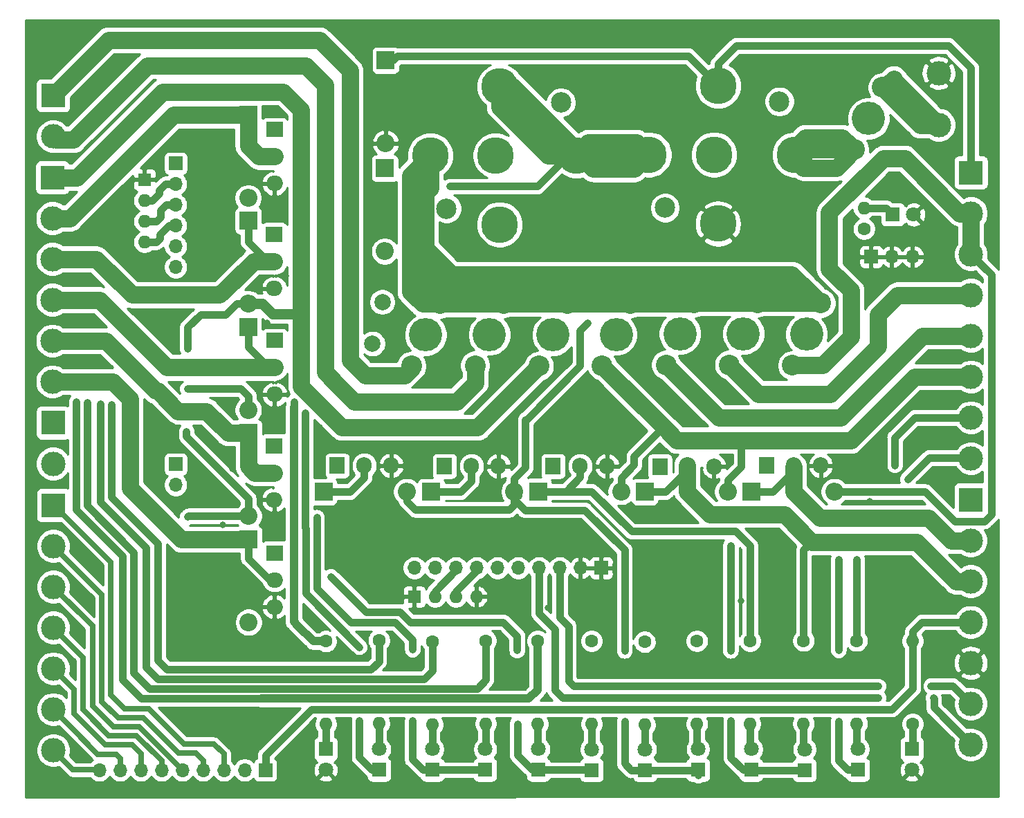
<source format=gbr>
%TF.GenerationSoftware,KiCad,Pcbnew,(5.1.6)-1*%
%TF.CreationDate,2022-12-03T16:30:31-08:00*%
%TF.ProjectId,DP1600iAuxTop,44503136-3030-4694-9175-78546f702e6b,rev?*%
%TF.SameCoordinates,Original*%
%TF.FileFunction,Copper,L1,Top*%
%TF.FilePolarity,Positive*%
%FSLAX46Y46*%
G04 Gerber Fmt 4.6, Leading zero omitted, Abs format (unit mm)*
G04 Created by KiCad (PCBNEW (5.1.6)-1) date 2022-12-03 16:30:31*
%MOMM*%
%LPD*%
G01*
G04 APERTURE LIST*
%TA.AperFunction,ComponentPad*%
%ADD10O,1.600000X1.600000*%
%TD*%
%TA.AperFunction,ComponentPad*%
%ADD11R,1.600000X1.600000*%
%TD*%
%TA.AperFunction,ComponentPad*%
%ADD12C,1.800000*%
%TD*%
%TA.AperFunction,ComponentPad*%
%ADD13R,1.800000X1.800000*%
%TD*%
%TA.AperFunction,ComponentPad*%
%ADD14C,1.600000*%
%TD*%
%TA.AperFunction,ComponentPad*%
%ADD15O,1.700000X1.700000*%
%TD*%
%TA.AperFunction,ComponentPad*%
%ADD16R,1.700000X1.700000*%
%TD*%
%TA.AperFunction,ComponentPad*%
%ADD17R,2.000000X1.905000*%
%TD*%
%TA.AperFunction,ComponentPad*%
%ADD18O,2.000000X1.905000*%
%TD*%
%TA.AperFunction,ComponentPad*%
%ADD19R,1.905000X2.000000*%
%TD*%
%TA.AperFunction,ComponentPad*%
%ADD20O,1.905000X2.000000*%
%TD*%
%TA.AperFunction,ComponentPad*%
%ADD21C,3.000000*%
%TD*%
%TA.AperFunction,ComponentPad*%
%ADD22R,3.000000X3.000000*%
%TD*%
%TA.AperFunction,ComponentPad*%
%ADD23C,2.010000*%
%TD*%
%TA.AperFunction,ComponentPad*%
%ADD24O,2.200000X2.200000*%
%TD*%
%TA.AperFunction,ComponentPad*%
%ADD25R,2.200000X2.200000*%
%TD*%
%TA.AperFunction,ComponentPad*%
%ADD26C,4.500000*%
%TD*%
%TA.AperFunction,ComponentPad*%
%ADD27C,2.500000*%
%TD*%
%TA.AperFunction,ComponentPad*%
%ADD28C,4.064000*%
%TD*%
%TA.AperFunction,ComponentPad*%
%ADD29C,2.540000*%
%TD*%
%TA.AperFunction,ViaPad*%
%ADD30C,0.800000*%
%TD*%
%TA.AperFunction,Conductor*%
%ADD31C,0.889000*%
%TD*%
%TA.AperFunction,Conductor*%
%ADD32C,2.159000*%
%TD*%
%TA.AperFunction,Conductor*%
%ADD33C,1.270000*%
%TD*%
%TA.AperFunction,Conductor*%
%ADD34C,1.016000*%
%TD*%
%TA.AperFunction,Conductor*%
%ADD35C,0.635000*%
%TD*%
%TA.AperFunction,Conductor*%
%ADD36C,0.254000*%
%TD*%
G04 APERTURE END LIST*
D10*
%TO.P,RN2,4*%
%TO.N,GND*%
X157467300Y-100050600D03*
%TO.P,RN2,3*%
%TO.N,D9-control*%
X154927300Y-100050600D03*
%TO.P,RN2,2*%
%TO.N,D8-control*%
X152387300Y-100050600D03*
D11*
%TO.P,RN2,1*%
%TO.N,GND*%
X149847300Y-100050600D03*
%TD*%
D10*
%TO.P,RN1,4*%
%TO.N,D11-control*%
X116827300Y-56603900D03*
%TO.P,RN1,3*%
%TO.N,D10-control*%
X116827300Y-54063900D03*
%TO.P,RN1,2*%
%TO.N,D13-control*%
X116827300Y-51523900D03*
D11*
%TO.P,RN1,1*%
%TO.N,GND*%
X116827300Y-48983900D03*
%TD*%
D12*
%TO.P,D20,2*%
%TO.N,GND*%
X139014200Y-121246900D03*
D13*
%TO.P,D20,1*%
%TO.N,Net-(D20-Pad1)*%
X139014200Y-118706900D03*
%TD*%
D10*
%TO.P,R1,2*%
%TO.N,Net-(D2-Pad1)*%
X204876400Y-52451000D03*
D14*
%TO.P,R1,1*%
%TO.N,Net-(F3-Pad1)*%
X204876400Y-54991000D03*
%TD*%
D12*
%TO.P,D2,2*%
%TO.N,GND*%
X210921600Y-53263800D03*
D13*
%TO.P,D2,1*%
%TO.N,Net-(D2-Pad1)*%
X208381600Y-53263800D03*
%TD*%
D15*
%TO.P,J20,3*%
%TO.N,GND*%
X210820000Y-58420000D03*
%TO.P,J20,2*%
X208280000Y-58420000D03*
D16*
%TO.P,J20,1*%
X205740000Y-58420000D03*
%TD*%
D15*
%TO.P,J5,2*%
%TO.N,CMP-*%
X120650000Y-86360000D03*
D16*
%TO.P,J5,1*%
%TO.N,CMP+*%
X120650000Y-83820000D03*
%TD*%
D15*
%TO.P,J1,10*%
%TO.N,D50-control*%
X149860000Y-96520000D03*
%TO.P,J1,9*%
%TO.N,D51-control*%
X152400000Y-96520000D03*
%TO.P,J1,8*%
%TO.N,D8-control*%
X154940000Y-96520000D03*
%TO.P,J1,7*%
%TO.N,D9-control*%
X157480000Y-96520000D03*
%TO.P,J1,6*%
%TO.N,D12-control*%
X160020000Y-96520000D03*
%TO.P,J1,5*%
%TO.N,F9-out*%
X162560000Y-96520000D03*
%TO.P,J1,4*%
%TO.N,CKP-*%
X165100000Y-96520000D03*
%TO.P,J1,3*%
%TO.N,CKP+*%
X167640000Y-96520000D03*
%TO.P,J1,2*%
%TO.N,GND*%
X170180000Y-96520000D03*
D16*
%TO.P,J1,1*%
X172720000Y-96520000D03*
%TD*%
D15*
%TO.P,J13,6*%
%TO.N,D53-control*%
X120650000Y-59690000D03*
%TO.P,J13,5*%
%TO.N,D52-control*%
X120650000Y-57150000D03*
%TO.P,J13,4*%
%TO.N,D11-control*%
X120650000Y-54610000D03*
%TO.P,J13,3*%
%TO.N,D10-control*%
X120650000Y-52070000D03*
%TO.P,J13,2*%
%TO.N,D13-control*%
X120650000Y-49530000D03*
D16*
%TO.P,J13,1*%
%TO.N,D48-control*%
X120650000Y-46990000D03*
%TD*%
D15*
%TO.P,J23,9*%
%TO.N,Spare-ADC*%
X111302800Y-121285000D03*
%TO.P,J23,8*%
%TO.N,O2-Sensor*%
X113842800Y-121285000D03*
%TO.P,J23,7*%
%TO.N,TPS-Sensor*%
X116382800Y-121285000D03*
%TO.P,J23,6*%
%TO.N,CLT-Sensor*%
X118922800Y-121285000D03*
%TO.P,J23,5*%
%TO.N,IAT-Sensor*%
X121462800Y-121285000D03*
%TO.P,J23,4*%
%TO.N,SigRtn*%
X124002800Y-121285000D03*
%TO.P,J23,3*%
%TO.N,VDDA*%
X126542800Y-121285000D03*
%TO.P,J23,2*%
%TO.N,12V-Raw*%
X129082800Y-121285000D03*
D16*
%TO.P,J23,1*%
%TO.N,Tachometer*%
X131622800Y-121285000D03*
%TD*%
D17*
%TO.P,Q10,1*%
%TO.N,D53-control*%
X132740400Y-94691200D03*
D18*
%TO.P,Q10,2*%
%TO.N,D53-out*%
X132740400Y-97993200D03*
%TO.P,Q10,3*%
%TO.N,GND*%
X132740400Y-101295200D03*
%TD*%
D17*
%TO.P,Q9,1*%
%TO.N,D52-control*%
X132715000Y-81559400D03*
D18*
%TO.P,Q9,2*%
%TO.N,D52-out*%
X132715000Y-84861400D03*
%TO.P,Q9,3*%
%TO.N,GND*%
X132715000Y-88163400D03*
%TD*%
D19*
%TO.P,Q8,1*%
%TO.N,D51-control*%
X153543000Y-84074000D03*
D20*
%TO.P,Q8,2*%
%TO.N,D51-out*%
X156845000Y-84074000D03*
%TO.P,Q8,3*%
%TO.N,GND*%
X160147000Y-84074000D03*
%TD*%
D19*
%TO.P,Q7,1*%
%TO.N,D50-control*%
X140411200Y-83997800D03*
D20*
%TO.P,Q7,2*%
%TO.N,D50-out*%
X143713200Y-83997800D03*
%TO.P,Q7,3*%
%TO.N,GND*%
X147015200Y-83997800D03*
%TD*%
D17*
%TO.P,Q6,1*%
%TO.N,D11-control*%
X132740400Y-68681600D03*
D18*
%TO.P,Q6,2*%
%TO.N,D11-out*%
X132740400Y-71983600D03*
%TO.P,Q6,3*%
%TO.N,GND*%
X132740400Y-75285600D03*
%TD*%
D17*
%TO.P,Q5,1*%
%TO.N,D10-control*%
X132715000Y-55702200D03*
D18*
%TO.P,Q5,2*%
%TO.N,D10-out*%
X132715000Y-59004200D03*
%TO.P,Q5,3*%
%TO.N,GND*%
X132715000Y-62306200D03*
%TD*%
D19*
%TO.P,Q4,1*%
%TO.N,D9-control*%
X179908200Y-84099400D03*
D20*
%TO.P,Q4,2*%
%TO.N,D9-out*%
X183210200Y-84099400D03*
%TO.P,Q4,3*%
%TO.N,GND*%
X186512200Y-84099400D03*
%TD*%
D19*
%TO.P,Q3,1*%
%TO.N,D8-control*%
X166827200Y-84074000D03*
D20*
%TO.P,Q3,2*%
%TO.N,D8-out*%
X170129200Y-84074000D03*
%TO.P,Q3,3*%
%TO.N,GND*%
X173431200Y-84074000D03*
%TD*%
D17*
%TO.P,Q2,1*%
%TO.N,D13-control*%
X132740400Y-42849800D03*
D18*
%TO.P,Q2,2*%
%TO.N,D13-out*%
X132740400Y-46151800D03*
%TO.P,Q2,3*%
%TO.N,GND*%
X132740400Y-49453800D03*
%TD*%
D19*
%TO.P,Q1,1*%
%TO.N,D12-control*%
X192963800Y-83997800D03*
D20*
%TO.P,Q1,2*%
%TO.N,D12-out*%
X196265800Y-83997800D03*
%TO.P,Q1,3*%
%TO.N,GND*%
X199567800Y-83997800D03*
%TD*%
D21*
%TO.P,J32,2*%
%TO.N,D12-out*%
X217932000Y-93167200D03*
%TO.P,J32,3*%
%TO.N,D9-out*%
X217932000Y-98167200D03*
%TO.P,J32,4*%
%TO.N,Tachometer*%
X217932000Y-103167200D03*
%TO.P,J32,5*%
%TO.N,GND*%
X217932000Y-108167200D03*
%TO.P,J32,6*%
%TO.N,CKP+*%
X217932000Y-113167200D03*
D22*
%TO.P,J32,1*%
%TO.N,D8-out*%
X217932000Y-88167200D03*
D21*
%TO.P,J32,7*%
%TO.N,CKP-*%
X217932000Y-118167200D03*
%TD*%
%TO.P,J31,3*%
%TO.N,F9-out*%
X217957400Y-58115200D03*
%TO.P,J31,4*%
%TO.N,F8-out*%
X217957400Y-63115200D03*
%TO.P,J31,5*%
%TO.N,F7-out*%
X217957400Y-68115200D03*
%TO.P,J31,6*%
%TO.N,F6-out*%
X217957400Y-73115200D03*
%TO.P,J31,7*%
%TO.N,D50-out*%
X217957400Y-78115200D03*
%TO.P,J31,2*%
%TO.N,F9-out*%
X217957400Y-53115200D03*
D22*
%TO.P,J31,1*%
%TO.N,Bat+s*%
X217957400Y-48115200D03*
D21*
%TO.P,J31,8*%
%TO.N,D51-out*%
X217957400Y-83115200D03*
%TD*%
D10*
%TO.P,R22,2*%
%TO.N,Net-(D33-Pad2)*%
X171551600Y-115646200D03*
D14*
%TO.P,R22,1*%
%TO.N,D53-out*%
X171551600Y-105486200D03*
%TD*%
D10*
%TO.P,R21,2*%
%TO.N,Net-(D32-Pad2)*%
X164922200Y-115646200D03*
D14*
%TO.P,R21,1*%
%TO.N,D52-out*%
X164922200Y-105486200D03*
%TD*%
D10*
%TO.P,R20,2*%
%TO.N,Net-(D31-Pad2)*%
X184429400Y-115646200D03*
D14*
%TO.P,R20,1*%
%TO.N,D51-out*%
X184429400Y-105486200D03*
%TD*%
D10*
%TO.P,R19,2*%
%TO.N,Net-(D30-Pad2)*%
X178028600Y-115747800D03*
D14*
%TO.P,R19,1*%
%TO.N,D50-out*%
X178028600Y-105587800D03*
%TD*%
D10*
%TO.P,R18,2*%
%TO.N,Net-(D20-Pad1)*%
X139014200Y-115671600D03*
D14*
%TO.P,R18,1*%
%TO.N,12V-Raw*%
X139014200Y-105511600D03*
%TD*%
D10*
%TO.P,R13,2*%
%TO.N,Net-(D19-Pad2)*%
X158597600Y-115595400D03*
D14*
%TO.P,R13,1*%
%TO.N,D11-out*%
X158597600Y-105435400D03*
%TD*%
D10*
%TO.P,R12,2*%
%TO.N,Net-(D18-Pad2)*%
X152044400Y-115722400D03*
D14*
%TO.P,R12,1*%
%TO.N,D10-out*%
X152044400Y-105562400D03*
%TD*%
D10*
%TO.P,R11,2*%
%TO.N,Net-(D17-Pad2)*%
X197485000Y-115595400D03*
D14*
%TO.P,R11,1*%
%TO.N,D9-out*%
X197485000Y-105435400D03*
%TD*%
D10*
%TO.P,R10,2*%
%TO.N,Net-(D16-Pad2)*%
X190931800Y-115620800D03*
D14*
%TO.P,R10,1*%
%TO.N,D8-out*%
X190931800Y-105460800D03*
%TD*%
D10*
%TO.P,R9,2*%
%TO.N,Net-(D15-Pad2)*%
X145516600Y-115570000D03*
D14*
%TO.P,R9,1*%
%TO.N,D13-out*%
X145516600Y-105410000D03*
%TD*%
D10*
%TO.P,R8,2*%
%TO.N,Net-(D14-Pad2)*%
X203987400Y-115595400D03*
D14*
%TO.P,R8,1*%
%TO.N,D12-out*%
X203987400Y-105435400D03*
%TD*%
D10*
%TO.P,R7,2*%
%TO.N,Tachometer*%
X210820000Y-105486200D03*
D14*
%TO.P,R7,1*%
%TO.N,Net-(D1-Pad1)*%
X210820000Y-115646200D03*
%TD*%
D23*
%TO.P,F2,2*%
%TO.N,Net-(D34-Pad1)*%
X145929200Y-63962600D03*
%TO.P,F2,1*%
%TO.N,12V-Raw*%
X144729200Y-69062600D03*
%TD*%
D24*
%TO.P,D34,2*%
%TO.N,D48-control*%
X146227800Y-57759600D03*
D25*
%TO.P,D34,1*%
%TO.N,Net-(D34-Pad1)*%
X146227800Y-47599600D03*
%TD*%
D24*
%TO.P,D29,2*%
%TO.N,F4-out*%
X129565400Y-103174800D03*
D25*
%TO.P,D29,1*%
%TO.N,D53-out*%
X129565400Y-93014800D03*
%TD*%
D24*
%TO.P,D28,2*%
%TO.N,F7-out*%
X162077400Y-87198200D03*
D25*
%TO.P,D28,1*%
%TO.N,D51-out*%
X151917400Y-87198200D03*
%TD*%
D24*
%TO.P,D27,2*%
%TO.N,F4-out*%
X129565400Y-90170000D03*
D25*
%TO.P,D27,1*%
%TO.N,D52-out*%
X129565400Y-80010000D03*
%TD*%
D24*
%TO.P,D26,2*%
%TO.N,F7-out*%
X148920200Y-87198200D03*
D25*
%TO.P,D26,1*%
%TO.N,D50-out*%
X138760200Y-87198200D03*
%TD*%
D24*
%TO.P,D21,2*%
%TO.N,GND*%
X146329400Y-44526200D03*
D25*
%TO.P,D21,1*%
%TO.N,Bat+s*%
X146329400Y-34366200D03*
%TD*%
D24*
%TO.P,D13,2*%
%TO.N,F5-out*%
X129540000Y-77165200D03*
D25*
%TO.P,D13,1*%
%TO.N,D11-out*%
X129540000Y-67005200D03*
%TD*%
D24*
%TO.P,D12,2*%
%TO.N,F5-out*%
X129540000Y-64185800D03*
D25*
%TO.P,D12,1*%
%TO.N,D10-out*%
X129540000Y-54025800D03*
%TD*%
D24*
%TO.P,D11,2*%
%TO.N,F6-out*%
X188214000Y-87198200D03*
D25*
%TO.P,D11,1*%
%TO.N,D9-out*%
X178054000Y-87198200D03*
%TD*%
D24*
%TO.P,D10,2*%
%TO.N,F6-out*%
X175158400Y-87172800D03*
D25*
%TO.P,D10,1*%
%TO.N,D8-out*%
X164998400Y-87172800D03*
%TD*%
D24*
%TO.P,D9,2*%
%TO.N,F3-out*%
X129514600Y-51231800D03*
D25*
%TO.P,D9,1*%
%TO.N,D13-out*%
X129514600Y-41071800D03*
%TD*%
D24*
%TO.P,D8,2*%
%TO.N,F9-out*%
X201244200Y-87198200D03*
D25*
%TO.P,D8,1*%
%TO.N,D12-out*%
X191084200Y-87198200D03*
%TD*%
D21*
%TO.P,J30,1*%
%TO.N,GND*%
X214020400Y-35941000D03*
%TO.P,J30,2*%
%TO.N,Bat+*%
X214020400Y-42291000D03*
%TD*%
D26*
%TO.P,K2,30*%
%TO.N,Net-(D34-Pad1)*%
X169697400Y-46024800D03*
%TO.P,K2,87A*%
%TO.N,Net-(K2-Pad87A)*%
X159797400Y-46024800D03*
%TO.P,K2,87*%
%TO.N,Net-(F3-Pad1)*%
X151797400Y-46024800D03*
%TO.P,K2,85*%
%TO.N,D48-control*%
X160297400Y-54474800D03*
%TO.P,K2,86*%
%TO.N,Net-(D34-Pad1)*%
X160297400Y-37574800D03*
D27*
%TO.P,K2,*%
%TO.N,*%
X167797400Y-39524800D03*
X153797400Y-52524800D03*
%TD*%
D26*
%TO.P,K1,30*%
%TO.N,Net-(F1-Pad1)*%
X196418200Y-45923200D03*
%TO.P,K1,87A*%
%TO.N,Net-(K1-Pad87A)*%
X186518200Y-45923200D03*
%TO.P,K1,87*%
%TO.N,Net-(D34-Pad1)*%
X178518200Y-45923200D03*
%TO.P,K1,85*%
%TO.N,GND*%
X187018200Y-54373200D03*
%TO.P,K1,86*%
%TO.N,Bat+s*%
X187018200Y-37473200D03*
D27*
%TO.P,K1,*%
%TO.N,*%
X194518200Y-39423200D03*
X180518200Y-52423200D03*
%TD*%
D21*
%TO.P,J36,6*%
%TO.N,O2-Sensor*%
X105664000Y-113842800D03*
%TO.P,J36,5*%
%TO.N,TPS-Sensor*%
X105664000Y-108842800D03*
%TO.P,J36,4*%
%TO.N,CLT-Sensor*%
X105664000Y-103842800D03*
%TO.P,J36,3*%
%TO.N,IAT-Sensor*%
X105664000Y-98842800D03*
%TO.P,J36,2*%
%TO.N,SigRtn*%
X105664000Y-93842800D03*
%TO.P,J36,7*%
%TO.N,Spare-ADC*%
X105664000Y-118842800D03*
D22*
%TO.P,J36,1*%
%TO.N,VDDA*%
X105664000Y-88842800D03*
%TD*%
D21*
%TO.P,J35,2*%
%TO.N,CMP-*%
X105638600Y-83759000D03*
D22*
%TO.P,J35,1*%
%TO.N,CMP+*%
X105638600Y-78759000D03*
%TD*%
D21*
%TO.P,J34,6*%
%TO.N,D53-out*%
X105562400Y-73710800D03*
%TO.P,J34,5*%
%TO.N,D52-out*%
X105562400Y-68710800D03*
%TO.P,J34,4*%
%TO.N,D11-out*%
X105562400Y-63710800D03*
%TO.P,J34,3*%
%TO.N,D10-out*%
X105562400Y-58710800D03*
%TO.P,J34,2*%
%TO.N,D13-out*%
X105562400Y-53710800D03*
D22*
%TO.P,J34,1*%
%TO.N,F5-out*%
X105562400Y-48710800D03*
%TD*%
D21*
%TO.P,J33,2*%
%TO.N,F4-out*%
X105638600Y-43677800D03*
D22*
%TO.P,J33,1*%
%TO.N,F3-out*%
X105638600Y-38677800D03*
%TD*%
D28*
%TO.P,F9,*%
%TO.N,*%
X197840600Y-67919600D03*
D29*
%TO.P,F9,2*%
%TO.N,F9-out*%
X196113400Y-71729600D03*
%TO.P,F9,1*%
%TO.N,Net-(F3-Pad1)*%
X199567800Y-64109600D03*
%TD*%
D28*
%TO.P,F8,*%
%TO.N,*%
X190119000Y-67843400D03*
D29*
%TO.P,F8,2*%
%TO.N,F8-out*%
X188391800Y-71653400D03*
%TO.P,F8,1*%
%TO.N,Net-(F3-Pad1)*%
X191846200Y-64033400D03*
%TD*%
D28*
%TO.P,F7,*%
%TO.N,*%
X182372000Y-67843400D03*
D29*
%TO.P,F7,2*%
%TO.N,F7-out*%
X180644800Y-71653400D03*
%TO.P,F7,1*%
%TO.N,Net-(F3-Pad1)*%
X184099200Y-64033400D03*
%TD*%
D28*
%TO.P,F6,*%
%TO.N,*%
X174548800Y-67945000D03*
D29*
%TO.P,F6,2*%
%TO.N,F6-out*%
X172821600Y-71755000D03*
%TO.P,F6,1*%
%TO.N,Net-(F3-Pad1)*%
X176276000Y-64135000D03*
%TD*%
D28*
%TO.P,F5,*%
%TO.N,*%
X166827200Y-67995800D03*
D29*
%TO.P,F5,2*%
%TO.N,F5-out*%
X165100000Y-71805800D03*
%TO.P,F5,1*%
%TO.N,Net-(F3-Pad1)*%
X168554400Y-64185800D03*
%TD*%
D28*
%TO.P,F4,*%
%TO.N,*%
X159029400Y-67945000D03*
D29*
%TO.P,F4,2*%
%TO.N,F4-out*%
X157302200Y-71755000D03*
%TO.P,F4,1*%
%TO.N,Net-(F3-Pad1)*%
X160756600Y-64135000D03*
%TD*%
D28*
%TO.P,F3,*%
%TO.N,*%
X151231600Y-67995800D03*
D29*
%TO.P,F3,2*%
%TO.N,F3-out*%
X149504400Y-71805800D03*
%TO.P,F3,1*%
%TO.N,Net-(F3-Pad1)*%
X152958800Y-64185800D03*
%TD*%
D28*
%TO.P,F1,*%
%TO.N,*%
X205409800Y-41503600D03*
D29*
%TO.P,F1,2*%
%TO.N,Bat+*%
X207137000Y-37693600D03*
%TO.P,F1,1*%
%TO.N,Net-(F1-Pad1)*%
X203682600Y-45313600D03*
%TD*%
D12*
%TO.P,D33,2*%
%TO.N,Net-(D33-Pad2)*%
X171551600Y-118745000D03*
D13*
%TO.P,D33,1*%
%TO.N,F4-out*%
X171551600Y-121285000D03*
%TD*%
D12*
%TO.P,D32,2*%
%TO.N,Net-(D32-Pad2)*%
X165049200Y-118719600D03*
D13*
%TO.P,D32,1*%
%TO.N,F4-out*%
X165049200Y-121259600D03*
%TD*%
D12*
%TO.P,D31,2*%
%TO.N,Net-(D31-Pad2)*%
X184556400Y-118719600D03*
D13*
%TO.P,D31,1*%
%TO.N,F7-out*%
X184556400Y-121259600D03*
%TD*%
D12*
%TO.P,D30,2*%
%TO.N,Net-(D30-Pad2)*%
X178079400Y-118745000D03*
D13*
%TO.P,D30,1*%
%TO.N,F7-out*%
X178079400Y-121285000D03*
%TD*%
D12*
%TO.P,D19,2*%
%TO.N,Net-(D19-Pad2)*%
X158521400Y-118719600D03*
D13*
%TO.P,D19,1*%
%TO.N,F5-out*%
X158521400Y-121259600D03*
%TD*%
D12*
%TO.P,D18,2*%
%TO.N,Net-(D18-Pad2)*%
X152069800Y-118719600D03*
D13*
%TO.P,D18,1*%
%TO.N,F5-out*%
X152069800Y-121259600D03*
%TD*%
D12*
%TO.P,D17,2*%
%TO.N,Net-(D17-Pad2)*%
X197586600Y-118745000D03*
D13*
%TO.P,D17,1*%
%TO.N,F6-out*%
X197586600Y-121285000D03*
%TD*%
D12*
%TO.P,D16,2*%
%TO.N,Net-(D16-Pad2)*%
X191058800Y-118719600D03*
D13*
%TO.P,D16,1*%
%TO.N,F6-out*%
X191058800Y-121259600D03*
%TD*%
D12*
%TO.P,D15,2*%
%TO.N,Net-(D15-Pad2)*%
X145567400Y-118719600D03*
D13*
%TO.P,D15,1*%
%TO.N,F3-out*%
X145567400Y-121259600D03*
%TD*%
D12*
%TO.P,D14,2*%
%TO.N,Net-(D14-Pad2)*%
X204139800Y-118719600D03*
D13*
%TO.P,D14,1*%
%TO.N,F9-out*%
X204139800Y-121259600D03*
%TD*%
D12*
%TO.P,D1,2*%
%TO.N,GND*%
X210718400Y-121234200D03*
D13*
%TO.P,D1,1*%
%TO.N,Net-(D1-Pad1)*%
X210718400Y-118694200D03*
%TD*%
D30*
%TO.N,GND*%
X130848100Y-114046000D03*
X120243600Y-114046000D03*
X122682000Y-116624100D03*
X127203200Y-116979700D03*
X154914600Y-115506500D03*
X155105100Y-119214900D03*
X147751800Y-106273600D03*
X146837400Y-108559600D03*
X168109900Y-115455700D03*
X168414700Y-118960900D03*
X166027100Y-112318800D03*
X181254400Y-115506500D03*
X181457600Y-119164100D03*
X186804300Y-115760500D03*
X187109100Y-119773700D03*
X194373500Y-119672100D03*
X194271900Y-115506500D03*
X199898000Y-115608100D03*
X200456800Y-121246900D03*
X189788800Y-100545900D03*
X166243000Y-101409500D03*
X183070500Y-90385900D03*
X176885600Y-89623900D03*
X205562200Y-88353900D03*
X177596800Y-84950300D03*
X193675000Y-68935600D03*
X185966100Y-68834000D03*
X177355500Y-71183500D03*
X162725100Y-68834000D03*
X155054300Y-68630800D03*
X120599200Y-66306700D03*
X115836700Y-65189100D03*
X117449600Y-80111600D03*
X120548400Y-74168000D03*
X127203200Y-76250800D03*
X126085600Y-86906100D03*
X127558800Y-84366100D03*
X126428500Y-91262200D03*
X120091200Y-88760300D03*
X137109200Y-102489000D03*
X132613400Y-40449500D03*
X134086600Y-60744100D03*
X131851400Y-66560700D03*
X216776300Y-85496400D03*
X216522300Y-70624700D03*
X212471000Y-70929500D03*
X191808100Y-92265500D03*
X159296100Y-93179900D03*
X156806900Y-92163900D03*
X132080000Y-92722700D03*
X122491500Y-53505100D03*
X122339100Y-55892700D03*
X122237500Y-58585100D03*
X175983900Y-56997600D03*
%TO.N,F7-out*%
X175564800Y-106654600D03*
X175564800Y-115316000D03*
X171005500Y-66560700D03*
%TO.N,D12-out*%
X203987400Y-95504000D03*
X203911200Y-90398600D03*
%TO.N,D13-out*%
X112814100Y-76479400D03*
%TO.N,F3-out*%
X143116300Y-115227100D03*
X143116300Y-106210100D03*
X136525000Y-77520800D03*
X149504400Y-71805800D03*
X141960600Y-52324000D03*
%TO.N,D9-out*%
X191096900Y-89992200D03*
%TO.N,F4-out*%
X162458400Y-115595400D03*
X162407600Y-106616500D03*
X139611100Y-97561400D03*
X122097800Y-90258900D03*
X121958100Y-79794100D03*
%TO.N,D10-out*%
X111404400Y-76403200D03*
%TO.N,D11-out*%
X109829600Y-76403200D03*
%TO.N,F5-out*%
X149618700Y-115214400D03*
X149618700Y-106489500D03*
X137896600Y-90335100D03*
X139490450Y-77819250D03*
X122097800Y-69697600D03*
X122097800Y-74574400D03*
%TO.N,D50-out*%
X208648300Y-83934300D03*
%TO.N,F6-out*%
X188595000Y-115189000D03*
X188544200Y-106654600D03*
X188544200Y-93827600D03*
%TO.N,D52-out*%
X108496100Y-76187300D03*
%TO.N,D51-out*%
X210197700Y-85661500D03*
%TO.N,Net-(D34-Pad1)*%
X154178000Y-49796700D03*
%TO.N,12V-Raw*%
X135102600Y-76174600D03*
%TO.N,F9-out*%
X201752200Y-95478600D03*
X201752200Y-106603800D03*
X201752200Y-115316000D03*
%TO.N,CKP+*%
X213055200Y-110959900D03*
X206616300Y-111010700D03*
%TO.N,CKP-*%
X213360000Y-112420400D03*
X206616300Y-112420400D03*
%TD*%
D31*
%TO.N,Net-(D1-Pad1)*%
X210820000Y-118592600D02*
X210718400Y-118694200D01*
X210820000Y-115646200D02*
X210820000Y-118592600D01*
%TO.N,Net-(D14-Pad2)*%
X203987400Y-118567200D02*
X204139800Y-118719600D01*
X203987400Y-115595400D02*
X203987400Y-118567200D01*
%TO.N,Net-(D15-Pad2)*%
X145516600Y-118668800D02*
X145567400Y-118719600D01*
X145516600Y-115570000D02*
X145516600Y-118668800D01*
%TO.N,Net-(D16-Pad2)*%
X190931800Y-118592600D02*
X191058800Y-118719600D01*
X190931800Y-115620800D02*
X190931800Y-118592600D01*
%TO.N,Net-(D17-Pad2)*%
X197485000Y-118643400D02*
X197586600Y-118745000D01*
X197485000Y-115595400D02*
X197485000Y-118643400D01*
%TO.N,Net-(D18-Pad2)*%
X152044400Y-118694200D02*
X152069800Y-118719600D01*
X152044400Y-115722400D02*
X152044400Y-118694200D01*
%TO.N,Net-(D19-Pad2)*%
X158597600Y-118643400D02*
X158521400Y-118719600D01*
X158597600Y-115595400D02*
X158597600Y-118643400D01*
D32*
%TO.N,F7-out*%
X180644800Y-71653400D02*
X187147200Y-78155800D01*
X187147200Y-78155800D02*
X202006200Y-78155800D01*
X212046800Y-68115200D02*
X217957400Y-68115200D01*
X202006200Y-78155800D02*
X212046800Y-68115200D01*
D31*
X148920200Y-87198200D02*
X148920200Y-88366600D01*
X148920200Y-88366600D02*
X149936200Y-89382600D01*
X149936200Y-89382600D02*
X161467800Y-89382600D01*
X162077400Y-88773000D02*
X162077400Y-87198200D01*
X161467800Y-89382600D02*
X162077400Y-88773000D01*
X184531000Y-121285000D02*
X184556400Y-121259600D01*
X178079400Y-121285000D02*
X184531000Y-121285000D01*
X184556400Y-121259600D02*
X184556400Y-121920000D01*
X162077400Y-87198200D02*
X162077400Y-88138000D01*
X162077400Y-88138000D02*
X163372800Y-89433400D01*
X175564800Y-115316000D02*
X175564800Y-120497600D01*
X176352200Y-121285000D02*
X178079400Y-121285000D01*
X175564800Y-120497600D02*
X176352200Y-121285000D01*
X163372800Y-89433400D02*
X170662600Y-89433400D01*
X175564800Y-94335600D02*
X175564800Y-106654600D01*
X170662600Y-89433400D02*
X175564800Y-94335600D01*
X162560000Y-87680800D02*
X162077400Y-87198200D01*
X162077400Y-87198200D02*
X162077400Y-85598000D01*
X162077400Y-85598000D02*
X163449000Y-84226400D01*
X163449000Y-84226400D02*
X163449000Y-78384400D01*
X171005500Y-66560700D02*
X170141900Y-67424300D01*
X170141900Y-67424300D02*
X170141900Y-71793100D01*
X163550600Y-78384400D02*
X163449000Y-78384400D01*
X170141900Y-71793100D02*
X163550600Y-78384400D01*
D32*
%TO.N,D12-out*%
X217932000Y-93167200D02*
X215544400Y-93167200D01*
X215544400Y-93167200D02*
X212775800Y-90398600D01*
X196240400Y-87147400D02*
X196240400Y-84099400D01*
X199491600Y-90398600D02*
X196240400Y-87147400D01*
D31*
X191084200Y-87198200D02*
X193725800Y-87198200D01*
X196265800Y-84658200D02*
X196265800Y-83997800D01*
X193725800Y-87198200D02*
X196265800Y-84658200D01*
X203987400Y-105435400D02*
X203987400Y-95504000D01*
D32*
X212775800Y-90398600D02*
X203911200Y-90398600D01*
X203911200Y-90398600D02*
X199491600Y-90398600D01*
D31*
%TO.N,D13-out*%
X145516600Y-105410000D02*
X145516600Y-108000800D01*
X145516600Y-108000800D02*
X144564100Y-108953300D01*
X144564100Y-108953300D02*
X131368800Y-108953300D01*
X131368800Y-108953300D02*
X119532400Y-108953300D01*
X119532400Y-108953300D02*
X118452900Y-107873800D01*
X118452900Y-107873800D02*
X118452900Y-93522800D01*
X118452900Y-93522800D02*
X112814100Y-87884000D01*
X112814100Y-87884000D02*
X112814100Y-76479400D01*
D32*
X105562400Y-53710800D02*
X107731600Y-53710800D01*
X120370600Y-41071800D02*
X129514600Y-41071800D01*
X107731600Y-53710800D02*
X120370600Y-41071800D01*
X129514600Y-41071800D02*
X129514600Y-44831000D01*
X130835400Y-46151800D02*
X132740400Y-46151800D01*
X129514600Y-44831000D02*
X130835400Y-46151800D01*
%TO.N,F3-out*%
X149504400Y-71805800D02*
X149504400Y-72085200D01*
X149504400Y-72085200D02*
X148640800Y-72948800D01*
X148640800Y-72948800D02*
X143840200Y-72948800D01*
X143840200Y-72948800D02*
X141960600Y-71069200D01*
X141960600Y-35636200D02*
X138226800Y-31902400D01*
X112414000Y-31902400D02*
X105638600Y-38677800D01*
X138226800Y-31902400D02*
X112414000Y-31902400D01*
D31*
X145567400Y-121259600D02*
X144640300Y-121259600D01*
X144640300Y-121259600D02*
X143116300Y-119735600D01*
X143116300Y-119735600D02*
X143116300Y-115227100D01*
X143116300Y-106210100D02*
X136575800Y-99669600D01*
X136575800Y-99669600D02*
X136575800Y-91641402D01*
X136525000Y-91590602D02*
X136525000Y-77520800D01*
X136575800Y-91641402D02*
X136525000Y-91590602D01*
D32*
X141960600Y-71069200D02*
X141960600Y-52324000D01*
X141960600Y-52324000D02*
X141960600Y-35636200D01*
D31*
%TO.N,D8-out*%
X164998400Y-87172800D02*
X168376600Y-87172800D01*
X170129200Y-85420200D02*
X170129200Y-84074000D01*
X168376600Y-87172800D02*
X170129200Y-85420200D01*
X164998400Y-87172800D02*
X171551600Y-87172800D01*
X171551600Y-87172800D02*
X176428400Y-92049600D01*
X176428400Y-92049600D02*
X189153800Y-92049600D01*
X190931800Y-93827600D02*
X190931800Y-105460800D01*
X189153800Y-92049600D02*
X190931800Y-93827600D01*
D32*
%TO.N,D9-out*%
X217932000Y-98167200D02*
X216124800Y-98167200D01*
X216124800Y-98167200D02*
X211302600Y-93345000D01*
X211302600Y-93345000D02*
X198475600Y-93345000D01*
X198475600Y-93345000D02*
X195122800Y-89992200D01*
X195122800Y-89992200D02*
X191096900Y-89992200D01*
X183235600Y-87172800D02*
X183235600Y-83947000D01*
X186055000Y-89992200D02*
X183235600Y-87172800D01*
D31*
X178054000Y-87198200D02*
X180619400Y-87198200D01*
X183210200Y-84607400D02*
X183210200Y-84099400D01*
X180619400Y-87198200D02*
X183210200Y-84607400D01*
X197485000Y-94335600D02*
X198475600Y-93345000D01*
X197485000Y-105435400D02*
X197485000Y-94335600D01*
D32*
X191096900Y-89992200D02*
X186055000Y-89992200D01*
%TO.N,F4-out*%
X157302200Y-71755000D02*
X157302200Y-73863200D01*
X157302200Y-73863200D02*
X155016200Y-76149200D01*
X155016200Y-76149200D02*
X142519400Y-76149200D01*
X138938000Y-72567800D02*
X138938000Y-37388800D01*
X138938000Y-37388800D02*
X136575800Y-35026600D01*
X136575800Y-35026600D02*
X117195600Y-35026600D01*
X117195600Y-35026600D02*
X108153200Y-44069000D01*
X106029800Y-44069000D02*
X105638600Y-43677800D01*
X108153200Y-44069000D02*
X106029800Y-44069000D01*
D31*
X171526200Y-121259600D02*
X171551600Y-121285000D01*
X165049200Y-121259600D02*
X171526200Y-121259600D01*
X165049200Y-121259600D02*
X164261800Y-121259600D01*
X164261800Y-121259600D02*
X162458400Y-119456200D01*
X162458400Y-119456200D02*
X162458400Y-115595400D01*
D32*
X142519400Y-76149200D02*
X141014450Y-74644250D01*
X140569950Y-74199750D02*
X138938000Y-72567800D01*
X141014450Y-74644250D02*
X140569950Y-74199750D01*
D31*
X129463800Y-90271600D02*
X129565400Y-90170000D01*
X129565400Y-90170000D02*
X122186700Y-90170000D01*
X122186700Y-90170000D02*
X122097800Y-90258900D01*
X121958100Y-79794100D02*
X121958100Y-80429100D01*
X121958100Y-80429100D02*
X129527300Y-87998300D01*
X129527300Y-90131900D02*
X129565400Y-90170000D01*
X129527300Y-87998300D02*
X129527300Y-90131900D01*
X162407600Y-104851200D02*
X162407600Y-106616500D01*
X143929100Y-101879400D02*
X148069300Y-101879400D01*
X160705800Y-103149400D02*
X162407600Y-104851200D01*
X149339300Y-103149400D02*
X160705800Y-103149400D01*
X139611100Y-97561400D02*
X143929100Y-101879400D01*
X148069300Y-101879400D02*
X149339300Y-103149400D01*
%TO.N,D10-out*%
X132715000Y-59004200D02*
X131953000Y-59004200D01*
X129540000Y-56591200D02*
X129540000Y-54025800D01*
X131953000Y-59004200D02*
X129540000Y-56591200D01*
X152044400Y-105562400D02*
X152044400Y-109134290D01*
X152044400Y-109134290D02*
X151031590Y-110147100D01*
X151031590Y-110147100D02*
X131241800Y-110147100D01*
X131241800Y-110147100D02*
X118452900Y-110147100D01*
X118452900Y-110147100D02*
X116979700Y-108673900D01*
X116979700Y-108673900D02*
X116979700Y-94056200D01*
X116979700Y-94056200D02*
X111404400Y-88480900D01*
X111404400Y-88480900D02*
X111404400Y-76403200D01*
D32*
X130187700Y-59004200D02*
X132715000Y-59004200D01*
X126365000Y-62826900D02*
X130187700Y-59004200D01*
X126365000Y-62826900D02*
X126276100Y-62826900D01*
X126276100Y-62826900D02*
X126009400Y-63093600D01*
X126009400Y-63093600D02*
X115290600Y-63093600D01*
X110907800Y-58710800D02*
X105562400Y-58710800D01*
X115290600Y-63093600D02*
X110907800Y-58710800D01*
D31*
%TO.N,D11-out*%
X132740400Y-71983600D02*
X132029200Y-71983600D01*
X129540000Y-69494400D02*
X129540000Y-67005200D01*
X132029200Y-71983600D02*
X129540000Y-69494400D01*
X158597600Y-105435400D02*
X158597600Y-110248700D01*
X158597600Y-110248700D02*
X157556200Y-111290100D01*
X157556200Y-111290100D02*
X131165600Y-111290100D01*
X131165600Y-111290100D02*
X117475000Y-111290100D01*
X117475000Y-111290100D02*
X115519200Y-109334300D01*
X115519200Y-109334300D02*
X115519200Y-94602300D01*
X115519200Y-94602300D02*
X109829600Y-88912700D01*
X109829600Y-88912700D02*
X109829600Y-76403200D01*
X109829600Y-76403200D02*
X109829600Y-76301600D01*
D32*
X105562400Y-63710800D02*
X111310400Y-63710800D01*
X119583200Y-71983600D02*
X132740400Y-71983600D01*
X111310400Y-63710800D02*
X119583200Y-71983600D01*
D31*
%TO.N,Bat+s*%
X146329400Y-34366200D02*
X147243800Y-34366200D01*
X147243800Y-34366200D02*
X147777200Y-33832800D01*
X183377800Y-33832800D02*
X187018200Y-37473200D01*
X147777200Y-33832800D02*
X183377800Y-33832800D01*
X217957400Y-48115200D02*
X217957400Y-35306000D01*
X217957400Y-35306000D02*
X215226900Y-32575500D01*
X215226900Y-32575500D02*
X189230000Y-32575500D01*
X187018200Y-34787300D02*
X187018200Y-37473200D01*
X189230000Y-32575500D02*
X187018200Y-34787300D01*
D32*
%TO.N,F5-out*%
X108566000Y-48710800D02*
X105562400Y-48710800D01*
X119049800Y-38227000D02*
X108566000Y-48710800D01*
X133807200Y-38227000D02*
X119049800Y-38227000D01*
X165100000Y-71805800D02*
X157581600Y-79324200D01*
X140995400Y-79324200D02*
X139490450Y-77819250D01*
X136017000Y-40436800D02*
X133807200Y-38227000D01*
D31*
X152069800Y-121259600D02*
X158521400Y-121259600D01*
D32*
X150368000Y-79324200D02*
X140995400Y-79324200D01*
X157581600Y-79324200D02*
X150368000Y-79324200D01*
X139490450Y-77819250D02*
X136017000Y-74345800D01*
D31*
X152069800Y-121259600D02*
X150888700Y-121259600D01*
X150888700Y-121259600D02*
X149618700Y-119989600D01*
X149618700Y-119989600D02*
X149618700Y-115214400D01*
X149618700Y-106489500D02*
X149618700Y-105270300D01*
X149618700Y-105270300D02*
X147535900Y-103187500D01*
X147535900Y-103187500D02*
X142062200Y-103187500D01*
X142062200Y-103187500D02*
X137896600Y-99021900D01*
X137896600Y-99021900D02*
X137896600Y-90335100D01*
D32*
X136017000Y-74345800D02*
X136017000Y-65481200D01*
X136017000Y-65481200D02*
X136017000Y-40436800D01*
D33*
X129540000Y-64185800D02*
X131254500Y-64185800D01*
X131254500Y-64185800D02*
X132499100Y-65430400D01*
X135966200Y-65430400D02*
X136017000Y-65481200D01*
X132499100Y-65430400D02*
X135966200Y-65430400D01*
D31*
X129540000Y-64185800D02*
X128066800Y-64185800D01*
X128066800Y-64185800D02*
X126771400Y-65481200D01*
X126771400Y-65481200D02*
X123672600Y-65481200D01*
X123672600Y-65481200D02*
X122097800Y-67056000D01*
X122097800Y-67056000D02*
X122097800Y-69697600D01*
X129387600Y-77012800D02*
X129540000Y-77165200D01*
X122097800Y-74574400D02*
X128651000Y-74574400D01*
X129540000Y-75463400D02*
X129540000Y-77165200D01*
X128651000Y-74574400D02*
X129540000Y-75463400D01*
%TO.N,D50-out*%
X138760200Y-87198200D02*
X141986000Y-87198200D01*
X143713200Y-85471000D02*
X143713200Y-83997800D01*
X141986000Y-87198200D02*
X143713200Y-85471000D01*
X208648300Y-83934300D02*
X208648300Y-80543400D01*
X211076500Y-78115200D02*
X217957400Y-78115200D01*
X208648300Y-80543400D02*
X211076500Y-78115200D01*
D32*
%TO.N,F6-out*%
X211060000Y-73115200D02*
X217957400Y-73115200D01*
X203276200Y-80899000D02*
X211060000Y-73115200D01*
D31*
X175158400Y-87172800D02*
X175158400Y-85496400D01*
X175158400Y-85496400D02*
X176733200Y-83921600D01*
X176733200Y-82854800D02*
X180327300Y-79260700D01*
X176733200Y-83921600D02*
X176733200Y-82854800D01*
D32*
X172821600Y-71755000D02*
X180327300Y-79260700D01*
X180327300Y-79260700D02*
X181965600Y-80899000D01*
D31*
X188214000Y-87198200D02*
X188214000Y-85775800D01*
X189865000Y-84124800D02*
X189865000Y-80899000D01*
X188214000Y-85775800D02*
X189865000Y-84124800D01*
D32*
X181965600Y-80899000D02*
X189865000Y-80899000D01*
X189865000Y-80899000D02*
X203276200Y-80899000D01*
D31*
X191084200Y-121285000D02*
X191058800Y-121259600D01*
X197586600Y-121285000D02*
X191084200Y-121285000D01*
X191058800Y-121259600D02*
X190042800Y-121259600D01*
X190042800Y-121259600D02*
X188595000Y-119811800D01*
X188595000Y-119811800D02*
X188595000Y-115189000D01*
X188544200Y-93827600D02*
X188544200Y-106654600D01*
%TO.N,D52-out*%
X132715000Y-84861400D02*
X132105400Y-84861400D01*
D34*
X164922200Y-105486200D02*
X164922200Y-111010700D01*
X164922200Y-111010700D02*
X164922200Y-111467900D01*
X164922200Y-111467900D02*
X163855400Y-112534700D01*
X163855400Y-112534700D02*
X131114800Y-112534700D01*
D31*
X131114800Y-112534700D02*
X116433600Y-112534700D01*
X116433600Y-112534700D02*
X114096800Y-110197900D01*
X114096800Y-110197900D02*
X114096800Y-95021400D01*
X114096800Y-95021400D02*
X108496100Y-89420700D01*
X108496100Y-89420700D02*
X108496100Y-76187300D01*
D32*
X105562400Y-68710800D02*
X112081300Y-68710800D01*
X112081300Y-68710800D02*
X118186200Y-74815700D01*
X118186200Y-74815700D02*
X118313200Y-74815700D01*
X129565400Y-80010000D02*
X129565400Y-84086700D01*
X130340100Y-84861400D02*
X132715000Y-84861400D01*
X129565400Y-84086700D02*
X130340100Y-84861400D01*
X118186200Y-74815700D02*
X118427500Y-74815700D01*
X118427500Y-74815700D02*
X120942100Y-77330300D01*
X120942100Y-77330300D02*
X124396500Y-77330300D01*
X127076200Y-80010000D02*
X129565400Y-80010000D01*
X124396500Y-77330300D02*
X127076200Y-80010000D01*
D31*
%TO.N,D51-out*%
X151917400Y-87198200D02*
X155524200Y-87198200D01*
X156845000Y-85877400D02*
X156845000Y-84074000D01*
X155524200Y-87198200D02*
X156845000Y-85877400D01*
X210197700Y-85661500D02*
X212839300Y-83019900D01*
X217862100Y-83019900D02*
X217957400Y-83115200D01*
X212839300Y-83019900D02*
X217862100Y-83019900D01*
%TO.N,D53-out*%
X132740400Y-97993200D02*
X132156200Y-97993200D01*
X129565400Y-95402400D02*
X129565400Y-93014800D01*
X132156200Y-97993200D02*
X129565400Y-95402400D01*
D32*
X105562400Y-73710800D02*
X112928400Y-73710800D01*
X112928400Y-73710800D02*
X115049300Y-75831700D01*
X115049300Y-75831700D02*
X115049300Y-86741000D01*
X121323100Y-93014800D02*
X129565400Y-93014800D01*
X115049300Y-86741000D02*
X121323100Y-93014800D01*
%TO.N,Net-(D34-Pad1)*%
X169799000Y-45923200D02*
X169697400Y-46024800D01*
X178518200Y-45923200D02*
X169799000Y-45923200D01*
X168747400Y-46024800D02*
X160297400Y-37574800D01*
X169697400Y-46024800D02*
X168747400Y-46024800D01*
D31*
X154178000Y-49796700D02*
X164922200Y-49796700D01*
X168694100Y-46024800D02*
X169697400Y-46024800D01*
X164922200Y-49796700D02*
X168694100Y-46024800D01*
D32*
X169697400Y-46024800D02*
X170065700Y-46024800D01*
X170065700Y-46024800D02*
X171716700Y-47675800D01*
X176765600Y-47675800D02*
X178518200Y-45923200D01*
X171716700Y-47675800D02*
X176765600Y-47675800D01*
X169697400Y-46024800D02*
X169697400Y-45834300D01*
X169697400Y-45834300D02*
X171107100Y-44424600D01*
X177019600Y-44424600D02*
X178518200Y-45923200D01*
X171107100Y-44424600D02*
X177019600Y-44424600D01*
X160297400Y-37574800D02*
X160297400Y-40117300D01*
X166204900Y-46024800D02*
X169697400Y-46024800D01*
X160297400Y-40117300D02*
X166204900Y-46024800D01*
X160297400Y-37574800D02*
X161920500Y-37574800D01*
X169697400Y-45351700D02*
X169697400Y-46024800D01*
X161920500Y-37574800D02*
X169697400Y-45351700D01*
%TO.N,Bat+*%
X211734400Y-42291000D02*
X207137000Y-37693600D01*
X214020400Y-42291000D02*
X211734400Y-42291000D01*
X207137000Y-37693600D02*
X207479900Y-37693600D01*
X207479900Y-37693600D02*
X208508600Y-36664900D01*
X208508600Y-36779200D02*
X214020400Y-42291000D01*
X208508600Y-36664900D02*
X208508600Y-36779200D01*
%TO.N,Net-(F1-Pad1)*%
X197027800Y-45313600D02*
X196418200Y-45923200D01*
X203682600Y-45313600D02*
X197027800Y-45313600D01*
X196418200Y-45923200D02*
X196418200Y-46494700D01*
X196418200Y-46494700D02*
X197446900Y-47523400D01*
X201472800Y-47523400D02*
X203682600Y-45313600D01*
X197446900Y-47523400D02*
X201472800Y-47523400D01*
X196418200Y-45923200D02*
X196418200Y-45123100D01*
X196418200Y-45123100D02*
X197700900Y-43840400D01*
X202209400Y-43840400D02*
X203682600Y-45313600D01*
X197700900Y-43840400D02*
X202209400Y-43840400D01*
D34*
%TO.N,12V-Raw*%
X139014200Y-105511600D02*
X137490200Y-105511600D01*
X137490200Y-105511600D02*
X135559800Y-103581200D01*
X135559800Y-103581200D02*
X135102600Y-103124000D01*
X135102600Y-103124000D02*
X135102600Y-76885800D01*
D31*
X135102600Y-76885800D02*
X135102600Y-76174600D01*
D32*
%TO.N,Net-(F3-Pad1)*%
X151797400Y-46024800D02*
X151797400Y-48354600D01*
X151797400Y-48354600D02*
X150037800Y-50114200D01*
X150037800Y-61264800D02*
X152958800Y-64185800D01*
X150037800Y-50114200D02*
X150037800Y-61264800D01*
X160705800Y-64185800D02*
X160756600Y-64135000D01*
X152958800Y-64185800D02*
X160705800Y-64185800D01*
X168503600Y-64135000D02*
X168554400Y-64185800D01*
X160756600Y-64135000D02*
X168503600Y-64135000D01*
X176225200Y-64185800D02*
X176276000Y-64135000D01*
X168554400Y-64185800D02*
X176225200Y-64185800D01*
X183997600Y-64135000D02*
X184099200Y-64033400D01*
X176276000Y-64135000D02*
X183997600Y-64135000D01*
X184099200Y-64033400D02*
X191846200Y-64033400D01*
X199491600Y-64033400D02*
X199567800Y-64109600D01*
X191846200Y-64033400D02*
X199491600Y-64033400D01*
X151797400Y-46024800D02*
X149364700Y-48457500D01*
X149364700Y-48457500D02*
X149364700Y-62699900D01*
X150850600Y-64185800D02*
X152958800Y-64185800D01*
X149364700Y-62699900D02*
X150850600Y-64185800D01*
X151797400Y-46024800D02*
X151797400Y-50006900D01*
X151797400Y-50006900D02*
X151193500Y-50610800D01*
X151193500Y-62420500D02*
X152958800Y-64185800D01*
X197929500Y-62471300D02*
X199491600Y-64033400D01*
X152958800Y-63220600D02*
X153885900Y-62293500D01*
X153885900Y-62293500D02*
X183870600Y-62293500D01*
X152958800Y-64185800D02*
X152958800Y-63220600D01*
X183870600Y-62293500D02*
X184048400Y-62471300D01*
X184048400Y-62471300D02*
X197929500Y-62471300D01*
X199567800Y-64109600D02*
X196049900Y-60591700D01*
X152603200Y-60591700D02*
X151193500Y-62001400D01*
X151193500Y-62001400D02*
X151193500Y-62420500D01*
X151193500Y-46628700D02*
X151193500Y-56692800D01*
X151797400Y-46024800D02*
X151193500Y-46628700D01*
X151193500Y-50610800D02*
X151193500Y-56692800D01*
X151193500Y-56692800D02*
X151193500Y-62001400D01*
X151193500Y-56692800D02*
X151193500Y-57353200D01*
X196049900Y-60591700D02*
X154432000Y-60591700D01*
X151193500Y-57353200D02*
X154432000Y-60591700D01*
X154432000Y-60591700D02*
X152603200Y-60591700D01*
%TO.N,F8-out*%
X188391800Y-71653400D02*
X191947800Y-75209400D01*
X191947800Y-75209400D02*
X200787000Y-75209400D01*
X200787000Y-75209400D02*
X206578200Y-69418200D01*
X206578200Y-69418200D02*
X206578200Y-65532000D01*
X208995000Y-63115200D02*
X217957400Y-63115200D01*
X206578200Y-65532000D02*
X208995000Y-63115200D01*
D31*
%TO.N,F9-out*%
X201752200Y-95478600D02*
X201752200Y-106603800D01*
X201752200Y-115316000D02*
X201752200Y-120142000D01*
X202869800Y-121259600D02*
X204139800Y-121259600D01*
X201752200Y-120142000D02*
X202869800Y-121259600D01*
D32*
X217957400Y-53115200D02*
X217957400Y-58115200D01*
D31*
X220472000Y-60629800D02*
X217957400Y-58115200D01*
X212369400Y-87198200D02*
X215976200Y-90805000D01*
X201244200Y-87198200D02*
X212369400Y-87198200D01*
X219608400Y-90805000D02*
X220472000Y-89941400D01*
X215976200Y-90805000D02*
X219608400Y-90805000D01*
X220472000Y-89941400D02*
X220472000Y-60629800D01*
D32*
X207238600Y-46393100D02*
X209880200Y-46393100D01*
X200621900Y-53009800D02*
X207238600Y-46393100D01*
X199796400Y-71729600D02*
X203276200Y-68249800D01*
X203276200Y-62572900D02*
X200621900Y-59918600D01*
X196113400Y-71729600D02*
X199796400Y-71729600D01*
X216602300Y-53115200D02*
X217957400Y-53115200D01*
X209880200Y-46393100D02*
X216602300Y-53115200D01*
X203276200Y-68249800D02*
X203276200Y-62572900D01*
X200621900Y-59918600D02*
X200621900Y-53009800D01*
D31*
%TO.N,Tachometer*%
X210820000Y-111302800D02*
X210820000Y-105486200D01*
X208292700Y-113830100D02*
X210820000Y-111302800D01*
X137248900Y-113830100D02*
X208292700Y-113830100D01*
X131622800Y-121285000D02*
X131622800Y-119456200D01*
X131622800Y-119456200D02*
X137248900Y-113830100D01*
X210820000Y-105486200D02*
X210820000Y-104292400D01*
X211945200Y-103167200D02*
X217932000Y-103167200D01*
X210820000Y-104292400D02*
X211945200Y-103167200D01*
%TO.N,D8-control*%
X152387300Y-100050600D02*
X152387300Y-99339400D01*
X154940000Y-96786700D02*
X154940000Y-96520000D01*
X152387300Y-99339400D02*
X154940000Y-96786700D01*
%TO.N,D9-control*%
X154927300Y-100050600D02*
X154927300Y-99377500D01*
X157480000Y-96824800D02*
X157480000Y-96520000D01*
X154927300Y-99377500D02*
X157480000Y-96824800D01*
%TO.N,D10-control*%
X116827300Y-54063900D02*
X118313200Y-54063900D01*
X118313200Y-54063900D02*
X118808500Y-53568600D01*
X118808500Y-53568600D02*
X118808500Y-52743100D01*
X119481600Y-52070000D02*
X120650000Y-52070000D01*
X118808500Y-52743100D02*
X119481600Y-52070000D01*
%TO.N,D11-control*%
X116827300Y-56603900D02*
X118313200Y-56603900D01*
X118313200Y-56603900D02*
X118745000Y-56172100D01*
X118745000Y-56172100D02*
X118745000Y-55676800D01*
X119811800Y-54610000D02*
X120650000Y-54610000D01*
X118745000Y-55676800D02*
X119811800Y-54610000D01*
%TO.N,D13-control*%
X116827300Y-51523900D02*
X117779800Y-51523900D01*
X117779800Y-51523900D02*
X118643400Y-50660300D01*
X118643400Y-50660300D02*
X118643400Y-50241200D01*
X119354600Y-49530000D02*
X120650000Y-49530000D01*
X118643400Y-50241200D02*
X119354600Y-49530000D01*
D35*
%TO.N,VDDA*%
X105664000Y-88842800D02*
X105784600Y-88842800D01*
X105784600Y-88842800D02*
X112725200Y-95783400D01*
X112725200Y-95783400D02*
X112725200Y-112115600D01*
X112725200Y-112115600D02*
X114401600Y-113792000D01*
X114401600Y-113792000D02*
X117373400Y-113792000D01*
X117373400Y-113792000D02*
X121640600Y-118059200D01*
X121640600Y-118059200D02*
X125298200Y-118059200D01*
X126542800Y-119303800D02*
X126542800Y-121285000D01*
X125298200Y-118059200D02*
X126542800Y-119303800D01*
%TO.N,SigRtn*%
X105664000Y-93842800D02*
X111607600Y-99786400D01*
X111607600Y-99786400D02*
X111607600Y-112928400D01*
X111607600Y-112928400D02*
X113588800Y-114909600D01*
X113588800Y-114909600D02*
X116713000Y-114909600D01*
X116713000Y-114909600D02*
X121031000Y-119227600D01*
X121031000Y-119227600D02*
X123113800Y-119227600D01*
X124002800Y-120116600D02*
X124002800Y-121285000D01*
X123113800Y-119227600D02*
X124002800Y-120116600D01*
%TO.N,Spare-ADC*%
X105664000Y-118842800D02*
X108080800Y-121259600D01*
X111277400Y-121259600D02*
X111302800Y-121285000D01*
X108080800Y-121259600D02*
X111277400Y-121259600D01*
%TO.N,TPS-Sensor*%
X105664000Y-108842800D02*
X108200200Y-111379000D01*
X108200200Y-111379000D02*
X108200200Y-114397800D01*
X108200200Y-114397800D02*
X112014000Y-118211600D01*
X112014000Y-118211600D02*
X115341400Y-118211600D01*
X116382800Y-119253000D02*
X116382800Y-121285000D01*
X115341400Y-118211600D02*
X116382800Y-119253000D01*
%TO.N,O2-Sensor*%
X105664000Y-113842800D02*
X107848400Y-116027200D01*
X113842800Y-119837200D02*
X113842800Y-121285000D01*
X113334800Y-119329200D02*
X113842800Y-119837200D01*
X107848400Y-116027200D02*
X107848400Y-116052600D01*
X111125000Y-119329200D02*
X113334800Y-119329200D01*
X107848400Y-116052600D02*
X111125000Y-119329200D01*
%TO.N,CLT-Sensor*%
X105664000Y-103842800D02*
X109296200Y-107475000D01*
X109296200Y-107475000D02*
X109296200Y-113893600D01*
X109296200Y-113893600D02*
X112445800Y-117043200D01*
X112445800Y-117043200D02*
X115849400Y-117043200D01*
X118922800Y-120116600D02*
X118922800Y-121285000D01*
X115849400Y-117043200D02*
X118922800Y-120116600D01*
%TO.N,IAT-Sensor*%
X105664000Y-98842800D02*
X110464600Y-103643400D01*
X110464600Y-103643400D02*
X110464600Y-113436400D01*
X110464600Y-113436400D02*
X113004600Y-115976400D01*
X115963482Y-115976400D02*
X115988882Y-115951000D01*
X113004600Y-115976400D02*
X115963482Y-115976400D01*
X116128800Y-115951000D02*
X121462800Y-121285000D01*
X115988882Y-115951000D02*
X116128800Y-115951000D01*
D31*
%TO.N,CKP+*%
X206616300Y-111010700D02*
X169367200Y-111010700D01*
X169367200Y-111010700D02*
X168706800Y-110350300D01*
X168706800Y-110350300D02*
X168706800Y-103657400D01*
X167640000Y-102590600D02*
X167640000Y-96520000D01*
X168706800Y-103657400D02*
X167640000Y-102590600D01*
X215724700Y-110959900D02*
X217932000Y-113167200D01*
X213055200Y-110959900D02*
X215724700Y-110959900D01*
%TO.N,CKP-*%
X217932000Y-118167200D02*
X213410800Y-113646000D01*
X213410800Y-113646000D02*
X213410800Y-112471200D01*
X213410800Y-112471200D02*
X213360000Y-112420400D01*
X206616300Y-112420400D02*
X167944800Y-112420400D01*
X167944800Y-112420400D02*
X167030400Y-111506000D01*
X167030400Y-111506000D02*
X167030400Y-104038400D01*
X165100000Y-102108000D02*
X165100000Y-96520000D01*
X167030400Y-104038400D02*
X165100000Y-102108000D01*
%TO.N,Net-(D30-Pad2)*%
X178028600Y-118694200D02*
X178079400Y-118745000D01*
X178028600Y-115747800D02*
X178028600Y-118694200D01*
%TO.N,Net-(D31-Pad2)*%
X184429400Y-118592600D02*
X184556400Y-118719600D01*
X184429400Y-115646200D02*
X184429400Y-118592600D01*
%TO.N,Net-(D32-Pad2)*%
X164922200Y-118592600D02*
X165049200Y-118719600D01*
X164922200Y-115646200D02*
X164922200Y-118592600D01*
%TO.N,Net-(D33-Pad2)*%
X171551600Y-115646200D02*
X171551600Y-118745000D01*
%TO.N,Net-(D20-Pad1)*%
X139014200Y-115671600D02*
X139014200Y-118706900D01*
%TO.N,Net-(D2-Pad1)*%
X207568800Y-52451000D02*
X208381600Y-53263800D01*
X204876400Y-52451000D02*
X207568800Y-52451000D01*
%TD*%
D36*
%TO.N,GND*%
G36*
X221336000Y-31572161D02*
G01*
X221336000Y-59980962D01*
X221239015Y-59862785D01*
X221197821Y-59828978D01*
X220026354Y-58657512D01*
X220092400Y-58325479D01*
X220092400Y-57904921D01*
X220010353Y-57492444D01*
X219849412Y-57103898D01*
X219671900Y-56838232D01*
X219671900Y-54392168D01*
X219849412Y-54126502D01*
X220010353Y-53737956D01*
X220092400Y-53325479D01*
X220092400Y-52904921D01*
X220010353Y-52492444D01*
X219849412Y-52103898D01*
X219615763Y-51754217D01*
X219318383Y-51456837D01*
X218968702Y-51223188D01*
X218580156Y-51062247D01*
X218167679Y-50980200D01*
X217747121Y-50980200D01*
X217334644Y-51062247D01*
X217079641Y-51167873D01*
X211152093Y-45240325D01*
X211098400Y-45174900D01*
X210837334Y-44960648D01*
X210539485Y-44801445D01*
X210216301Y-44703408D01*
X209964421Y-44678600D01*
X209964413Y-44678600D01*
X209880200Y-44670306D01*
X209795987Y-44678600D01*
X207322820Y-44678600D01*
X207238600Y-44670305D01*
X207154379Y-44678600D01*
X207014123Y-44692414D01*
X206902499Y-44703408D01*
X206579314Y-44801445D01*
X206389232Y-44903046D01*
X206281466Y-44960648D01*
X206020400Y-45174900D01*
X205966711Y-45240320D01*
X205558249Y-45648782D01*
X205587600Y-45501226D01*
X205587600Y-45125974D01*
X205514391Y-44757932D01*
X205370789Y-44411244D01*
X205209995Y-44170600D01*
X205672477Y-44170600D01*
X206187735Y-44068108D01*
X206673098Y-43867064D01*
X207109913Y-43575194D01*
X207481394Y-43203713D01*
X207773264Y-42766898D01*
X207974308Y-42281535D01*
X208076800Y-41766277D01*
X208076800Y-41240923D01*
X208031396Y-41012665D01*
X210462511Y-43443780D01*
X210516200Y-43509200D01*
X210777266Y-43723452D01*
X211075115Y-43882655D01*
X211398299Y-43980692D01*
X211650179Y-44005500D01*
X211650186Y-44005500D01*
X211734399Y-44013794D01*
X211818612Y-44005500D01*
X212743432Y-44005500D01*
X213009098Y-44183012D01*
X213397644Y-44343953D01*
X213810121Y-44426000D01*
X214230679Y-44426000D01*
X214643156Y-44343953D01*
X215031702Y-44183012D01*
X215381383Y-43949363D01*
X215678763Y-43651983D01*
X215912412Y-43302302D01*
X216073353Y-42913756D01*
X216155400Y-42501279D01*
X216155400Y-42080721D01*
X216073353Y-41668244D01*
X215912412Y-41279698D01*
X215678763Y-40930017D01*
X215381383Y-40632637D01*
X215031702Y-40398988D01*
X214643156Y-40238047D01*
X214329782Y-40175713D01*
X211586722Y-37432653D01*
X212708352Y-37432653D01*
X212864362Y-37748214D01*
X213239145Y-37939020D01*
X213643951Y-38053044D01*
X214063224Y-38085902D01*
X214480851Y-38036334D01*
X214880783Y-37906243D01*
X215176438Y-37748214D01*
X215332448Y-37432653D01*
X214020400Y-36120605D01*
X212708352Y-37432653D01*
X211586722Y-37432653D01*
X210137893Y-35983824D01*
X211875498Y-35983824D01*
X211925066Y-36401451D01*
X212055157Y-36801383D01*
X212213186Y-37097038D01*
X212528747Y-37253048D01*
X213840795Y-35941000D01*
X214200005Y-35941000D01*
X215512053Y-37253048D01*
X215827614Y-37097038D01*
X216018420Y-36722255D01*
X216132444Y-36317449D01*
X216165302Y-35898176D01*
X216115734Y-35480549D01*
X215985643Y-35080617D01*
X215827614Y-34784962D01*
X215512053Y-34628952D01*
X214200005Y-35941000D01*
X213840795Y-35941000D01*
X212528747Y-34628952D01*
X212213186Y-34784962D01*
X212022380Y-35159745D01*
X211908356Y-35564551D01*
X211875498Y-35983824D01*
X210137893Y-35983824D01*
X210032016Y-35877947D01*
X209941052Y-35707766D01*
X209726800Y-35446700D01*
X209465733Y-35232448D01*
X209167884Y-35073245D01*
X208844700Y-34975208D01*
X208508600Y-34942105D01*
X208172499Y-34975208D01*
X207849315Y-35073245D01*
X207551466Y-35232448D01*
X207290400Y-35446700D01*
X207236708Y-35512124D01*
X206960232Y-35788600D01*
X206949374Y-35788600D01*
X206581332Y-35861809D01*
X206234644Y-36005411D01*
X205922634Y-36213890D01*
X205657290Y-36479234D01*
X205448811Y-36791244D01*
X205305209Y-37137932D01*
X205232000Y-37505974D01*
X205232000Y-37881226D01*
X205305209Y-38249268D01*
X205448811Y-38595956D01*
X205609605Y-38836600D01*
X205147123Y-38836600D01*
X204631865Y-38939092D01*
X204146502Y-39140136D01*
X203709687Y-39432006D01*
X203338206Y-39803487D01*
X203046336Y-40240302D01*
X202845292Y-40725665D01*
X202742800Y-41240923D01*
X202742800Y-41766277D01*
X202836849Y-42239088D01*
X202545501Y-42150708D01*
X202293621Y-42125900D01*
X202293613Y-42125900D01*
X202209400Y-42117606D01*
X202125187Y-42125900D01*
X197785120Y-42125900D01*
X197700900Y-42117605D01*
X197616679Y-42125900D01*
X197364799Y-42150708D01*
X197041615Y-42248745D01*
X196743766Y-42407948D01*
X196548118Y-42568512D01*
X196548114Y-42568516D01*
X196482700Y-42622200D01*
X196429015Y-42687615D01*
X196064620Y-43052011D01*
X195576677Y-43149069D01*
X195051640Y-43366546D01*
X194579120Y-43682274D01*
X194177274Y-44084120D01*
X193861546Y-44556640D01*
X193644069Y-45081677D01*
X193533200Y-45639052D01*
X193533200Y-46207348D01*
X193644069Y-46764723D01*
X193861546Y-47289760D01*
X194177274Y-47762280D01*
X194579120Y-48164126D01*
X195051640Y-48479854D01*
X195576677Y-48697331D01*
X196134052Y-48808200D01*
X196309852Y-48808200D01*
X196489766Y-48955852D01*
X196787615Y-49115055D01*
X197110799Y-49213092D01*
X197362679Y-49237900D01*
X197362686Y-49237900D01*
X197446899Y-49246194D01*
X197531112Y-49237900D01*
X201388587Y-49237900D01*
X201472800Y-49246194D01*
X201557013Y-49237900D01*
X201557021Y-49237900D01*
X201808901Y-49213092D01*
X202074512Y-49132520D01*
X199469121Y-51737911D01*
X199403701Y-51791600D01*
X199189449Y-52052666D01*
X199068820Y-52278348D01*
X199030246Y-52350515D01*
X198932208Y-52673700D01*
X198899106Y-53009800D01*
X198907401Y-53094023D01*
X198907400Y-59834387D01*
X198899106Y-59918600D01*
X198907400Y-60002813D01*
X198907400Y-60002820D01*
X198932208Y-60254700D01*
X199030245Y-60577884D01*
X199189448Y-60875733D01*
X199403700Y-61136800D01*
X199469125Y-61190493D01*
X201561701Y-63283070D01*
X201561700Y-67539631D01*
X200405434Y-68695898D01*
X200507600Y-68182277D01*
X200507600Y-67656923D01*
X200405108Y-67141665D01*
X200204064Y-66656302D01*
X199912194Y-66219487D01*
X199707307Y-66014600D01*
X199755426Y-66014600D01*
X200123468Y-65941391D01*
X200470156Y-65797789D01*
X200782166Y-65589310D01*
X201047510Y-65323966D01*
X201255989Y-65011956D01*
X201399591Y-64665268D01*
X201472800Y-64297226D01*
X201472800Y-63921974D01*
X201399591Y-63553932D01*
X201255989Y-63207244D01*
X201047510Y-62895234D01*
X200782166Y-62629890D01*
X200470156Y-62421411D01*
X200186989Y-62304120D01*
X199201388Y-61318519D01*
X199147700Y-61253100D01*
X199082277Y-61199409D01*
X197321793Y-59438925D01*
X197268100Y-59373500D01*
X197007034Y-59159248D01*
X196709185Y-59000045D01*
X196386001Y-58902008D01*
X196134121Y-58877200D01*
X196134113Y-58877200D01*
X196049900Y-58868906D01*
X195965687Y-58877200D01*
X155142170Y-58877200D01*
X152908000Y-56643032D01*
X152908000Y-54196708D01*
X153247566Y-54337361D01*
X153611744Y-54409800D01*
X153983056Y-54409800D01*
X154347234Y-54337361D01*
X154690282Y-54195266D01*
X154697187Y-54190652D01*
X157412400Y-54190652D01*
X157412400Y-54758948D01*
X157523269Y-55316323D01*
X157740746Y-55841360D01*
X158056474Y-56313880D01*
X158458320Y-56715726D01*
X158930840Y-57031454D01*
X159455877Y-57248931D01*
X160013252Y-57359800D01*
X160581548Y-57359800D01*
X161138923Y-57248931D01*
X161663960Y-57031454D01*
X162136480Y-56715726D01*
X162453666Y-56398540D01*
X185172465Y-56398540D01*
X185418616Y-56790904D01*
X185921022Y-57056512D01*
X186465593Y-57219001D01*
X187031399Y-57272128D01*
X187596698Y-57213852D01*
X188139766Y-57046410D01*
X188617784Y-56790904D01*
X188863935Y-56398540D01*
X187018200Y-54552805D01*
X185172465Y-56398540D01*
X162453666Y-56398540D01*
X162538326Y-56313880D01*
X162854054Y-55841360D01*
X163071531Y-55316323D01*
X163182400Y-54758948D01*
X163182400Y-54386399D01*
X184119272Y-54386399D01*
X184177548Y-54951698D01*
X184344990Y-55494766D01*
X184600496Y-55972784D01*
X184992860Y-56218935D01*
X186838595Y-54373200D01*
X187197805Y-54373200D01*
X189043540Y-56218935D01*
X189435904Y-55972784D01*
X189701512Y-55470378D01*
X189864001Y-54925807D01*
X189917128Y-54360001D01*
X189858852Y-53794702D01*
X189691410Y-53251634D01*
X189435904Y-52773616D01*
X189043540Y-52527465D01*
X187197805Y-54373200D01*
X186838595Y-54373200D01*
X184992860Y-52527465D01*
X184600496Y-52773616D01*
X184334888Y-53276022D01*
X184172399Y-53820593D01*
X184119272Y-54386399D01*
X163182400Y-54386399D01*
X163182400Y-54190652D01*
X163071531Y-53633277D01*
X162854054Y-53108240D01*
X162538326Y-52635720D01*
X162140150Y-52237544D01*
X178633200Y-52237544D01*
X178633200Y-52608856D01*
X178705639Y-52973034D01*
X178847734Y-53316082D01*
X179054025Y-53624818D01*
X179316582Y-53887375D01*
X179625318Y-54093666D01*
X179968366Y-54235761D01*
X180332544Y-54308200D01*
X180703856Y-54308200D01*
X181068034Y-54235761D01*
X181411082Y-54093666D01*
X181719818Y-53887375D01*
X181982375Y-53624818D01*
X182188666Y-53316082D01*
X182330761Y-52973034D01*
X182403200Y-52608856D01*
X182403200Y-52347860D01*
X185172465Y-52347860D01*
X187018200Y-54193595D01*
X188863935Y-52347860D01*
X188617784Y-51955496D01*
X188115378Y-51689888D01*
X187570807Y-51527399D01*
X187005001Y-51474272D01*
X186439702Y-51532548D01*
X185896634Y-51699990D01*
X185418616Y-51955496D01*
X185172465Y-52347860D01*
X182403200Y-52347860D01*
X182403200Y-52237544D01*
X182330761Y-51873366D01*
X182188666Y-51530318D01*
X181982375Y-51221582D01*
X181719818Y-50959025D01*
X181411082Y-50752734D01*
X181068034Y-50610639D01*
X180703856Y-50538200D01*
X180332544Y-50538200D01*
X179968366Y-50610639D01*
X179625318Y-50752734D01*
X179316582Y-50959025D01*
X179054025Y-51221582D01*
X178847734Y-51530318D01*
X178705639Y-51873366D01*
X178633200Y-52237544D01*
X162140150Y-52237544D01*
X162136480Y-52233874D01*
X161663960Y-51918146D01*
X161138923Y-51700669D01*
X160581548Y-51589800D01*
X160013252Y-51589800D01*
X159455877Y-51700669D01*
X158930840Y-51918146D01*
X158458320Y-52233874D01*
X158056474Y-52635720D01*
X157740746Y-53108240D01*
X157523269Y-53633277D01*
X157412400Y-54190652D01*
X154697187Y-54190652D01*
X154999018Y-53988975D01*
X155261575Y-53726418D01*
X155467866Y-53417682D01*
X155609961Y-53074634D01*
X155682400Y-52710456D01*
X155682400Y-52339144D01*
X155609961Y-51974966D01*
X155467866Y-51631918D01*
X155261575Y-51323182D01*
X154999018Y-51060625D01*
X154723007Y-50876200D01*
X164869171Y-50876200D01*
X164922200Y-50881423D01*
X164975229Y-50876200D01*
X165133819Y-50860580D01*
X165337306Y-50798853D01*
X165524840Y-50698614D01*
X165689215Y-50563715D01*
X165723027Y-50522515D01*
X167931152Y-48314391D01*
X168330840Y-48581454D01*
X168855877Y-48798931D01*
X169413252Y-48909800D01*
X169981548Y-48909800D01*
X170435695Y-48819464D01*
X170444815Y-48828585D01*
X170498500Y-48894000D01*
X170563914Y-48947684D01*
X170563918Y-48947688D01*
X170684810Y-49046901D01*
X170759566Y-49108252D01*
X171057415Y-49267455D01*
X171380599Y-49365492D01*
X171544086Y-49381594D01*
X171716700Y-49398595D01*
X171800920Y-49390300D01*
X176681387Y-49390300D01*
X176765600Y-49398594D01*
X176849813Y-49390300D01*
X176849821Y-49390300D01*
X177101701Y-49365492D01*
X177424885Y-49267455D01*
X177722734Y-49108252D01*
X177983800Y-48894000D01*
X178037493Y-48828575D01*
X178087099Y-48778969D01*
X178234052Y-48808200D01*
X178802348Y-48808200D01*
X179359723Y-48697331D01*
X179884760Y-48479854D01*
X180357280Y-48164126D01*
X180759126Y-47762280D01*
X181074854Y-47289760D01*
X181292331Y-46764723D01*
X181403200Y-46207348D01*
X181403200Y-45639052D01*
X183633200Y-45639052D01*
X183633200Y-46207348D01*
X183744069Y-46764723D01*
X183961546Y-47289760D01*
X184277274Y-47762280D01*
X184679120Y-48164126D01*
X185151640Y-48479854D01*
X185676677Y-48697331D01*
X186234052Y-48808200D01*
X186802348Y-48808200D01*
X187359723Y-48697331D01*
X187884760Y-48479854D01*
X188357280Y-48164126D01*
X188759126Y-47762280D01*
X189074854Y-47289760D01*
X189292331Y-46764723D01*
X189403200Y-46207348D01*
X189403200Y-45639052D01*
X189292331Y-45081677D01*
X189074854Y-44556640D01*
X188759126Y-44084120D01*
X188357280Y-43682274D01*
X187884760Y-43366546D01*
X187359723Y-43149069D01*
X186802348Y-43038200D01*
X186234052Y-43038200D01*
X185676677Y-43149069D01*
X185151640Y-43366546D01*
X184679120Y-43682274D01*
X184277274Y-44084120D01*
X183961546Y-44556640D01*
X183744069Y-45081677D01*
X183633200Y-45639052D01*
X181403200Y-45639052D01*
X181292331Y-45081677D01*
X181074854Y-44556640D01*
X180759126Y-44084120D01*
X180357280Y-43682274D01*
X179884760Y-43366546D01*
X179359723Y-43149069D01*
X178802348Y-43038200D01*
X178234052Y-43038200D01*
X178072101Y-43070414D01*
X177976734Y-42992148D01*
X177678885Y-42832945D01*
X177355701Y-42734908D01*
X177103821Y-42710100D01*
X177103813Y-42710100D01*
X177019600Y-42701806D01*
X176935387Y-42710100D01*
X171191320Y-42710100D01*
X171107100Y-42701805D01*
X171022879Y-42710100D01*
X170770999Y-42734908D01*
X170447814Y-42832945D01*
X170228288Y-42950284D01*
X170149966Y-42992148D01*
X169970052Y-43139800D01*
X169910169Y-43139800D01*
X168147466Y-41377097D01*
X168347234Y-41337361D01*
X168690282Y-41195266D01*
X168999018Y-40988975D01*
X169261575Y-40726418D01*
X169467866Y-40417682D01*
X169609961Y-40074634D01*
X169682400Y-39710456D01*
X169682400Y-39339144D01*
X169609961Y-38974966D01*
X169467866Y-38631918D01*
X169261575Y-38323182D01*
X168999018Y-38060625D01*
X168690282Y-37854334D01*
X168347234Y-37712239D01*
X167983056Y-37639800D01*
X167611744Y-37639800D01*
X167247566Y-37712239D01*
X166904518Y-37854334D01*
X166595782Y-38060625D01*
X166333225Y-38323182D01*
X166126934Y-38631918D01*
X165984839Y-38974966D01*
X165945103Y-39174734D01*
X163192393Y-36422025D01*
X163138700Y-36356600D01*
X162877634Y-36142348D01*
X162772466Y-36086135D01*
X162538326Y-35735720D01*
X162136480Y-35333874D01*
X161663960Y-35018146D01*
X161408425Y-34912300D01*
X182930658Y-34912300D01*
X184362973Y-36344616D01*
X184244069Y-36631677D01*
X184133200Y-37189052D01*
X184133200Y-37757348D01*
X184244069Y-38314723D01*
X184461546Y-38839760D01*
X184777274Y-39312280D01*
X185179120Y-39714126D01*
X185651640Y-40029854D01*
X186176677Y-40247331D01*
X186734052Y-40358200D01*
X187302348Y-40358200D01*
X187859723Y-40247331D01*
X188384760Y-40029854D01*
X188857280Y-39714126D01*
X189259126Y-39312280D01*
X189309063Y-39237544D01*
X192633200Y-39237544D01*
X192633200Y-39608856D01*
X192705639Y-39973034D01*
X192847734Y-40316082D01*
X193054025Y-40624818D01*
X193316582Y-40887375D01*
X193625318Y-41093666D01*
X193968366Y-41235761D01*
X194332544Y-41308200D01*
X194703856Y-41308200D01*
X195068034Y-41235761D01*
X195411082Y-41093666D01*
X195719818Y-40887375D01*
X195982375Y-40624818D01*
X196188666Y-40316082D01*
X196330761Y-39973034D01*
X196403200Y-39608856D01*
X196403200Y-39237544D01*
X196330761Y-38873366D01*
X196188666Y-38530318D01*
X195982375Y-38221582D01*
X195719818Y-37959025D01*
X195411082Y-37752734D01*
X195068034Y-37610639D01*
X194703856Y-37538200D01*
X194332544Y-37538200D01*
X193968366Y-37610639D01*
X193625318Y-37752734D01*
X193316582Y-37959025D01*
X193054025Y-38221582D01*
X192847734Y-38530318D01*
X192705639Y-38873366D01*
X192633200Y-39237544D01*
X189309063Y-39237544D01*
X189574854Y-38839760D01*
X189792331Y-38314723D01*
X189903200Y-37757348D01*
X189903200Y-37189052D01*
X189792331Y-36631677D01*
X189574854Y-36106640D01*
X189259126Y-35634120D01*
X188857280Y-35232274D01*
X188403245Y-34928897D01*
X188882795Y-34449347D01*
X212708352Y-34449347D01*
X214020400Y-35761395D01*
X215332448Y-34449347D01*
X215176438Y-34133786D01*
X214801655Y-33942980D01*
X214396849Y-33828956D01*
X213977576Y-33796098D01*
X213559949Y-33845666D01*
X213160017Y-33975757D01*
X212864362Y-34133786D01*
X212708352Y-34449347D01*
X188882795Y-34449347D01*
X189677144Y-33655000D01*
X214779758Y-33655000D01*
X216877901Y-35753144D01*
X216877900Y-45977128D01*
X216457400Y-45977128D01*
X216332918Y-45989388D01*
X216213220Y-46025698D01*
X216102906Y-46084663D01*
X216006215Y-46164015D01*
X215926863Y-46260706D01*
X215867898Y-46371020D01*
X215831588Y-46490718D01*
X215819328Y-46615200D01*
X215819328Y-49615200D01*
X215831588Y-49739682D01*
X215867898Y-49859380D01*
X215926863Y-49969694D01*
X216006215Y-50066385D01*
X216102906Y-50145737D01*
X216213220Y-50204702D01*
X216332918Y-50241012D01*
X216457400Y-50253272D01*
X219457400Y-50253272D01*
X219581882Y-50241012D01*
X219701580Y-50204702D01*
X219811894Y-50145737D01*
X219908585Y-50066385D01*
X219987937Y-49969694D01*
X220046902Y-49859380D01*
X220083212Y-49739682D01*
X220095472Y-49615200D01*
X220095472Y-46615200D01*
X220083212Y-46490718D01*
X220046902Y-46371020D01*
X219987937Y-46260706D01*
X219908585Y-46164015D01*
X219811894Y-46084663D01*
X219701580Y-46025698D01*
X219581882Y-45989388D01*
X219457400Y-45977128D01*
X219036900Y-45977128D01*
X219036900Y-35359021D01*
X219042122Y-35305999D01*
X219036900Y-35252978D01*
X219036900Y-35252971D01*
X219021280Y-35094381D01*
X218959553Y-34890894D01*
X218859314Y-34703360D01*
X218724415Y-34538985D01*
X218683221Y-34505178D01*
X216027727Y-31849685D01*
X215993915Y-31808485D01*
X215829540Y-31673586D01*
X215642006Y-31573347D01*
X215438519Y-31511620D01*
X215279929Y-31496000D01*
X215226900Y-31490777D01*
X215173871Y-31496000D01*
X189283029Y-31496000D01*
X189230000Y-31490777D01*
X189176971Y-31496000D01*
X189018381Y-31511620D01*
X188814894Y-31573347D01*
X188627360Y-31673586D01*
X188462985Y-31808485D01*
X188429182Y-31849674D01*
X186292384Y-33986474D01*
X186251185Y-34020285D01*
X186116286Y-34184660D01*
X186016047Y-34372195D01*
X185954320Y-34575681D01*
X185954320Y-34575682D01*
X185933477Y-34787300D01*
X185934660Y-34799315D01*
X185889616Y-34817973D01*
X184178627Y-33106985D01*
X184144815Y-33065785D01*
X183980440Y-32930886D01*
X183792906Y-32830647D01*
X183589419Y-32768920D01*
X183430829Y-32753300D01*
X183377800Y-32748077D01*
X183324771Y-32753300D01*
X147830229Y-32753300D01*
X147801996Y-32750519D01*
X147783894Y-32735663D01*
X147673580Y-32676698D01*
X147553882Y-32640388D01*
X147429400Y-32628128D01*
X145229400Y-32628128D01*
X145104918Y-32640388D01*
X144985220Y-32676698D01*
X144874906Y-32735663D01*
X144778215Y-32815015D01*
X144698863Y-32911706D01*
X144639898Y-33022020D01*
X144603588Y-33141718D01*
X144591328Y-33266200D01*
X144591328Y-35466200D01*
X144603588Y-35590682D01*
X144639898Y-35710380D01*
X144698863Y-35820694D01*
X144778215Y-35917385D01*
X144874906Y-35996737D01*
X144985220Y-36055702D01*
X145104918Y-36092012D01*
X145229400Y-36104272D01*
X147429400Y-36104272D01*
X147553882Y-36092012D01*
X147673580Y-36055702D01*
X147783894Y-35996737D01*
X147880585Y-35917385D01*
X147959937Y-35820694D01*
X148018902Y-35710380D01*
X148055212Y-35590682D01*
X148067472Y-35466200D01*
X148067472Y-35069170D01*
X148224342Y-34912300D01*
X159186375Y-34912300D01*
X158930840Y-35018146D01*
X158458320Y-35333874D01*
X158056474Y-35735720D01*
X157740746Y-36208240D01*
X157523269Y-36733277D01*
X157412400Y-37290652D01*
X157412400Y-37858948D01*
X157523269Y-38416323D01*
X157740746Y-38941360D01*
X158056474Y-39413880D01*
X158458320Y-39815726D01*
X158582901Y-39898968D01*
X158582901Y-40033078D01*
X158574606Y-40117300D01*
X158607708Y-40453400D01*
X158690528Y-40726418D01*
X158705746Y-40776585D01*
X158864949Y-41074434D01*
X159079201Y-41335500D01*
X159144621Y-41389189D01*
X161343627Y-43588196D01*
X161163960Y-43468146D01*
X160638923Y-43250669D01*
X160081548Y-43139800D01*
X159513252Y-43139800D01*
X158955877Y-43250669D01*
X158430840Y-43468146D01*
X157958320Y-43783874D01*
X157556474Y-44185720D01*
X157240746Y-44658240D01*
X157023269Y-45183277D01*
X156912400Y-45740652D01*
X156912400Y-46308948D01*
X157023269Y-46866323D01*
X157240746Y-47391360D01*
X157556474Y-47863880D01*
X157958320Y-48265726D01*
X158430840Y-48581454D01*
X158758561Y-48717200D01*
X154124971Y-48717200D01*
X153966381Y-48732820D01*
X153762894Y-48794547D01*
X153575360Y-48894786D01*
X153511900Y-48946866D01*
X153511900Y-48438814D01*
X153520194Y-48354601D01*
X153519161Y-48344116D01*
X153636480Y-48265726D01*
X154038326Y-47863880D01*
X154354054Y-47391360D01*
X154571531Y-46866323D01*
X154682400Y-46308948D01*
X154682400Y-45740652D01*
X154571531Y-45183277D01*
X154354054Y-44658240D01*
X154038326Y-44185720D01*
X153636480Y-43783874D01*
X153163960Y-43468146D01*
X152638923Y-43250669D01*
X152081548Y-43139800D01*
X151513252Y-43139800D01*
X150955877Y-43250669D01*
X150430840Y-43468146D01*
X149958320Y-43783874D01*
X149556474Y-44185720D01*
X149240746Y-44658240D01*
X149023269Y-45183277D01*
X148912400Y-45740652D01*
X148912400Y-46308948D01*
X148941631Y-46455901D01*
X148211925Y-47185607D01*
X148146500Y-47239300D01*
X147965872Y-47459396D01*
X147965872Y-46499600D01*
X147953612Y-46375118D01*
X147917302Y-46255420D01*
X147858337Y-46145106D01*
X147778985Y-46048415D01*
X147682294Y-45969063D01*
X147571980Y-45910098D01*
X147452282Y-45873788D01*
X147414467Y-45870064D01*
X147513827Y-45794022D01*
X147738408Y-45538591D01*
X147908842Y-45244254D01*
X148018579Y-44922323D01*
X147901000Y-44653200D01*
X146456400Y-44653200D01*
X146456400Y-44673200D01*
X146202400Y-44673200D01*
X146202400Y-44653200D01*
X144757800Y-44653200D01*
X144640221Y-44922323D01*
X144749958Y-45244254D01*
X144920392Y-45538591D01*
X145144973Y-45794022D01*
X145233180Y-45861528D01*
X145127800Y-45861528D01*
X145003318Y-45873788D01*
X144883620Y-45910098D01*
X144773306Y-45969063D01*
X144676615Y-46048415D01*
X144597263Y-46145106D01*
X144538298Y-46255420D01*
X144501988Y-46375118D01*
X144489728Y-46499600D01*
X144489728Y-48699600D01*
X144501988Y-48824082D01*
X144538298Y-48943780D01*
X144597263Y-49054094D01*
X144676615Y-49150785D01*
X144773306Y-49230137D01*
X144883620Y-49289102D01*
X145003318Y-49325412D01*
X145127800Y-49337672D01*
X147327800Y-49337672D01*
X147452282Y-49325412D01*
X147571980Y-49289102D01*
X147650200Y-49247292D01*
X147650201Y-56765455D01*
X147575463Y-56653602D01*
X147333798Y-56411937D01*
X147049631Y-56222063D01*
X146733881Y-56091275D01*
X146398683Y-56024600D01*
X146056917Y-56024600D01*
X145721719Y-56091275D01*
X145405969Y-56222063D01*
X145121802Y-56411937D01*
X144880137Y-56653602D01*
X144690263Y-56937769D01*
X144559475Y-57253519D01*
X144492800Y-57588717D01*
X144492800Y-57930483D01*
X144559475Y-58265681D01*
X144690263Y-58581431D01*
X144880137Y-58865598D01*
X145121802Y-59107263D01*
X145405969Y-59297137D01*
X145721719Y-59427925D01*
X146056917Y-59494600D01*
X146398683Y-59494600D01*
X146733881Y-59427925D01*
X147049631Y-59297137D01*
X147333798Y-59107263D01*
X147575463Y-58865598D01*
X147650201Y-58753745D01*
X147650201Y-62615677D01*
X147641906Y-62699900D01*
X147675008Y-63036000D01*
X147762821Y-63325479D01*
X147773046Y-63359185D01*
X147932249Y-63657034D01*
X148146501Y-63918100D01*
X148211920Y-63971789D01*
X149578711Y-65338580D01*
X149632400Y-65404000D01*
X149893466Y-65618252D01*
X149946753Y-65646734D01*
X149531487Y-65924206D01*
X149160006Y-66295687D01*
X148868136Y-66732502D01*
X148667092Y-67217865D01*
X148564600Y-67733123D01*
X148564600Y-68258477D01*
X148667092Y-68773735D01*
X148868136Y-69259098D01*
X149160006Y-69695913D01*
X149364893Y-69900800D01*
X149316774Y-69900800D01*
X148948732Y-69974009D01*
X148602044Y-70117611D01*
X148290034Y-70326090D01*
X148024690Y-70591434D01*
X147816211Y-70903444D01*
X147679167Y-71234300D01*
X144550369Y-71234300D01*
X143675100Y-70359032D01*
X143675100Y-70327810D01*
X143683761Y-70336471D01*
X143952369Y-70515949D01*
X144250830Y-70639575D01*
X144567674Y-70702600D01*
X144890726Y-70702600D01*
X145207570Y-70639575D01*
X145506031Y-70515949D01*
X145774639Y-70336471D01*
X146003071Y-70108039D01*
X146182549Y-69839431D01*
X146306175Y-69540970D01*
X146369200Y-69224126D01*
X146369200Y-68901074D01*
X146306175Y-68584230D01*
X146182549Y-68285769D01*
X146003071Y-68017161D01*
X145774639Y-67788729D01*
X145506031Y-67609251D01*
X145207570Y-67485625D01*
X144890726Y-67422600D01*
X144567674Y-67422600D01*
X144250830Y-67485625D01*
X143952369Y-67609251D01*
X143683761Y-67788729D01*
X143675100Y-67797390D01*
X143675100Y-63801074D01*
X144289200Y-63801074D01*
X144289200Y-64124126D01*
X144352225Y-64440970D01*
X144475851Y-64739431D01*
X144655329Y-65008039D01*
X144883761Y-65236471D01*
X145152369Y-65415949D01*
X145450830Y-65539575D01*
X145767674Y-65602600D01*
X146090726Y-65602600D01*
X146407570Y-65539575D01*
X146706031Y-65415949D01*
X146974639Y-65236471D01*
X147203071Y-65008039D01*
X147382549Y-64739431D01*
X147506175Y-64440970D01*
X147569200Y-64124126D01*
X147569200Y-63801074D01*
X147506175Y-63484230D01*
X147382549Y-63185769D01*
X147203071Y-62917161D01*
X146974639Y-62688729D01*
X146706031Y-62509251D01*
X146407570Y-62385625D01*
X146090726Y-62322600D01*
X145767674Y-62322600D01*
X145450830Y-62385625D01*
X145152369Y-62509251D01*
X144883761Y-62688729D01*
X144655329Y-62917161D01*
X144475851Y-63185769D01*
X144352225Y-63484230D01*
X144289200Y-63801074D01*
X143675100Y-63801074D01*
X143675100Y-44130077D01*
X144640221Y-44130077D01*
X144757800Y-44399200D01*
X146202400Y-44399200D01*
X146202400Y-42955075D01*
X146456400Y-42955075D01*
X146456400Y-44399200D01*
X147901000Y-44399200D01*
X148018579Y-44130077D01*
X147908842Y-43808146D01*
X147738408Y-43513809D01*
X147513827Y-43258378D01*
X147243729Y-43051669D01*
X146938494Y-42901625D01*
X146725522Y-42837025D01*
X146456400Y-42955075D01*
X146202400Y-42955075D01*
X145933278Y-42837025D01*
X145720306Y-42901625D01*
X145415071Y-43051669D01*
X145144973Y-43258378D01*
X144920392Y-43513809D01*
X144749958Y-43808146D01*
X144640221Y-44130077D01*
X143675100Y-44130077D01*
X143675100Y-35720420D01*
X143683395Y-35636200D01*
X143666652Y-35466200D01*
X143650292Y-35300099D01*
X143552255Y-34976915D01*
X143393052Y-34679066D01*
X143232488Y-34483418D01*
X143232484Y-34483414D01*
X143178800Y-34418000D01*
X143113385Y-34364315D01*
X139498693Y-30749625D01*
X139445000Y-30684200D01*
X139183934Y-30469948D01*
X138886085Y-30310745D01*
X138562901Y-30212708D01*
X138311021Y-30187900D01*
X138311013Y-30187900D01*
X138226800Y-30179606D01*
X138142587Y-30187900D01*
X112498220Y-30187900D01*
X112414000Y-30179605D01*
X112077899Y-30212708D01*
X111754715Y-30310745D01*
X111456866Y-30469948D01*
X111261218Y-30630512D01*
X111261214Y-30630516D01*
X111195800Y-30684200D01*
X111142116Y-30749614D01*
X105352004Y-36539728D01*
X104138600Y-36539728D01*
X104014118Y-36551988D01*
X103894420Y-36588298D01*
X103784106Y-36647263D01*
X103687415Y-36726615D01*
X103608063Y-36823306D01*
X103549098Y-36933620D01*
X103512788Y-37053318D01*
X103500528Y-37177800D01*
X103500528Y-40177800D01*
X103512788Y-40302282D01*
X103549098Y-40421980D01*
X103608063Y-40532294D01*
X103687415Y-40628985D01*
X103784106Y-40708337D01*
X103894420Y-40767302D01*
X104014118Y-40803612D01*
X104138600Y-40815872D01*
X107138600Y-40815872D01*
X107263082Y-40803612D01*
X107382780Y-40767302D01*
X107493094Y-40708337D01*
X107589785Y-40628985D01*
X107669137Y-40532294D01*
X107728102Y-40421980D01*
X107764412Y-40302282D01*
X107776672Y-40177800D01*
X107776672Y-38964396D01*
X113124170Y-33616900D01*
X116210743Y-33616900D01*
X116042818Y-33754712D01*
X116042814Y-33754716D01*
X115977400Y-33808400D01*
X115923716Y-33873814D01*
X107443032Y-42354500D01*
X107322142Y-42354500D01*
X107296963Y-42316817D01*
X106999583Y-42019437D01*
X106649902Y-41785788D01*
X106261356Y-41624847D01*
X105848879Y-41542800D01*
X105428321Y-41542800D01*
X105015844Y-41624847D01*
X104627298Y-41785788D01*
X104277617Y-42019437D01*
X103980237Y-42316817D01*
X103746588Y-42666498D01*
X103585647Y-43055044D01*
X103503600Y-43467521D01*
X103503600Y-43888079D01*
X103585647Y-44300556D01*
X103746588Y-44689102D01*
X103980237Y-45038783D01*
X104277617Y-45336163D01*
X104627298Y-45569812D01*
X105015844Y-45730753D01*
X105428321Y-45812800D01*
X105848879Y-45812800D01*
X105979425Y-45786833D01*
X106029799Y-45791794D01*
X106114012Y-45783500D01*
X108068987Y-45783500D01*
X108153200Y-45791794D01*
X108237413Y-45783500D01*
X108237421Y-45783500D01*
X108489301Y-45758692D01*
X108812485Y-45660655D01*
X109110334Y-45501452D01*
X109371400Y-45287200D01*
X109425093Y-45221775D01*
X117905770Y-36741100D01*
X118192661Y-36741100D01*
X118092666Y-36794548D01*
X117831600Y-37008800D01*
X117777911Y-37074220D01*
X107855832Y-46996300D01*
X107660905Y-46996300D01*
X107651902Y-46966620D01*
X107592937Y-46856306D01*
X107513585Y-46759615D01*
X107416894Y-46680263D01*
X107306580Y-46621298D01*
X107186882Y-46584988D01*
X107062400Y-46572728D01*
X104062400Y-46572728D01*
X103937918Y-46584988D01*
X103818220Y-46621298D01*
X103707906Y-46680263D01*
X103611215Y-46759615D01*
X103531863Y-46856306D01*
X103472898Y-46966620D01*
X103436588Y-47086318D01*
X103424328Y-47210800D01*
X103424328Y-50210800D01*
X103436588Y-50335282D01*
X103472898Y-50454980D01*
X103531863Y-50565294D01*
X103611215Y-50661985D01*
X103707906Y-50741337D01*
X103818220Y-50800302D01*
X103937918Y-50836612D01*
X104062400Y-50848872D01*
X107062400Y-50848872D01*
X107186882Y-50836612D01*
X107306580Y-50800302D01*
X107416894Y-50741337D01*
X107513585Y-50661985D01*
X107592937Y-50565294D01*
X107651902Y-50454980D01*
X107660905Y-50425300D01*
X108481787Y-50425300D01*
X108566000Y-50433594D01*
X108586119Y-50431612D01*
X107021432Y-51996300D01*
X106839368Y-51996300D01*
X106573702Y-51818788D01*
X106185156Y-51657847D01*
X105772679Y-51575800D01*
X105352121Y-51575800D01*
X104939644Y-51657847D01*
X104551098Y-51818788D01*
X104201417Y-52052437D01*
X103904037Y-52349817D01*
X103670388Y-52699498D01*
X103509447Y-53088044D01*
X103427400Y-53500521D01*
X103427400Y-53921079D01*
X103509447Y-54333556D01*
X103670388Y-54722102D01*
X103904037Y-55071783D01*
X104201417Y-55369163D01*
X104551098Y-55602812D01*
X104939644Y-55763753D01*
X105352121Y-55845800D01*
X105772679Y-55845800D01*
X106185156Y-55763753D01*
X106573702Y-55602812D01*
X106839368Y-55425300D01*
X107647387Y-55425300D01*
X107731600Y-55433594D01*
X107815813Y-55425300D01*
X107815821Y-55425300D01*
X108067701Y-55400492D01*
X108390885Y-55302455D01*
X108688734Y-55143252D01*
X108949800Y-54929000D01*
X109003493Y-54863575D01*
X114083168Y-49783900D01*
X115389228Y-49783900D01*
X115401488Y-49908382D01*
X115437798Y-50028080D01*
X115496763Y-50138394D01*
X115576115Y-50235085D01*
X115672806Y-50314437D01*
X115783120Y-50373402D01*
X115902818Y-50409712D01*
X115911261Y-50410543D01*
X115712663Y-50609141D01*
X115555620Y-50844173D01*
X115447447Y-51105326D01*
X115392300Y-51382565D01*
X115392300Y-51665235D01*
X115447447Y-51942474D01*
X115555620Y-52203627D01*
X115712663Y-52438659D01*
X115912541Y-52638537D01*
X116145059Y-52793900D01*
X115912541Y-52949263D01*
X115712663Y-53149141D01*
X115555620Y-53384173D01*
X115447447Y-53645326D01*
X115392300Y-53922565D01*
X115392300Y-54205235D01*
X115447447Y-54482474D01*
X115555620Y-54743627D01*
X115712663Y-54978659D01*
X115912541Y-55178537D01*
X116145059Y-55333900D01*
X115912541Y-55489263D01*
X115712663Y-55689141D01*
X115555620Y-55924173D01*
X115447447Y-56185326D01*
X115392300Y-56462565D01*
X115392300Y-56745235D01*
X115447447Y-57022474D01*
X115555620Y-57283627D01*
X115712663Y-57518659D01*
X115912541Y-57718537D01*
X116147573Y-57875580D01*
X116408726Y-57983753D01*
X116685965Y-58038900D01*
X116968635Y-58038900D01*
X117245874Y-57983753D01*
X117507027Y-57875580D01*
X117742059Y-57718537D01*
X117777196Y-57683400D01*
X118260171Y-57683400D01*
X118313200Y-57688623D01*
X118366229Y-57683400D01*
X118524819Y-57667780D01*
X118728306Y-57606053D01*
X118915840Y-57505814D01*
X119080215Y-57370915D01*
X119114027Y-57329715D01*
X119165000Y-57278742D01*
X119165000Y-57296260D01*
X119222068Y-57583158D01*
X119334010Y-57853411D01*
X119496525Y-58096632D01*
X119703368Y-58303475D01*
X119877760Y-58420000D01*
X119703368Y-58536525D01*
X119496525Y-58743368D01*
X119334010Y-58986589D01*
X119222068Y-59256842D01*
X119165000Y-59543740D01*
X119165000Y-59836260D01*
X119222068Y-60123158D01*
X119334010Y-60393411D01*
X119496525Y-60636632D01*
X119703368Y-60843475D01*
X119946589Y-61005990D01*
X120216842Y-61117932D01*
X120503740Y-61175000D01*
X120796260Y-61175000D01*
X121083158Y-61117932D01*
X121353411Y-61005990D01*
X121596632Y-60843475D01*
X121803475Y-60636632D01*
X121965990Y-60393411D01*
X122077932Y-60123158D01*
X122135000Y-59836260D01*
X122135000Y-59543740D01*
X122077932Y-59256842D01*
X121965990Y-58986589D01*
X121803475Y-58743368D01*
X121596632Y-58536525D01*
X121422240Y-58420000D01*
X121596632Y-58303475D01*
X121803475Y-58096632D01*
X121965990Y-57853411D01*
X122077932Y-57583158D01*
X122135000Y-57296260D01*
X122135000Y-57003740D01*
X122077932Y-56716842D01*
X121965990Y-56446589D01*
X121803475Y-56203368D01*
X121596632Y-55996525D01*
X121422240Y-55880000D01*
X121596632Y-55763475D01*
X121803475Y-55556632D01*
X121965990Y-55313411D01*
X122077932Y-55043158D01*
X122135000Y-54756260D01*
X122135000Y-54463740D01*
X122077932Y-54176842D01*
X121965990Y-53906589D01*
X121803475Y-53663368D01*
X121596632Y-53456525D01*
X121422240Y-53340000D01*
X121596632Y-53223475D01*
X121803475Y-53016632D01*
X121965990Y-52773411D01*
X122077932Y-52503158D01*
X122135000Y-52216260D01*
X122135000Y-51923740D01*
X122077932Y-51636842D01*
X121965990Y-51366589D01*
X121803475Y-51123368D01*
X121596632Y-50916525D01*
X121422240Y-50800000D01*
X121596632Y-50683475D01*
X121803475Y-50476632D01*
X121965990Y-50233411D01*
X122077932Y-49963158D01*
X122135000Y-49676260D01*
X122135000Y-49383740D01*
X122077932Y-49096842D01*
X121965990Y-48826589D01*
X121803475Y-48583368D01*
X121671620Y-48451513D01*
X121744180Y-48429502D01*
X121854494Y-48370537D01*
X121951185Y-48291185D01*
X122030537Y-48194494D01*
X122089502Y-48084180D01*
X122125812Y-47964482D01*
X122138072Y-47840000D01*
X122138072Y-46140000D01*
X122125812Y-46015518D01*
X122089502Y-45895820D01*
X122030537Y-45785506D01*
X121951185Y-45688815D01*
X121854494Y-45609463D01*
X121744180Y-45550498D01*
X121624482Y-45514188D01*
X121500000Y-45501928D01*
X119800000Y-45501928D01*
X119675518Y-45514188D01*
X119555820Y-45550498D01*
X119445506Y-45609463D01*
X119348815Y-45688815D01*
X119269463Y-45785506D01*
X119210498Y-45895820D01*
X119174188Y-46015518D01*
X119161928Y-46140000D01*
X119161928Y-47840000D01*
X119174188Y-47964482D01*
X119210498Y-48084180D01*
X119269463Y-48194494D01*
X119348815Y-48291185D01*
X119445506Y-48370537D01*
X119555820Y-48429502D01*
X119625041Y-48450500D01*
X119407629Y-48450500D01*
X119354600Y-48445277D01*
X119301571Y-48450500D01*
X119142981Y-48466120D01*
X118939494Y-48527847D01*
X118751960Y-48628086D01*
X118587585Y-48762985D01*
X118553777Y-48804180D01*
X118175304Y-49182654D01*
X118103550Y-49110900D01*
X116954300Y-49110900D01*
X116954300Y-49130900D01*
X116700300Y-49130900D01*
X116700300Y-49110900D01*
X115551050Y-49110900D01*
X115392300Y-49269650D01*
X115389228Y-49783900D01*
X114083168Y-49783900D01*
X115390973Y-48476095D01*
X115392300Y-48698150D01*
X115551050Y-48856900D01*
X116700300Y-48856900D01*
X116700300Y-47707650D01*
X116954300Y-47707650D01*
X116954300Y-48856900D01*
X118103550Y-48856900D01*
X118262300Y-48698150D01*
X118265372Y-48183900D01*
X118253112Y-48059418D01*
X118216802Y-47939720D01*
X118157837Y-47829406D01*
X118078485Y-47732715D01*
X117981794Y-47653363D01*
X117871480Y-47594398D01*
X117751782Y-47558088D01*
X117627300Y-47545828D01*
X117113050Y-47548900D01*
X116954300Y-47707650D01*
X116700300Y-47707650D01*
X116541550Y-47548900D01*
X116319495Y-47547573D01*
X121080769Y-42786300D01*
X127800100Y-42786300D01*
X127800101Y-44746777D01*
X127791806Y-44831000D01*
X127824908Y-45167100D01*
X127890017Y-45381733D01*
X127922946Y-45490285D01*
X128082149Y-45788134D01*
X128296401Y-46049200D01*
X128361820Y-46102888D01*
X129563511Y-47304580D01*
X129617200Y-47370000D01*
X129878266Y-47584252D01*
X130176115Y-47743455D01*
X130499299Y-47841492D01*
X130751179Y-47866300D01*
X130751186Y-47866300D01*
X130835399Y-47874594D01*
X130919612Y-47866300D01*
X132613398Y-47866300D01*
X132613398Y-48028229D01*
X132366537Y-47901422D01*
X132069954Y-47994921D01*
X131797311Y-48144484D01*
X131559085Y-48344363D01*
X131364431Y-48586877D01*
X131220829Y-48862706D01*
X131149837Y-49080820D01*
X131269806Y-49326800D01*
X132613400Y-49326800D01*
X132613400Y-49306800D01*
X132867400Y-49306800D01*
X132867400Y-49326800D01*
X132887400Y-49326800D01*
X132887400Y-49580800D01*
X132867400Y-49580800D01*
X132867400Y-50879370D01*
X133114263Y-51006178D01*
X133410846Y-50912679D01*
X133683489Y-50763116D01*
X133921715Y-50563237D01*
X134116369Y-50320723D01*
X134259971Y-50044894D01*
X134302501Y-49914227D01*
X134302500Y-54501775D01*
X134245537Y-54395206D01*
X134166185Y-54298515D01*
X134069494Y-54219163D01*
X133959180Y-54160198D01*
X133839482Y-54123888D01*
X133715000Y-54111628D01*
X131715000Y-54111628D01*
X131590518Y-54123888D01*
X131470820Y-54160198D01*
X131360506Y-54219163D01*
X131278072Y-54286815D01*
X131278072Y-52925800D01*
X131265812Y-52801318D01*
X131229502Y-52681620D01*
X131170537Y-52571306D01*
X131091185Y-52474615D01*
X130994494Y-52395263D01*
X130884180Y-52336298D01*
X130866790Y-52331023D01*
X131052137Y-52053631D01*
X131182925Y-51737881D01*
X131249600Y-51402683D01*
X131249600Y-51060917D01*
X131182925Y-50725719D01*
X131052137Y-50409969D01*
X130862263Y-50125802D01*
X130620598Y-49884137D01*
X130534758Y-49826780D01*
X131149837Y-49826780D01*
X131220829Y-50044894D01*
X131364431Y-50320723D01*
X131559085Y-50563237D01*
X131797311Y-50763116D01*
X132069954Y-50912679D01*
X132366537Y-51006178D01*
X132613400Y-50879370D01*
X132613400Y-49580800D01*
X131269806Y-49580800D01*
X131149837Y-49826780D01*
X130534758Y-49826780D01*
X130336431Y-49694263D01*
X130020681Y-49563475D01*
X129685483Y-49496800D01*
X129343717Y-49496800D01*
X129008519Y-49563475D01*
X128692769Y-49694263D01*
X128408602Y-49884137D01*
X128166937Y-50125802D01*
X127977063Y-50409969D01*
X127846275Y-50725719D01*
X127779600Y-51060917D01*
X127779600Y-51402683D01*
X127846275Y-51737881D01*
X127977063Y-52053631D01*
X128166937Y-52337798D01*
X128176020Y-52346881D01*
X128085506Y-52395263D01*
X127988815Y-52474615D01*
X127909463Y-52571306D01*
X127850498Y-52681620D01*
X127814188Y-52801318D01*
X127801928Y-52925800D01*
X127801928Y-55125800D01*
X127814188Y-55250282D01*
X127850498Y-55369980D01*
X127909463Y-55480294D01*
X127988815Y-55576985D01*
X128085506Y-55656337D01*
X128195820Y-55715302D01*
X128315518Y-55751612D01*
X128440000Y-55763872D01*
X128460500Y-55763872D01*
X128460500Y-56538171D01*
X128455277Y-56591200D01*
X128473579Y-56777021D01*
X128476120Y-56802818D01*
X128537847Y-57006305D01*
X128638086Y-57193840D01*
X128772985Y-57358215D01*
X128814185Y-57392027D01*
X129100582Y-57678424D01*
X128969500Y-57786000D01*
X128915811Y-57851420D01*
X125434581Y-61332651D01*
X125347680Y-61379100D01*
X116000769Y-61379100D01*
X112179693Y-57558025D01*
X112126000Y-57492600D01*
X111864934Y-57278348D01*
X111567085Y-57119145D01*
X111243901Y-57021108D01*
X110992021Y-56996300D01*
X110992013Y-56996300D01*
X110907800Y-56988006D01*
X110823587Y-56996300D01*
X106839368Y-56996300D01*
X106573702Y-56818788D01*
X106185156Y-56657847D01*
X105772679Y-56575800D01*
X105352121Y-56575800D01*
X104939644Y-56657847D01*
X104551098Y-56818788D01*
X104201417Y-57052437D01*
X103904037Y-57349817D01*
X103670388Y-57699498D01*
X103509447Y-58088044D01*
X103427400Y-58500521D01*
X103427400Y-58921079D01*
X103509447Y-59333556D01*
X103670388Y-59722102D01*
X103904037Y-60071783D01*
X104201417Y-60369163D01*
X104551098Y-60602812D01*
X104939644Y-60763753D01*
X105352121Y-60845800D01*
X105772679Y-60845800D01*
X106185156Y-60763753D01*
X106573702Y-60602812D01*
X106839368Y-60425300D01*
X110197632Y-60425300D01*
X111857422Y-62085090D01*
X111646501Y-62021108D01*
X111394621Y-61996300D01*
X111394613Y-61996300D01*
X111310400Y-61988006D01*
X111226187Y-61996300D01*
X106839368Y-61996300D01*
X106573702Y-61818788D01*
X106185156Y-61657847D01*
X105772679Y-61575800D01*
X105352121Y-61575800D01*
X104939644Y-61657847D01*
X104551098Y-61818788D01*
X104201417Y-62052437D01*
X103904037Y-62349817D01*
X103670388Y-62699498D01*
X103509447Y-63088044D01*
X103427400Y-63500521D01*
X103427400Y-63921079D01*
X103509447Y-64333556D01*
X103670388Y-64722102D01*
X103904037Y-65071783D01*
X104201417Y-65369163D01*
X104551098Y-65602812D01*
X104939644Y-65763753D01*
X105352121Y-65845800D01*
X105772679Y-65845800D01*
X106185156Y-65763753D01*
X106573702Y-65602812D01*
X106839368Y-65425300D01*
X110600232Y-65425300D01*
X112171856Y-66996924D01*
X112165521Y-66996300D01*
X112165513Y-66996300D01*
X112081300Y-66988006D01*
X111997087Y-66996300D01*
X106839368Y-66996300D01*
X106573702Y-66818788D01*
X106185156Y-66657847D01*
X105772679Y-66575800D01*
X105352121Y-66575800D01*
X104939644Y-66657847D01*
X104551098Y-66818788D01*
X104201417Y-67052437D01*
X103904037Y-67349817D01*
X103670388Y-67699498D01*
X103509447Y-68088044D01*
X103427400Y-68500521D01*
X103427400Y-68921079D01*
X103509447Y-69333556D01*
X103670388Y-69722102D01*
X103904037Y-70071783D01*
X104201417Y-70369163D01*
X104551098Y-70602812D01*
X104939644Y-70763753D01*
X105352121Y-70845800D01*
X105772679Y-70845800D01*
X106185156Y-70763753D01*
X106573702Y-70602812D01*
X106839368Y-70425300D01*
X111371132Y-70425300D01*
X112934432Y-71988600D01*
X112928400Y-71988006D01*
X112844187Y-71996300D01*
X106839368Y-71996300D01*
X106573702Y-71818788D01*
X106185156Y-71657847D01*
X105772679Y-71575800D01*
X105352121Y-71575800D01*
X104939644Y-71657847D01*
X104551098Y-71818788D01*
X104201417Y-72052437D01*
X103904037Y-72349817D01*
X103670388Y-72699498D01*
X103509447Y-73088044D01*
X103427400Y-73500521D01*
X103427400Y-73921079D01*
X103509447Y-74333556D01*
X103670388Y-74722102D01*
X103904037Y-75071783D01*
X104201417Y-75369163D01*
X104551098Y-75602812D01*
X104939644Y-75763753D01*
X105352121Y-75845800D01*
X105772679Y-75845800D01*
X106185156Y-75763753D01*
X106573702Y-75602812D01*
X106839368Y-75425300D01*
X107724970Y-75425300D01*
X107594187Y-75584660D01*
X107493948Y-75772194D01*
X107432221Y-75975681D01*
X107416601Y-76134271D01*
X107416601Y-76687576D01*
X107382780Y-76669498D01*
X107263082Y-76633188D01*
X107138600Y-76620928D01*
X104138600Y-76620928D01*
X104014118Y-76633188D01*
X103894420Y-76669498D01*
X103784106Y-76728463D01*
X103687415Y-76807815D01*
X103608063Y-76904506D01*
X103549098Y-77014820D01*
X103512788Y-77134518D01*
X103500528Y-77259000D01*
X103500528Y-80259000D01*
X103512788Y-80383482D01*
X103549098Y-80503180D01*
X103608063Y-80613494D01*
X103687415Y-80710185D01*
X103784106Y-80789537D01*
X103894420Y-80848502D01*
X104014118Y-80884812D01*
X104138600Y-80897072D01*
X107138600Y-80897072D01*
X107263082Y-80884812D01*
X107382780Y-80848502D01*
X107416601Y-80830424D01*
X107416601Y-82577067D01*
X107296963Y-82398017D01*
X106999583Y-82100637D01*
X106649902Y-81866988D01*
X106261356Y-81706047D01*
X105848879Y-81624000D01*
X105428321Y-81624000D01*
X105015844Y-81706047D01*
X104627298Y-81866988D01*
X104277617Y-82100637D01*
X103980237Y-82398017D01*
X103746588Y-82747698D01*
X103585647Y-83136244D01*
X103503600Y-83548721D01*
X103503600Y-83969279D01*
X103585647Y-84381756D01*
X103746588Y-84770302D01*
X103980237Y-85119983D01*
X104277617Y-85417363D01*
X104627298Y-85651012D01*
X105015844Y-85811953D01*
X105428321Y-85894000D01*
X105848879Y-85894000D01*
X106261356Y-85811953D01*
X106649902Y-85651012D01*
X106999583Y-85417363D01*
X107296963Y-85119983D01*
X107416600Y-84940933D01*
X107416600Y-86757799D01*
X107408180Y-86753298D01*
X107288482Y-86716988D01*
X107164000Y-86704728D01*
X104164000Y-86704728D01*
X104039518Y-86716988D01*
X103919820Y-86753298D01*
X103809506Y-86812263D01*
X103712815Y-86891615D01*
X103633463Y-86988306D01*
X103574498Y-87098620D01*
X103538188Y-87218318D01*
X103525928Y-87342800D01*
X103525928Y-90342800D01*
X103538188Y-90467282D01*
X103574498Y-90586980D01*
X103633463Y-90697294D01*
X103712815Y-90793985D01*
X103809506Y-90873337D01*
X103919820Y-90932302D01*
X104039518Y-90968612D01*
X104164000Y-90980872D01*
X106575634Y-90980872D01*
X111772700Y-96177938D01*
X111772700Y-98604461D01*
X107692596Y-94524358D01*
X107716953Y-94465556D01*
X107799000Y-94053079D01*
X107799000Y-93632521D01*
X107716953Y-93220044D01*
X107556012Y-92831498D01*
X107322363Y-92481817D01*
X107024983Y-92184437D01*
X106675302Y-91950788D01*
X106286756Y-91789847D01*
X105874279Y-91707800D01*
X105453721Y-91707800D01*
X105041244Y-91789847D01*
X104652698Y-91950788D01*
X104303017Y-92184437D01*
X104005637Y-92481817D01*
X103771988Y-92831498D01*
X103611047Y-93220044D01*
X103529000Y-93632521D01*
X103529000Y-94053079D01*
X103611047Y-94465556D01*
X103771988Y-94854102D01*
X104005637Y-95203783D01*
X104303017Y-95501163D01*
X104652698Y-95734812D01*
X105041244Y-95895753D01*
X105453721Y-95977800D01*
X105874279Y-95977800D01*
X106286756Y-95895753D01*
X106345558Y-95871396D01*
X110655100Y-100180939D01*
X110655100Y-102486862D01*
X107692596Y-99524358D01*
X107716953Y-99465556D01*
X107799000Y-99053079D01*
X107799000Y-98632521D01*
X107716953Y-98220044D01*
X107556012Y-97831498D01*
X107322363Y-97481817D01*
X107024983Y-97184437D01*
X106675302Y-96950788D01*
X106286756Y-96789847D01*
X105874279Y-96707800D01*
X105453721Y-96707800D01*
X105041244Y-96789847D01*
X104652698Y-96950788D01*
X104303017Y-97184437D01*
X104005637Y-97481817D01*
X103771988Y-97831498D01*
X103611047Y-98220044D01*
X103529000Y-98632521D01*
X103529000Y-99053079D01*
X103611047Y-99465556D01*
X103771988Y-99854102D01*
X104005637Y-100203783D01*
X104303017Y-100501163D01*
X104652698Y-100734812D01*
X105041244Y-100895753D01*
X105453721Y-100977800D01*
X105874279Y-100977800D01*
X106286756Y-100895753D01*
X106345558Y-100871396D01*
X109512100Y-104037938D01*
X109512100Y-106343862D01*
X107692596Y-104524358D01*
X107716953Y-104465556D01*
X107799000Y-104053079D01*
X107799000Y-103632521D01*
X107716953Y-103220044D01*
X107556012Y-102831498D01*
X107322363Y-102481817D01*
X107024983Y-102184437D01*
X106675302Y-101950788D01*
X106286756Y-101789847D01*
X105874279Y-101707800D01*
X105453721Y-101707800D01*
X105041244Y-101789847D01*
X104652698Y-101950788D01*
X104303017Y-102184437D01*
X104005637Y-102481817D01*
X103771988Y-102831498D01*
X103611047Y-103220044D01*
X103529000Y-103632521D01*
X103529000Y-104053079D01*
X103611047Y-104465556D01*
X103771988Y-104854102D01*
X104005637Y-105203783D01*
X104303017Y-105501163D01*
X104652698Y-105734812D01*
X105041244Y-105895753D01*
X105453721Y-105977800D01*
X105874279Y-105977800D01*
X106286756Y-105895753D01*
X106345558Y-105871396D01*
X108343700Y-107869538D01*
X108343700Y-110175462D01*
X107692596Y-109524358D01*
X107716953Y-109465556D01*
X107799000Y-109053079D01*
X107799000Y-108632521D01*
X107716953Y-108220044D01*
X107556012Y-107831498D01*
X107322363Y-107481817D01*
X107024983Y-107184437D01*
X106675302Y-106950788D01*
X106286756Y-106789847D01*
X105874279Y-106707800D01*
X105453721Y-106707800D01*
X105041244Y-106789847D01*
X104652698Y-106950788D01*
X104303017Y-107184437D01*
X104005637Y-107481817D01*
X103771988Y-107831498D01*
X103611047Y-108220044D01*
X103529000Y-108632521D01*
X103529000Y-109053079D01*
X103611047Y-109465556D01*
X103771988Y-109854102D01*
X104005637Y-110203783D01*
X104303017Y-110501163D01*
X104652698Y-110734812D01*
X105041244Y-110895753D01*
X105453721Y-110977800D01*
X105874279Y-110977800D01*
X106286756Y-110895753D01*
X106345558Y-110871396D01*
X107247700Y-111773538D01*
X107247700Y-112407154D01*
X107024983Y-112184437D01*
X106675302Y-111950788D01*
X106286756Y-111789847D01*
X105874279Y-111707800D01*
X105453721Y-111707800D01*
X105041244Y-111789847D01*
X104652698Y-111950788D01*
X104303017Y-112184437D01*
X104005637Y-112481817D01*
X103771988Y-112831498D01*
X103611047Y-113220044D01*
X103529000Y-113632521D01*
X103529000Y-114053079D01*
X103611047Y-114465556D01*
X103771988Y-114854102D01*
X104005637Y-115203783D01*
X104303017Y-115501163D01*
X104652698Y-115734812D01*
X105041244Y-115895753D01*
X105453721Y-115977800D01*
X105874279Y-115977800D01*
X106286756Y-115895753D01*
X106345558Y-115871396D01*
X107045810Y-116571649D01*
X107052594Y-116584341D01*
X107171622Y-116729378D01*
X107207969Y-116759207D01*
X110418397Y-119969636D01*
X110448222Y-120005978D01*
X110491234Y-120041277D01*
X110356168Y-120131525D01*
X110180593Y-120307100D01*
X108475338Y-120307100D01*
X107692596Y-119524358D01*
X107716953Y-119465556D01*
X107799000Y-119053079D01*
X107799000Y-118632521D01*
X107716953Y-118220044D01*
X107556012Y-117831498D01*
X107322363Y-117481817D01*
X107024983Y-117184437D01*
X106675302Y-116950788D01*
X106286756Y-116789847D01*
X105874279Y-116707800D01*
X105453721Y-116707800D01*
X105041244Y-116789847D01*
X104652698Y-116950788D01*
X104303017Y-117184437D01*
X104005637Y-117481817D01*
X103771988Y-117831498D01*
X103611047Y-118220044D01*
X103529000Y-118632521D01*
X103529000Y-119053079D01*
X103611047Y-119465556D01*
X103771988Y-119854102D01*
X104005637Y-120203783D01*
X104303017Y-120501163D01*
X104652698Y-120734812D01*
X105041244Y-120895753D01*
X105453721Y-120977800D01*
X105874279Y-120977800D01*
X106286756Y-120895753D01*
X106345558Y-120871396D01*
X107374193Y-121900031D01*
X107404022Y-121936378D01*
X107549059Y-122055406D01*
X107714531Y-122143852D01*
X107856487Y-122186914D01*
X107894077Y-122198317D01*
X108080799Y-122216708D01*
X108127584Y-122212100D01*
X110136274Y-122212100D01*
X110149325Y-122231632D01*
X110356168Y-122438475D01*
X110599389Y-122600990D01*
X110869642Y-122712932D01*
X111156540Y-122770000D01*
X111449060Y-122770000D01*
X111735958Y-122712932D01*
X112006211Y-122600990D01*
X112249432Y-122438475D01*
X112456275Y-122231632D01*
X112572800Y-122057240D01*
X112689325Y-122231632D01*
X112896168Y-122438475D01*
X113139389Y-122600990D01*
X113409642Y-122712932D01*
X113696540Y-122770000D01*
X113989060Y-122770000D01*
X114275958Y-122712932D01*
X114546211Y-122600990D01*
X114789432Y-122438475D01*
X114996275Y-122231632D01*
X115112800Y-122057240D01*
X115229325Y-122231632D01*
X115436168Y-122438475D01*
X115679389Y-122600990D01*
X115949642Y-122712932D01*
X116236540Y-122770000D01*
X116529060Y-122770000D01*
X116815958Y-122712932D01*
X117086211Y-122600990D01*
X117329432Y-122438475D01*
X117536275Y-122231632D01*
X117652800Y-122057240D01*
X117769325Y-122231632D01*
X117976168Y-122438475D01*
X118219389Y-122600990D01*
X118489642Y-122712932D01*
X118776540Y-122770000D01*
X119069060Y-122770000D01*
X119355958Y-122712932D01*
X119626211Y-122600990D01*
X119869432Y-122438475D01*
X120076275Y-122231632D01*
X120192800Y-122057240D01*
X120309325Y-122231632D01*
X120516168Y-122438475D01*
X120759389Y-122600990D01*
X121029642Y-122712932D01*
X121316540Y-122770000D01*
X121609060Y-122770000D01*
X121895958Y-122712932D01*
X122166211Y-122600990D01*
X122409432Y-122438475D01*
X122616275Y-122231632D01*
X122732800Y-122057240D01*
X122849325Y-122231632D01*
X123056168Y-122438475D01*
X123299389Y-122600990D01*
X123569642Y-122712932D01*
X123856540Y-122770000D01*
X124149060Y-122770000D01*
X124435958Y-122712932D01*
X124706211Y-122600990D01*
X124949432Y-122438475D01*
X125156275Y-122231632D01*
X125272800Y-122057240D01*
X125389325Y-122231632D01*
X125596168Y-122438475D01*
X125839389Y-122600990D01*
X126109642Y-122712932D01*
X126396540Y-122770000D01*
X126689060Y-122770000D01*
X126975958Y-122712932D01*
X127246211Y-122600990D01*
X127489432Y-122438475D01*
X127696275Y-122231632D01*
X127812800Y-122057240D01*
X127929325Y-122231632D01*
X128136168Y-122438475D01*
X128379389Y-122600990D01*
X128649642Y-122712932D01*
X128936540Y-122770000D01*
X129229060Y-122770000D01*
X129515958Y-122712932D01*
X129786211Y-122600990D01*
X130029432Y-122438475D01*
X130161287Y-122306620D01*
X130183298Y-122379180D01*
X130242263Y-122489494D01*
X130321615Y-122586185D01*
X130418306Y-122665537D01*
X130528620Y-122724502D01*
X130648318Y-122760812D01*
X130772800Y-122773072D01*
X132472800Y-122773072D01*
X132597282Y-122760812D01*
X132716980Y-122724502D01*
X132827294Y-122665537D01*
X132923985Y-122586185D01*
X133003337Y-122489494D01*
X133062302Y-122379180D01*
X133082990Y-122310980D01*
X138129725Y-122310980D01*
X138213408Y-122565161D01*
X138485975Y-122696058D01*
X138778842Y-122771265D01*
X139080753Y-122787891D01*
X139380107Y-122745297D01*
X139665399Y-122645122D01*
X139814992Y-122565161D01*
X139898675Y-122310980D01*
X139014200Y-121426505D01*
X138129725Y-122310980D01*
X133082990Y-122310980D01*
X133098612Y-122259482D01*
X133110872Y-122135000D01*
X133110872Y-120435000D01*
X133098612Y-120310518D01*
X133062302Y-120190820D01*
X133003337Y-120080506D01*
X132923985Y-119983815D01*
X132827294Y-119904463D01*
X132745109Y-119860533D01*
X137696043Y-114909600D01*
X137797493Y-114909600D01*
X137742520Y-114991873D01*
X137634347Y-115253026D01*
X137579200Y-115530265D01*
X137579200Y-115812935D01*
X137634347Y-116090174D01*
X137742520Y-116351327D01*
X137899563Y-116586359D01*
X137934700Y-116621496D01*
X137934701Y-117197777D01*
X137870020Y-117217398D01*
X137759706Y-117276363D01*
X137663015Y-117355715D01*
X137583663Y-117452406D01*
X137524698Y-117562720D01*
X137488388Y-117682418D01*
X137476128Y-117806900D01*
X137476128Y-119606900D01*
X137488388Y-119731382D01*
X137524698Y-119851080D01*
X137583663Y-119961394D01*
X137663015Y-120058085D01*
X137759706Y-120137437D01*
X137870020Y-120196402D01*
X137880935Y-120199713D01*
X137834170Y-120246478D01*
X137950118Y-120362426D01*
X137695939Y-120446108D01*
X137565042Y-120718675D01*
X137489835Y-121011542D01*
X137473209Y-121313453D01*
X137515803Y-121612807D01*
X137615978Y-121898099D01*
X137695939Y-122047692D01*
X137950120Y-122131375D01*
X138834595Y-121246900D01*
X138820453Y-121232758D01*
X139000058Y-121053153D01*
X139014200Y-121067295D01*
X139028343Y-121053153D01*
X139207948Y-121232758D01*
X139193805Y-121246900D01*
X140078280Y-122131375D01*
X140332461Y-122047692D01*
X140463358Y-121775125D01*
X140538565Y-121482258D01*
X140555191Y-121180347D01*
X140512597Y-120880993D01*
X140412422Y-120595701D01*
X140332461Y-120446108D01*
X140078282Y-120362426D01*
X140194230Y-120246478D01*
X140147465Y-120199713D01*
X140158380Y-120196402D01*
X140268694Y-120137437D01*
X140365385Y-120058085D01*
X140444737Y-119961394D01*
X140503702Y-119851080D01*
X140540012Y-119731382D01*
X140552272Y-119606900D01*
X140552272Y-117806900D01*
X140540012Y-117682418D01*
X140503702Y-117562720D01*
X140444737Y-117452406D01*
X140365385Y-117355715D01*
X140268694Y-117276363D01*
X140158380Y-117217398D01*
X140093700Y-117197778D01*
X140093700Y-116621496D01*
X140128837Y-116586359D01*
X140285880Y-116351327D01*
X140394053Y-116090174D01*
X140449200Y-115812935D01*
X140449200Y-115530265D01*
X140394053Y-115253026D01*
X140285880Y-114991873D01*
X140230907Y-114909600D01*
X142084540Y-114909600D01*
X142052421Y-115015481D01*
X142036801Y-115174071D01*
X142036800Y-119682571D01*
X142031577Y-119735600D01*
X142042951Y-119851080D01*
X142052420Y-119947218D01*
X142114147Y-120150705D01*
X142214386Y-120338240D01*
X142349285Y-120502615D01*
X142390484Y-120536426D01*
X143839478Y-121985421D01*
X143873285Y-122026615D01*
X144029328Y-122154676D01*
X144029328Y-122159600D01*
X144041588Y-122284082D01*
X144077898Y-122403780D01*
X144136863Y-122514094D01*
X144216215Y-122610785D01*
X144312906Y-122690137D01*
X144423220Y-122749102D01*
X144542918Y-122785412D01*
X144667400Y-122797672D01*
X146467400Y-122797672D01*
X146591882Y-122785412D01*
X146711580Y-122749102D01*
X146821894Y-122690137D01*
X146918585Y-122610785D01*
X146997937Y-122514094D01*
X147056902Y-122403780D01*
X147093212Y-122284082D01*
X147105472Y-122159600D01*
X147105472Y-120359600D01*
X147093212Y-120235118D01*
X147056902Y-120115420D01*
X146997937Y-120005106D01*
X146918585Y-119908415D01*
X146821894Y-119829063D01*
X146711580Y-119770098D01*
X146693273Y-119764544D01*
X146759712Y-119698105D01*
X146927699Y-119446695D01*
X147043411Y-119167343D01*
X147102400Y-118870784D01*
X147102400Y-118568416D01*
X147043411Y-118271857D01*
X146927699Y-117992505D01*
X146759712Y-117741095D01*
X146596100Y-117577483D01*
X146596100Y-116519896D01*
X146631237Y-116484759D01*
X146788280Y-116249727D01*
X146896453Y-115988574D01*
X146951600Y-115711335D01*
X146951600Y-115428665D01*
X146896453Y-115151426D01*
X146796285Y-114909600D01*
X148583087Y-114909600D01*
X148554821Y-115002781D01*
X148539201Y-115161371D01*
X148539200Y-119936571D01*
X148533977Y-119989600D01*
X148546486Y-120116600D01*
X148554820Y-120201218D01*
X148616547Y-120404705D01*
X148716786Y-120592240D01*
X148851685Y-120756615D01*
X148892884Y-120790426D01*
X150087878Y-121985421D01*
X150121685Y-122026615D01*
X150286060Y-122161514D01*
X150473594Y-122261753D01*
X150543889Y-122283077D01*
X150543988Y-122284082D01*
X150580298Y-122403780D01*
X150639263Y-122514094D01*
X150718615Y-122610785D01*
X150815306Y-122690137D01*
X150925620Y-122749102D01*
X151045318Y-122785412D01*
X151169800Y-122797672D01*
X152969800Y-122797672D01*
X153094282Y-122785412D01*
X153213980Y-122749102D01*
X153324294Y-122690137D01*
X153420985Y-122610785D01*
X153500337Y-122514094D01*
X153559302Y-122403780D01*
X153578922Y-122339100D01*
X157012278Y-122339100D01*
X157031898Y-122403780D01*
X157090863Y-122514094D01*
X157170215Y-122610785D01*
X157266906Y-122690137D01*
X157377220Y-122749102D01*
X157496918Y-122785412D01*
X157621400Y-122797672D01*
X159421400Y-122797672D01*
X159545882Y-122785412D01*
X159665580Y-122749102D01*
X159775894Y-122690137D01*
X159872585Y-122610785D01*
X159951937Y-122514094D01*
X160010902Y-122403780D01*
X160047212Y-122284082D01*
X160059472Y-122159600D01*
X160059472Y-120359600D01*
X160047212Y-120235118D01*
X160010902Y-120115420D01*
X159951937Y-120005106D01*
X159872585Y-119908415D01*
X159775894Y-119829063D01*
X159665580Y-119770098D01*
X159647273Y-119764544D01*
X159713712Y-119698105D01*
X159881699Y-119446695D01*
X159997411Y-119167343D01*
X160056400Y-118870784D01*
X160056400Y-118568416D01*
X159997411Y-118271857D01*
X159881699Y-117992505D01*
X159713712Y-117741095D01*
X159677100Y-117704483D01*
X159677100Y-116545296D01*
X159712237Y-116510159D01*
X159869280Y-116275127D01*
X159977453Y-116013974D01*
X160032600Y-115736735D01*
X160032600Y-115454065D01*
X159977453Y-115176826D01*
X159869280Y-114915673D01*
X159865222Y-114909600D01*
X161624735Y-114909600D01*
X161556487Y-114992760D01*
X161456248Y-115180294D01*
X161394521Y-115383781D01*
X161378901Y-115542371D01*
X161378900Y-119403171D01*
X161373677Y-119456200D01*
X161389738Y-119619269D01*
X161394520Y-119667818D01*
X161456247Y-119871305D01*
X161556486Y-120058840D01*
X161691385Y-120223215D01*
X161732584Y-120257026D01*
X163460980Y-121985424D01*
X163494785Y-122026615D01*
X163511128Y-122040027D01*
X163511128Y-122159600D01*
X163523388Y-122284082D01*
X163559698Y-122403780D01*
X163618663Y-122514094D01*
X163698015Y-122610785D01*
X163794706Y-122690137D01*
X163905020Y-122749102D01*
X164024718Y-122785412D01*
X164149200Y-122797672D01*
X165949200Y-122797672D01*
X166073682Y-122785412D01*
X166193380Y-122749102D01*
X166303694Y-122690137D01*
X166400385Y-122610785D01*
X166479737Y-122514094D01*
X166538702Y-122403780D01*
X166558322Y-122339100D01*
X170034773Y-122339100D01*
X170062098Y-122429180D01*
X170121063Y-122539494D01*
X170200415Y-122636185D01*
X170297106Y-122715537D01*
X170407420Y-122774502D01*
X170527118Y-122810812D01*
X170651600Y-122823072D01*
X172451600Y-122823072D01*
X172576082Y-122810812D01*
X172695780Y-122774502D01*
X172806094Y-122715537D01*
X172902785Y-122636185D01*
X172982137Y-122539494D01*
X173041102Y-122429180D01*
X173077412Y-122309482D01*
X173089672Y-122185000D01*
X173089672Y-120385000D01*
X173077412Y-120260518D01*
X173041102Y-120140820D01*
X172982137Y-120030506D01*
X172902785Y-119933815D01*
X172806094Y-119854463D01*
X172695780Y-119795498D01*
X172677473Y-119789944D01*
X172743912Y-119723505D01*
X172911899Y-119472095D01*
X173027611Y-119192743D01*
X173086600Y-118896184D01*
X173086600Y-118593816D01*
X173027611Y-118297257D01*
X172911899Y-118017905D01*
X172743912Y-117766495D01*
X172631100Y-117653683D01*
X172631100Y-116596096D01*
X172666237Y-116560959D01*
X172823280Y-116325927D01*
X172931453Y-116064774D01*
X172986600Y-115787535D01*
X172986600Y-115504865D01*
X172931453Y-115227626D01*
X172823280Y-114966473D01*
X172785279Y-114909600D01*
X174560006Y-114909600D01*
X174500920Y-115104382D01*
X174485300Y-115262972D01*
X174485301Y-120444561D01*
X174480077Y-120497600D01*
X174500920Y-120709218D01*
X174557505Y-120895753D01*
X174562648Y-120912706D01*
X174662887Y-121100240D01*
X174797786Y-121264615D01*
X174838979Y-121298421D01*
X175551382Y-122010825D01*
X175585185Y-122052015D01*
X175626374Y-122085818D01*
X175626375Y-122085819D01*
X175697089Y-122143852D01*
X175749560Y-122186914D01*
X175937094Y-122287153D01*
X176095174Y-122335106D01*
X176140581Y-122348880D01*
X176352200Y-122369723D01*
X176405229Y-122364500D01*
X176570278Y-122364500D01*
X176589898Y-122429180D01*
X176648863Y-122539494D01*
X176728215Y-122636185D01*
X176824906Y-122715537D01*
X176935220Y-122774502D01*
X177054918Y-122810812D01*
X177179400Y-122823072D01*
X178979400Y-122823072D01*
X179103882Y-122810812D01*
X179223580Y-122774502D01*
X179333894Y-122715537D01*
X179430585Y-122636185D01*
X179509937Y-122539494D01*
X179568902Y-122429180D01*
X179588522Y-122364500D01*
X183054983Y-122364500D01*
X183066898Y-122403780D01*
X183125863Y-122514094D01*
X183205215Y-122610785D01*
X183301906Y-122690137D01*
X183412220Y-122749102D01*
X183531918Y-122785412D01*
X183656400Y-122797672D01*
X183924222Y-122797672D01*
X183953761Y-122821914D01*
X184141295Y-122922153D01*
X184344782Y-122983880D01*
X184556400Y-123004723D01*
X184768019Y-122983880D01*
X184971506Y-122922153D01*
X185159040Y-122821914D01*
X185188579Y-122797672D01*
X185456400Y-122797672D01*
X185580882Y-122785412D01*
X185700580Y-122749102D01*
X185810894Y-122690137D01*
X185907585Y-122610785D01*
X185986937Y-122514094D01*
X186045902Y-122403780D01*
X186082212Y-122284082D01*
X186094472Y-122159600D01*
X186094472Y-120359600D01*
X186082212Y-120235118D01*
X186045902Y-120115420D01*
X185986937Y-120005106D01*
X185907585Y-119908415D01*
X185810894Y-119829063D01*
X185700580Y-119770098D01*
X185682273Y-119764544D01*
X185748712Y-119698105D01*
X185916699Y-119446695D01*
X186032411Y-119167343D01*
X186091400Y-118870784D01*
X186091400Y-118568416D01*
X186032411Y-118271857D01*
X185916699Y-117992505D01*
X185748712Y-117741095D01*
X185534905Y-117527288D01*
X185508900Y-117509912D01*
X185508900Y-116596096D01*
X185544037Y-116560959D01*
X185701080Y-116325927D01*
X185809253Y-116064774D01*
X185864400Y-115787535D01*
X185864400Y-115504865D01*
X185809253Y-115227626D01*
X185701080Y-114966473D01*
X185663079Y-114909600D01*
X187551682Y-114909600D01*
X187531121Y-114977381D01*
X187515501Y-115135971D01*
X187515500Y-119758771D01*
X187510277Y-119811800D01*
X187515500Y-119864828D01*
X187531120Y-120023418D01*
X187592847Y-120226905D01*
X187693086Y-120414440D01*
X187827985Y-120578815D01*
X187869184Y-120612626D01*
X189241978Y-121985421D01*
X189275785Y-122026615D01*
X189440160Y-122161514D01*
X189525404Y-122207078D01*
X189532988Y-122284082D01*
X189569298Y-122403780D01*
X189628263Y-122514094D01*
X189707615Y-122610785D01*
X189804306Y-122690137D01*
X189914620Y-122749102D01*
X190034318Y-122785412D01*
X190158800Y-122797672D01*
X191958800Y-122797672D01*
X192083282Y-122785412D01*
X192202980Y-122749102D01*
X192313294Y-122690137D01*
X192409985Y-122610785D01*
X192489337Y-122514094D01*
X192548302Y-122403780D01*
X192560217Y-122364500D01*
X196077478Y-122364500D01*
X196097098Y-122429180D01*
X196156063Y-122539494D01*
X196235415Y-122636185D01*
X196332106Y-122715537D01*
X196442420Y-122774502D01*
X196562118Y-122810812D01*
X196686600Y-122823072D01*
X198486600Y-122823072D01*
X198611082Y-122810812D01*
X198730780Y-122774502D01*
X198841094Y-122715537D01*
X198937785Y-122636185D01*
X199017137Y-122539494D01*
X199076102Y-122429180D01*
X199112412Y-122309482D01*
X199124672Y-122185000D01*
X199124672Y-120385000D01*
X199112412Y-120260518D01*
X199076102Y-120140820D01*
X199017137Y-120030506D01*
X198937785Y-119933815D01*
X198841094Y-119854463D01*
X198730780Y-119795498D01*
X198712473Y-119789944D01*
X198778912Y-119723505D01*
X198946899Y-119472095D01*
X199062611Y-119192743D01*
X199121600Y-118896184D01*
X199121600Y-118593816D01*
X199062611Y-118297257D01*
X198946899Y-118017905D01*
X198778912Y-117766495D01*
X198565105Y-117552688D01*
X198564500Y-117552284D01*
X198564500Y-116545296D01*
X198599637Y-116510159D01*
X198756680Y-116275127D01*
X198864853Y-116013974D01*
X198920000Y-115736735D01*
X198920000Y-115454065D01*
X198864853Y-115176826D01*
X198756680Y-114915673D01*
X198752622Y-114909600D01*
X200747406Y-114909600D01*
X200688320Y-115104382D01*
X200672700Y-115262972D01*
X200672701Y-120088961D01*
X200667477Y-120142000D01*
X200688320Y-120353618D01*
X200748083Y-120550629D01*
X200750048Y-120557106D01*
X200850287Y-120744640D01*
X200985186Y-120909015D01*
X201026380Y-120942822D01*
X202068978Y-121985421D01*
X202102785Y-122026615D01*
X202267160Y-122161514D01*
X202454694Y-122261753D01*
X202622672Y-122312708D01*
X202650298Y-122403780D01*
X202709263Y-122514094D01*
X202788615Y-122610785D01*
X202885306Y-122690137D01*
X202995620Y-122749102D01*
X203115318Y-122785412D01*
X203239800Y-122797672D01*
X205039800Y-122797672D01*
X205164282Y-122785412D01*
X205283980Y-122749102D01*
X205394294Y-122690137D01*
X205490985Y-122610785D01*
X205570337Y-122514094D01*
X205629302Y-122403780D01*
X205661305Y-122298280D01*
X209833925Y-122298280D01*
X209917608Y-122552461D01*
X210190175Y-122683358D01*
X210483042Y-122758565D01*
X210784953Y-122775191D01*
X211084307Y-122732597D01*
X211369599Y-122632422D01*
X211519192Y-122552461D01*
X211602875Y-122298280D01*
X210718400Y-121413805D01*
X209833925Y-122298280D01*
X205661305Y-122298280D01*
X205665612Y-122284082D01*
X205677872Y-122159600D01*
X205677872Y-121300753D01*
X209177409Y-121300753D01*
X209220003Y-121600107D01*
X209320178Y-121885399D01*
X209400139Y-122034992D01*
X209654320Y-122118675D01*
X210538795Y-121234200D01*
X210524653Y-121220058D01*
X210704258Y-121040453D01*
X210718400Y-121054595D01*
X210732543Y-121040453D01*
X210912148Y-121220058D01*
X210898005Y-121234200D01*
X211782480Y-122118675D01*
X212036661Y-122034992D01*
X212167558Y-121762425D01*
X212242765Y-121469558D01*
X212259391Y-121167647D01*
X212216797Y-120868293D01*
X212116622Y-120583001D01*
X212036661Y-120433408D01*
X211782482Y-120349726D01*
X211898430Y-120233778D01*
X211851665Y-120187013D01*
X211862580Y-120183702D01*
X211972894Y-120124737D01*
X212069585Y-120045385D01*
X212148937Y-119948694D01*
X212207902Y-119838380D01*
X212244212Y-119718682D01*
X212256472Y-119594200D01*
X212256472Y-117794200D01*
X212244212Y-117669718D01*
X212207902Y-117550020D01*
X212148937Y-117439706D01*
X212069585Y-117343015D01*
X211972894Y-117263663D01*
X211899500Y-117224432D01*
X211899500Y-116596096D01*
X211934637Y-116560959D01*
X212091680Y-116325927D01*
X212199853Y-116064774D01*
X212255000Y-115787535D01*
X212255000Y-115504865D01*
X212199853Y-115227626D01*
X212091680Y-114966473D01*
X211934637Y-114731441D01*
X211734759Y-114531563D01*
X211499727Y-114374520D01*
X211238574Y-114266347D01*
X210961335Y-114211200D01*
X210678665Y-114211200D01*
X210401426Y-114266347D01*
X210140273Y-114374520D01*
X209905241Y-114531563D01*
X209705363Y-114731441D01*
X209548320Y-114966473D01*
X209440147Y-115227626D01*
X209385000Y-115504865D01*
X209385000Y-115787535D01*
X209440147Y-116064774D01*
X209548320Y-116325927D01*
X209705363Y-116560959D01*
X209740500Y-116596096D01*
X209740501Y-117163800D01*
X209693918Y-117168388D01*
X209574220Y-117204698D01*
X209463906Y-117263663D01*
X209367215Y-117343015D01*
X209287863Y-117439706D01*
X209228898Y-117550020D01*
X209192588Y-117669718D01*
X209180328Y-117794200D01*
X209180328Y-119594200D01*
X209192588Y-119718682D01*
X209228898Y-119838380D01*
X209287863Y-119948694D01*
X209367215Y-120045385D01*
X209463906Y-120124737D01*
X209574220Y-120183702D01*
X209585135Y-120187013D01*
X209538370Y-120233778D01*
X209654318Y-120349726D01*
X209400139Y-120433408D01*
X209269242Y-120705975D01*
X209194035Y-120998842D01*
X209177409Y-121300753D01*
X205677872Y-121300753D01*
X205677872Y-120359600D01*
X205665612Y-120235118D01*
X205629302Y-120115420D01*
X205570337Y-120005106D01*
X205490985Y-119908415D01*
X205394294Y-119829063D01*
X205283980Y-119770098D01*
X205265673Y-119764544D01*
X205332112Y-119698105D01*
X205500099Y-119446695D01*
X205615811Y-119167343D01*
X205674800Y-118870784D01*
X205674800Y-118568416D01*
X205615811Y-118271857D01*
X205500099Y-117992505D01*
X205332112Y-117741095D01*
X205118305Y-117527288D01*
X205066900Y-117492940D01*
X205066900Y-116545296D01*
X205102037Y-116510159D01*
X205259080Y-116275127D01*
X205367253Y-116013974D01*
X205422400Y-115736735D01*
X205422400Y-115454065D01*
X205367253Y-115176826D01*
X205259080Y-114915673D01*
X205255022Y-114909600D01*
X208239671Y-114909600D01*
X208292700Y-114914823D01*
X208345729Y-114909600D01*
X208504319Y-114893980D01*
X208707806Y-114832253D01*
X208895340Y-114732014D01*
X209059715Y-114597115D01*
X209093527Y-114555915D01*
X211545821Y-112103622D01*
X211587015Y-112069815D01*
X211721914Y-111905440D01*
X211822153Y-111717906D01*
X211883880Y-111514419D01*
X211894338Y-111408239D01*
X211904723Y-111302800D01*
X211899500Y-111249771D01*
X211899500Y-110959900D01*
X211970477Y-110959900D01*
X211991320Y-111171519D01*
X212053047Y-111375006D01*
X212153286Y-111562540D01*
X212288185Y-111726915D01*
X212440035Y-111851535D01*
X212357847Y-112005296D01*
X212296120Y-112208782D01*
X212275277Y-112420400D01*
X212296120Y-112632018D01*
X212331300Y-112747991D01*
X212331300Y-113592971D01*
X212326077Y-113646000D01*
X212331300Y-113699028D01*
X212346920Y-113857618D01*
X212408647Y-114061105D01*
X212508886Y-114248640D01*
X212643785Y-114413015D01*
X212684985Y-114446827D01*
X215863046Y-117624888D01*
X215797000Y-117956921D01*
X215797000Y-118377479D01*
X215879047Y-118789956D01*
X216039988Y-119178502D01*
X216273637Y-119528183D01*
X216571017Y-119825563D01*
X216920698Y-120059212D01*
X217309244Y-120220153D01*
X217721721Y-120302200D01*
X218142279Y-120302200D01*
X218554756Y-120220153D01*
X218943302Y-120059212D01*
X219292983Y-119825563D01*
X219590363Y-119528183D01*
X219824012Y-119178502D01*
X219984953Y-118789956D01*
X220067000Y-118377479D01*
X220067000Y-117956921D01*
X219984953Y-117544444D01*
X219824012Y-117155898D01*
X219590363Y-116806217D01*
X219292983Y-116508837D01*
X218943302Y-116275188D01*
X218554756Y-116114247D01*
X218142279Y-116032200D01*
X217721721Y-116032200D01*
X217389688Y-116098246D01*
X214490300Y-113198858D01*
X214490300Y-112524221D01*
X214495522Y-112471199D01*
X214490300Y-112418178D01*
X214490300Y-112418171D01*
X214474680Y-112259581D01*
X214412953Y-112056094D01*
X214404030Y-112039400D01*
X215277558Y-112039400D01*
X215863046Y-112624888D01*
X215797000Y-112956921D01*
X215797000Y-113377479D01*
X215879047Y-113789956D01*
X216039988Y-114178502D01*
X216273637Y-114528183D01*
X216571017Y-114825563D01*
X216920698Y-115059212D01*
X217309244Y-115220153D01*
X217721721Y-115302200D01*
X218142279Y-115302200D01*
X218554756Y-115220153D01*
X218943302Y-115059212D01*
X219292983Y-114825563D01*
X219590363Y-114528183D01*
X219824012Y-114178502D01*
X219984953Y-113789956D01*
X220067000Y-113377479D01*
X220067000Y-112956921D01*
X219984953Y-112544444D01*
X219824012Y-112155898D01*
X219590363Y-111806217D01*
X219292983Y-111508837D01*
X218943302Y-111275188D01*
X218554756Y-111114247D01*
X218142279Y-111032200D01*
X217721721Y-111032200D01*
X217389688Y-111098246D01*
X216525526Y-110234084D01*
X216491715Y-110192885D01*
X216327340Y-110057986D01*
X216139806Y-109957747D01*
X215936319Y-109896020D01*
X215777729Y-109880400D01*
X215724700Y-109875177D01*
X215671671Y-109880400D01*
X213002171Y-109880400D01*
X212843581Y-109896020D01*
X212640094Y-109957747D01*
X212452560Y-110057986D01*
X212288185Y-110192885D01*
X212153286Y-110357260D01*
X212053047Y-110544794D01*
X211991320Y-110748281D01*
X211970477Y-110959900D01*
X211899500Y-110959900D01*
X211899500Y-109658853D01*
X216619952Y-109658853D01*
X216775962Y-109974414D01*
X217150745Y-110165220D01*
X217555551Y-110279244D01*
X217974824Y-110312102D01*
X218392451Y-110262534D01*
X218792383Y-110132443D01*
X219088038Y-109974414D01*
X219244048Y-109658853D01*
X217932000Y-108346805D01*
X216619952Y-109658853D01*
X211899500Y-109658853D01*
X211899500Y-108210024D01*
X215787098Y-108210024D01*
X215836666Y-108627651D01*
X215966757Y-109027583D01*
X216124786Y-109323238D01*
X216440347Y-109479248D01*
X217752395Y-108167200D01*
X218111605Y-108167200D01*
X219423653Y-109479248D01*
X219739214Y-109323238D01*
X219930020Y-108948455D01*
X220044044Y-108543649D01*
X220076902Y-108124376D01*
X220027334Y-107706749D01*
X219897243Y-107306817D01*
X219739214Y-107011162D01*
X219423653Y-106855152D01*
X218111605Y-108167200D01*
X217752395Y-108167200D01*
X216440347Y-106855152D01*
X216124786Y-107011162D01*
X215933980Y-107385945D01*
X215819956Y-107790751D01*
X215787098Y-108210024D01*
X211899500Y-108210024D01*
X211899500Y-106675547D01*
X216619952Y-106675547D01*
X217932000Y-107987595D01*
X219244048Y-106675547D01*
X219088038Y-106359986D01*
X218713255Y-106169180D01*
X218308449Y-106055156D01*
X217889176Y-106022298D01*
X217471549Y-106071866D01*
X217071617Y-106201957D01*
X216775962Y-106359986D01*
X216619952Y-106675547D01*
X211899500Y-106675547D01*
X211899500Y-106436096D01*
X211934637Y-106400959D01*
X212091680Y-106165927D01*
X212199853Y-105904774D01*
X212255000Y-105627535D01*
X212255000Y-105344865D01*
X212199853Y-105067626D01*
X212091680Y-104806473D01*
X211987895Y-104651147D01*
X212392343Y-104246700D01*
X216085556Y-104246700D01*
X216273637Y-104528183D01*
X216571017Y-104825563D01*
X216920698Y-105059212D01*
X217309244Y-105220153D01*
X217721721Y-105302200D01*
X218142279Y-105302200D01*
X218554756Y-105220153D01*
X218943302Y-105059212D01*
X219292983Y-104825563D01*
X219590363Y-104528183D01*
X219824012Y-104178502D01*
X219984953Y-103789956D01*
X220067000Y-103377479D01*
X220067000Y-102956921D01*
X219984953Y-102544444D01*
X219824012Y-102155898D01*
X219590363Y-101806217D01*
X219292983Y-101508837D01*
X218943302Y-101275188D01*
X218554756Y-101114247D01*
X218142279Y-101032200D01*
X217721721Y-101032200D01*
X217309244Y-101114247D01*
X216920698Y-101275188D01*
X216571017Y-101508837D01*
X216273637Y-101806217D01*
X216085556Y-102087700D01*
X211998221Y-102087700D01*
X211945199Y-102082478D01*
X211892178Y-102087700D01*
X211892171Y-102087700D01*
X211733581Y-102103320D01*
X211530094Y-102165047D01*
X211342560Y-102265286D01*
X211178185Y-102400185D01*
X211144378Y-102441379D01*
X210094180Y-103491578D01*
X210052986Y-103525385D01*
X209918087Y-103689760D01*
X209817848Y-103877294D01*
X209817847Y-103877296D01*
X209800581Y-103934215D01*
X209756120Y-104080781D01*
X209749027Y-104152800D01*
X209735277Y-104292400D01*
X209740500Y-104345429D01*
X209740500Y-104536304D01*
X209705363Y-104571441D01*
X209548320Y-104806473D01*
X209440147Y-105067626D01*
X209385000Y-105344865D01*
X209385000Y-105627535D01*
X209440147Y-105904774D01*
X209548320Y-106165927D01*
X209705363Y-106400959D01*
X209740501Y-106436097D01*
X209740500Y-110855657D01*
X207845558Y-112750600D01*
X207644209Y-112750600D01*
X207680180Y-112632019D01*
X207701023Y-112420400D01*
X207680180Y-112208781D01*
X207618453Y-112005294D01*
X207518214Y-111817760D01*
X207434332Y-111715550D01*
X207518214Y-111613340D01*
X207618453Y-111425806D01*
X207680180Y-111222319D01*
X207701023Y-111010700D01*
X207680180Y-110799081D01*
X207618453Y-110595594D01*
X207518214Y-110408060D01*
X207383315Y-110243685D01*
X207218940Y-110108786D01*
X207031406Y-110008547D01*
X206827919Y-109946820D01*
X206669329Y-109931200D01*
X169814343Y-109931200D01*
X169786300Y-109903158D01*
X169786300Y-105344865D01*
X170116600Y-105344865D01*
X170116600Y-105627535D01*
X170171747Y-105904774D01*
X170279920Y-106165927D01*
X170436963Y-106400959D01*
X170636841Y-106600837D01*
X170871873Y-106757880D01*
X171133026Y-106866053D01*
X171410265Y-106921200D01*
X171692935Y-106921200D01*
X171970174Y-106866053D01*
X172231327Y-106757880D01*
X172466359Y-106600837D01*
X172666237Y-106400959D01*
X172823280Y-106165927D01*
X172931453Y-105904774D01*
X172986600Y-105627535D01*
X172986600Y-105344865D01*
X172931453Y-105067626D01*
X172823280Y-104806473D01*
X172666237Y-104571441D01*
X172466359Y-104371563D01*
X172231327Y-104214520D01*
X171970174Y-104106347D01*
X171692935Y-104051200D01*
X171410265Y-104051200D01*
X171133026Y-104106347D01*
X170871873Y-104214520D01*
X170636841Y-104371563D01*
X170436963Y-104571441D01*
X170279920Y-104806473D01*
X170171747Y-105067626D01*
X170116600Y-105344865D01*
X169786300Y-105344865D01*
X169786300Y-103710421D01*
X169791522Y-103657399D01*
X169786300Y-103604378D01*
X169786300Y-103604371D01*
X169770680Y-103445781D01*
X169708953Y-103242294D01*
X169608714Y-103054760D01*
X169473815Y-102890385D01*
X169432621Y-102856578D01*
X168719500Y-102143458D01*
X168719500Y-97540607D01*
X168793475Y-97466632D01*
X168915195Y-97284466D01*
X168984822Y-97401355D01*
X169179731Y-97617588D01*
X169413080Y-97791641D01*
X169675901Y-97916825D01*
X169823110Y-97961476D01*
X170053000Y-97840155D01*
X170053000Y-96647000D01*
X170307000Y-96647000D01*
X170307000Y-97840155D01*
X170536890Y-97961476D01*
X170684099Y-97916825D01*
X170946920Y-97791641D01*
X171180269Y-97617588D01*
X171256034Y-97533534D01*
X171280498Y-97614180D01*
X171339463Y-97724494D01*
X171418815Y-97821185D01*
X171515506Y-97900537D01*
X171625820Y-97959502D01*
X171745518Y-97995812D01*
X171870000Y-98008072D01*
X172434250Y-98005000D01*
X172593000Y-97846250D01*
X172593000Y-96647000D01*
X172847000Y-96647000D01*
X172847000Y-97846250D01*
X173005750Y-98005000D01*
X173570000Y-98008072D01*
X173694482Y-97995812D01*
X173814180Y-97959502D01*
X173924494Y-97900537D01*
X174021185Y-97821185D01*
X174100537Y-97724494D01*
X174159502Y-97614180D01*
X174195812Y-97494482D01*
X174208072Y-97370000D01*
X174205000Y-96805750D01*
X174046250Y-96647000D01*
X172847000Y-96647000D01*
X172593000Y-96647000D01*
X170307000Y-96647000D01*
X170053000Y-96647000D01*
X170033000Y-96647000D01*
X170033000Y-96393000D01*
X170053000Y-96393000D01*
X170053000Y-95199845D01*
X170307000Y-95199845D01*
X170307000Y-96393000D01*
X172593000Y-96393000D01*
X172593000Y-95193750D01*
X172847000Y-95193750D01*
X172847000Y-96393000D01*
X174046250Y-96393000D01*
X174205000Y-96234250D01*
X174208072Y-95670000D01*
X174195812Y-95545518D01*
X174159502Y-95425820D01*
X174100537Y-95315506D01*
X174021185Y-95218815D01*
X173924494Y-95139463D01*
X173814180Y-95080498D01*
X173694482Y-95044188D01*
X173570000Y-95031928D01*
X173005750Y-95035000D01*
X172847000Y-95193750D01*
X172593000Y-95193750D01*
X172434250Y-95035000D01*
X171870000Y-95031928D01*
X171745518Y-95044188D01*
X171625820Y-95080498D01*
X171515506Y-95139463D01*
X171418815Y-95218815D01*
X171339463Y-95315506D01*
X171280498Y-95425820D01*
X171256034Y-95506466D01*
X171180269Y-95422412D01*
X170946920Y-95248359D01*
X170684099Y-95123175D01*
X170536890Y-95078524D01*
X170307000Y-95199845D01*
X170053000Y-95199845D01*
X169823110Y-95078524D01*
X169675901Y-95123175D01*
X169413080Y-95248359D01*
X169179731Y-95422412D01*
X168984822Y-95638645D01*
X168915195Y-95755534D01*
X168793475Y-95573368D01*
X168586632Y-95366525D01*
X168343411Y-95204010D01*
X168073158Y-95092068D01*
X167786260Y-95035000D01*
X167493740Y-95035000D01*
X167206842Y-95092068D01*
X166936589Y-95204010D01*
X166693368Y-95366525D01*
X166486525Y-95573368D01*
X166370000Y-95747760D01*
X166253475Y-95573368D01*
X166046632Y-95366525D01*
X165803411Y-95204010D01*
X165533158Y-95092068D01*
X165246260Y-95035000D01*
X164953740Y-95035000D01*
X164666842Y-95092068D01*
X164396589Y-95204010D01*
X164153368Y-95366525D01*
X163946525Y-95573368D01*
X163830000Y-95747760D01*
X163713475Y-95573368D01*
X163506632Y-95366525D01*
X163263411Y-95204010D01*
X162993158Y-95092068D01*
X162706260Y-95035000D01*
X162413740Y-95035000D01*
X162126842Y-95092068D01*
X161856589Y-95204010D01*
X161613368Y-95366525D01*
X161406525Y-95573368D01*
X161290000Y-95747760D01*
X161173475Y-95573368D01*
X160966632Y-95366525D01*
X160723411Y-95204010D01*
X160453158Y-95092068D01*
X160166260Y-95035000D01*
X159873740Y-95035000D01*
X159586842Y-95092068D01*
X159316589Y-95204010D01*
X159073368Y-95366525D01*
X158866525Y-95573368D01*
X158750000Y-95747760D01*
X158633475Y-95573368D01*
X158426632Y-95366525D01*
X158183411Y-95204010D01*
X157913158Y-95092068D01*
X157626260Y-95035000D01*
X157333740Y-95035000D01*
X157046842Y-95092068D01*
X156776589Y-95204010D01*
X156533368Y-95366525D01*
X156326525Y-95573368D01*
X156210000Y-95747760D01*
X156093475Y-95573368D01*
X155886632Y-95366525D01*
X155643411Y-95204010D01*
X155373158Y-95092068D01*
X155086260Y-95035000D01*
X154793740Y-95035000D01*
X154506842Y-95092068D01*
X154236589Y-95204010D01*
X153993368Y-95366525D01*
X153786525Y-95573368D01*
X153670000Y-95747760D01*
X153553475Y-95573368D01*
X153346632Y-95366525D01*
X153103411Y-95204010D01*
X152833158Y-95092068D01*
X152546260Y-95035000D01*
X152253740Y-95035000D01*
X151966842Y-95092068D01*
X151696589Y-95204010D01*
X151453368Y-95366525D01*
X151246525Y-95573368D01*
X151130000Y-95747760D01*
X151013475Y-95573368D01*
X150806632Y-95366525D01*
X150563411Y-95204010D01*
X150293158Y-95092068D01*
X150006260Y-95035000D01*
X149713740Y-95035000D01*
X149426842Y-95092068D01*
X149156589Y-95204010D01*
X148913368Y-95366525D01*
X148706525Y-95573368D01*
X148544010Y-95816589D01*
X148432068Y-96086842D01*
X148375000Y-96373740D01*
X148375000Y-96666260D01*
X148432068Y-96953158D01*
X148544010Y-97223411D01*
X148706525Y-97466632D01*
X148913368Y-97673475D01*
X149156589Y-97835990D01*
X149426842Y-97947932D01*
X149713740Y-98005000D01*
X150006260Y-98005000D01*
X150293158Y-97947932D01*
X150563411Y-97835990D01*
X150806632Y-97673475D01*
X151013475Y-97466632D01*
X151130000Y-97292240D01*
X151246525Y-97466632D01*
X151453368Y-97673475D01*
X151696589Y-97835990D01*
X151966842Y-97947932D01*
X152204794Y-97995264D01*
X151661480Y-98538578D01*
X151620286Y-98572385D01*
X151485387Y-98736760D01*
X151414820Y-98868782D01*
X151385147Y-98924296D01*
X151365036Y-98990594D01*
X151342012Y-99066492D01*
X151273943Y-99134561D01*
X151273112Y-99126118D01*
X151236802Y-99006420D01*
X151177837Y-98896106D01*
X151098485Y-98799415D01*
X151001794Y-98720063D01*
X150891480Y-98661098D01*
X150771782Y-98624788D01*
X150647300Y-98612528D01*
X150133050Y-98615600D01*
X149974300Y-98774350D01*
X149974300Y-99923600D01*
X149994300Y-99923600D01*
X149994300Y-100177600D01*
X149974300Y-100177600D01*
X149974300Y-101326850D01*
X150133050Y-101485600D01*
X150647300Y-101488672D01*
X150771782Y-101476412D01*
X150891480Y-101440102D01*
X151001794Y-101381137D01*
X151098485Y-101301785D01*
X151177837Y-101205094D01*
X151236802Y-101094780D01*
X151273112Y-100975082D01*
X151273943Y-100966639D01*
X151472541Y-101165237D01*
X151707573Y-101322280D01*
X151968726Y-101430453D01*
X152245965Y-101485600D01*
X152528635Y-101485600D01*
X152805874Y-101430453D01*
X153067027Y-101322280D01*
X153302059Y-101165237D01*
X153501937Y-100965359D01*
X153657300Y-100732841D01*
X153812663Y-100965359D01*
X154012541Y-101165237D01*
X154247573Y-101322280D01*
X154508726Y-101430453D01*
X154785965Y-101485600D01*
X155068635Y-101485600D01*
X155345874Y-101430453D01*
X155607027Y-101322280D01*
X155842059Y-101165237D01*
X156041937Y-100965359D01*
X156198980Y-100730327D01*
X156203657Y-100719035D01*
X156236263Y-100788020D01*
X156403781Y-101014014D01*
X156612169Y-101202985D01*
X156853419Y-101347670D01*
X157118260Y-101442509D01*
X157340300Y-101321224D01*
X157340300Y-100177600D01*
X157594300Y-100177600D01*
X157594300Y-101321224D01*
X157816340Y-101442509D01*
X158081181Y-101347670D01*
X158322431Y-101202985D01*
X158530819Y-101014014D01*
X158698337Y-100788020D01*
X158818546Y-100533687D01*
X158859204Y-100399639D01*
X158737215Y-100177600D01*
X157594300Y-100177600D01*
X157340300Y-100177600D01*
X157320300Y-100177600D01*
X157320300Y-99923600D01*
X157340300Y-99923600D01*
X157340300Y-98779976D01*
X157594300Y-98779976D01*
X157594300Y-99923600D01*
X158737215Y-99923600D01*
X158859204Y-99701561D01*
X158818546Y-99567513D01*
X158698337Y-99313180D01*
X158530819Y-99087186D01*
X158322431Y-98898215D01*
X158081181Y-98753530D01*
X157816340Y-98658691D01*
X157594300Y-98779976D01*
X157340300Y-98779976D01*
X157153502Y-98677941D01*
X157876149Y-97955294D01*
X157913158Y-97947932D01*
X158183411Y-97835990D01*
X158426632Y-97673475D01*
X158633475Y-97466632D01*
X158750000Y-97292240D01*
X158866525Y-97466632D01*
X159073368Y-97673475D01*
X159316589Y-97835990D01*
X159586842Y-97947932D01*
X159873740Y-98005000D01*
X160166260Y-98005000D01*
X160453158Y-97947932D01*
X160723411Y-97835990D01*
X160966632Y-97673475D01*
X161173475Y-97466632D01*
X161290000Y-97292240D01*
X161406525Y-97466632D01*
X161613368Y-97673475D01*
X161856589Y-97835990D01*
X162126842Y-97947932D01*
X162413740Y-98005000D01*
X162706260Y-98005000D01*
X162993158Y-97947932D01*
X163263411Y-97835990D01*
X163506632Y-97673475D01*
X163713475Y-97466632D01*
X163830000Y-97292240D01*
X163946525Y-97466632D01*
X164020501Y-97540608D01*
X164020500Y-102054971D01*
X164015277Y-102108000D01*
X164029016Y-102247487D01*
X164036120Y-102319618D01*
X164097847Y-102523105D01*
X164198086Y-102710640D01*
X164332985Y-102875015D01*
X164374184Y-102908826D01*
X165836840Y-104371483D01*
X165601927Y-104214520D01*
X165340774Y-104106347D01*
X165063535Y-104051200D01*
X164780865Y-104051200D01*
X164503626Y-104106347D01*
X164242473Y-104214520D01*
X164007441Y-104371563D01*
X163807563Y-104571441D01*
X163650520Y-104806473D01*
X163542347Y-105067626D01*
X163487200Y-105344865D01*
X163487200Y-105627535D01*
X163542347Y-105904774D01*
X163650520Y-106165927D01*
X163779200Y-106358511D01*
X163779201Y-110954545D01*
X163779200Y-110954555D01*
X163779200Y-110994454D01*
X163381955Y-111391700D01*
X158981243Y-111391700D01*
X159323420Y-111049522D01*
X159364615Y-111015715D01*
X159499514Y-110851340D01*
X159599753Y-110663806D01*
X159661480Y-110460319D01*
X159671487Y-110358718D01*
X159682323Y-110248701D01*
X159677100Y-110195672D01*
X159677100Y-106385296D01*
X159712237Y-106350159D01*
X159869280Y-106115127D01*
X159977453Y-105853974D01*
X160032600Y-105576735D01*
X160032600Y-105294065D01*
X159977453Y-105016826D01*
X159869280Y-104755673D01*
X159712237Y-104520641D01*
X159512359Y-104320763D01*
X159374876Y-104228900D01*
X160258658Y-104228900D01*
X161328100Y-105298344D01*
X161328100Y-106669529D01*
X161343721Y-106828119D01*
X161405448Y-107031606D01*
X161505687Y-107219140D01*
X161640586Y-107383515D01*
X161804961Y-107518414D01*
X161992495Y-107618653D01*
X162195982Y-107680380D01*
X162407600Y-107701223D01*
X162619219Y-107680380D01*
X162822706Y-107618653D01*
X163010240Y-107518414D01*
X163174615Y-107383515D01*
X163309514Y-107219140D01*
X163409753Y-107031606D01*
X163471480Y-106828119D01*
X163487100Y-106669529D01*
X163487100Y-104904229D01*
X163492323Y-104851200D01*
X163471480Y-104639581D01*
X163454706Y-104584286D01*
X163409753Y-104436094D01*
X163309514Y-104248560D01*
X163295169Y-104231080D01*
X163208419Y-104125375D01*
X163208418Y-104125374D01*
X163174615Y-104084185D01*
X163133426Y-104050382D01*
X161506626Y-102423584D01*
X161472815Y-102382385D01*
X161308440Y-102247486D01*
X161120906Y-102147247D01*
X160917419Y-102085520D01*
X160758829Y-102069900D01*
X160705800Y-102064677D01*
X160652771Y-102069900D01*
X149786443Y-102069900D01*
X149204277Y-101487734D01*
X149561550Y-101485600D01*
X149720300Y-101326850D01*
X149720300Y-100177600D01*
X148571050Y-100177600D01*
X148412300Y-100336350D01*
X148409228Y-100850600D01*
X148409618Y-100854560D01*
X148280919Y-100815520D01*
X148122329Y-100799900D01*
X148069300Y-100794677D01*
X148016271Y-100799900D01*
X144376243Y-100799900D01*
X142826943Y-99250600D01*
X148409228Y-99250600D01*
X148412300Y-99764850D01*
X148571050Y-99923600D01*
X149720300Y-99923600D01*
X149720300Y-98774350D01*
X149561550Y-98615600D01*
X149047300Y-98612528D01*
X148922818Y-98624788D01*
X148803120Y-98661098D01*
X148692806Y-98720063D01*
X148596115Y-98799415D01*
X148516763Y-98896106D01*
X148457798Y-99006420D01*
X148421488Y-99126118D01*
X148409228Y-99250600D01*
X142826943Y-99250600D01*
X140336924Y-96760582D01*
X140213739Y-96659487D01*
X140026204Y-96559247D01*
X139822718Y-96497520D01*
X139611100Y-96476677D01*
X139399482Y-96497520D01*
X139195996Y-96559247D01*
X139008461Y-96659487D01*
X138976100Y-96686045D01*
X138976100Y-90282071D01*
X138960480Y-90123481D01*
X138898753Y-89919994D01*
X138798514Y-89732460D01*
X138663615Y-89568085D01*
X138499240Y-89433186D01*
X138311706Y-89332947D01*
X138108219Y-89271220D01*
X137896600Y-89250377D01*
X137684982Y-89271220D01*
X137604500Y-89295634D01*
X137604500Y-88930786D01*
X137660200Y-88936272D01*
X139860200Y-88936272D01*
X139984682Y-88924012D01*
X140104380Y-88887702D01*
X140214694Y-88828737D01*
X140311385Y-88749385D01*
X140390737Y-88652694D01*
X140449702Y-88542380D01*
X140486012Y-88422682D01*
X140498272Y-88298200D01*
X140498272Y-88277700D01*
X141932971Y-88277700D01*
X141986000Y-88282923D01*
X142039029Y-88277700D01*
X142197619Y-88262080D01*
X142401106Y-88200353D01*
X142588640Y-88100114D01*
X142753015Y-87965215D01*
X142786826Y-87924016D01*
X144439026Y-86271818D01*
X144480215Y-86238015D01*
X144521471Y-86187745D01*
X144615114Y-86073640D01*
X144660161Y-85989363D01*
X144715353Y-85886106D01*
X144777080Y-85682619D01*
X144790637Y-85544971D01*
X144797923Y-85471000D01*
X144792700Y-85417971D01*
X144792700Y-85213036D01*
X144841163Y-85173263D01*
X145039545Y-84931534D01*
X145186955Y-84655748D01*
X145273131Y-84371663D01*
X145462822Y-84371663D01*
X145556321Y-84668246D01*
X145705884Y-84940889D01*
X145905763Y-85179115D01*
X146148277Y-85373769D01*
X146424106Y-85517371D01*
X146642220Y-85588363D01*
X146888200Y-85468394D01*
X146888200Y-84124800D01*
X147142200Y-84124800D01*
X147142200Y-85468394D01*
X147388180Y-85588363D01*
X147606294Y-85517371D01*
X147882123Y-85373769D01*
X148124637Y-85179115D01*
X148324516Y-84940889D01*
X148474079Y-84668246D01*
X148567578Y-84371663D01*
X148440770Y-84124800D01*
X147142200Y-84124800D01*
X146888200Y-84124800D01*
X145589630Y-84124800D01*
X145462822Y-84371663D01*
X145273131Y-84371663D01*
X145277730Y-84356503D01*
X145300700Y-84123285D01*
X145300700Y-83872314D01*
X145277730Y-83639096D01*
X145273132Y-83623937D01*
X145462822Y-83623937D01*
X145589630Y-83870800D01*
X146888200Y-83870800D01*
X146888200Y-82527206D01*
X147142200Y-82527206D01*
X147142200Y-83870800D01*
X148440770Y-83870800D01*
X148567578Y-83623937D01*
X148474079Y-83327354D01*
X148324516Y-83054711D01*
X148124637Y-82816485D01*
X147882123Y-82621831D01*
X147606294Y-82478229D01*
X147388180Y-82407237D01*
X147142200Y-82527206D01*
X146888200Y-82527206D01*
X146642220Y-82407237D01*
X146424106Y-82478229D01*
X146148277Y-82621831D01*
X145905763Y-82816485D01*
X145705884Y-83054711D01*
X145556321Y-83327354D01*
X145462822Y-83623937D01*
X145273132Y-83623937D01*
X145186955Y-83339851D01*
X145039545Y-83064065D01*
X144841163Y-82822337D01*
X144599434Y-82623955D01*
X144323648Y-82476545D01*
X144024403Y-82385770D01*
X143713200Y-82355119D01*
X143401996Y-82385770D01*
X143102751Y-82476545D01*
X142826965Y-82623955D01*
X142585237Y-82822337D01*
X142386855Y-83064066D01*
X142239445Y-83339852D01*
X142148670Y-83639097D01*
X142125700Y-83872315D01*
X142125700Y-84123286D01*
X142148670Y-84356504D01*
X142239445Y-84655749D01*
X142386855Y-84931535D01*
X142539736Y-85117820D01*
X141538858Y-86118700D01*
X140498272Y-86118700D01*
X140498272Y-86098200D01*
X140486012Y-85973718D01*
X140449702Y-85854020D01*
X140390737Y-85743706D01*
X140311385Y-85647015D01*
X140297807Y-85635872D01*
X141363700Y-85635872D01*
X141488182Y-85623612D01*
X141607880Y-85587302D01*
X141718194Y-85528337D01*
X141814885Y-85448985D01*
X141894237Y-85352294D01*
X141953202Y-85241980D01*
X141989512Y-85122282D01*
X142001772Y-84997800D01*
X142001772Y-82997800D01*
X141989512Y-82873318D01*
X141953202Y-82753620D01*
X141894237Y-82643306D01*
X141814885Y-82546615D01*
X141718194Y-82467263D01*
X141607880Y-82408298D01*
X141488182Y-82371988D01*
X141363700Y-82359728D01*
X139458700Y-82359728D01*
X139334218Y-82371988D01*
X139214520Y-82408298D01*
X139104206Y-82467263D01*
X139007515Y-82546615D01*
X138928163Y-82643306D01*
X138869198Y-82753620D01*
X138832888Y-82873318D01*
X138820628Y-82997800D01*
X138820628Y-84997800D01*
X138832888Y-85122282D01*
X138869198Y-85241980D01*
X138928163Y-85352294D01*
X139007515Y-85448985D01*
X139021093Y-85460128D01*
X137660200Y-85460128D01*
X137604500Y-85465614D01*
X137604500Y-78357969D01*
X138337668Y-79091137D01*
X138337673Y-79091141D01*
X139723515Y-80476985D01*
X139777200Y-80542400D01*
X139842614Y-80596084D01*
X139842618Y-80596088D01*
X140038266Y-80756652D01*
X140336115Y-80915855D01*
X140659299Y-81013892D01*
X140995400Y-81046995D01*
X141079620Y-81038700D01*
X157497387Y-81038700D01*
X157581600Y-81046994D01*
X157665813Y-81038700D01*
X157665821Y-81038700D01*
X157917701Y-81013892D01*
X158240885Y-80915855D01*
X158538734Y-80756652D01*
X158799800Y-80542400D01*
X158853493Y-80476975D01*
X165719189Y-73611280D01*
X166002356Y-73493989D01*
X166314366Y-73285510D01*
X166579710Y-73020166D01*
X166788189Y-72708156D01*
X166931791Y-72361468D01*
X167005000Y-71993426D01*
X167005000Y-71618174D01*
X166931791Y-71250132D01*
X166788189Y-70903444D01*
X166627395Y-70662800D01*
X167089877Y-70662800D01*
X167605135Y-70560308D01*
X168090498Y-70359264D01*
X168527313Y-70067394D01*
X168898794Y-69695913D01*
X169062400Y-69451058D01*
X169062401Y-71345955D01*
X163017174Y-77391184D01*
X162846360Y-77482486D01*
X162681985Y-77617385D01*
X162547086Y-77781760D01*
X162446847Y-77969294D01*
X162385120Y-78172781D01*
X162364277Y-78384400D01*
X162369501Y-78437439D01*
X162369500Y-83779257D01*
X161698680Y-84450078D01*
X161699378Y-84447863D01*
X161572570Y-84201000D01*
X160274000Y-84201000D01*
X160274000Y-85544594D01*
X160519980Y-85664563D01*
X160738094Y-85593571D01*
X161006897Y-85453627D01*
X161005186Y-85471000D01*
X160992677Y-85598000D01*
X160997900Y-85651029D01*
X160997900Y-85832832D01*
X160971402Y-85850537D01*
X160729737Y-86092202D01*
X160539863Y-86376369D01*
X160409075Y-86692119D01*
X160342400Y-87027317D01*
X160342400Y-87369083D01*
X160409075Y-87704281D01*
X160539863Y-88020031D01*
X160729003Y-88303100D01*
X153654989Y-88303100D01*
X153655472Y-88298200D01*
X153655472Y-88277700D01*
X155471171Y-88277700D01*
X155524200Y-88282923D01*
X155577229Y-88277700D01*
X155735819Y-88262080D01*
X155939306Y-88200353D01*
X156126840Y-88100114D01*
X156291215Y-87965215D01*
X156325026Y-87924016D01*
X157570821Y-86678222D01*
X157612015Y-86644415D01*
X157746914Y-86480040D01*
X157847153Y-86292506D01*
X157908880Y-86089019D01*
X157924500Y-85930429D01*
X157924500Y-85930422D01*
X157929722Y-85877401D01*
X157924500Y-85824379D01*
X157924500Y-85289236D01*
X157972963Y-85249463D01*
X158171345Y-85007734D01*
X158318755Y-84731948D01*
X158404931Y-84447863D01*
X158594622Y-84447863D01*
X158688121Y-84744446D01*
X158837684Y-85017089D01*
X159037563Y-85255315D01*
X159280077Y-85449969D01*
X159555906Y-85593571D01*
X159774020Y-85664563D01*
X160020000Y-85544594D01*
X160020000Y-84201000D01*
X158721430Y-84201000D01*
X158594622Y-84447863D01*
X158404931Y-84447863D01*
X158409530Y-84432703D01*
X158432500Y-84199485D01*
X158432500Y-83948514D01*
X158409530Y-83715296D01*
X158404932Y-83700137D01*
X158594622Y-83700137D01*
X158721430Y-83947000D01*
X160020000Y-83947000D01*
X160020000Y-82603406D01*
X160274000Y-82603406D01*
X160274000Y-83947000D01*
X161572570Y-83947000D01*
X161699378Y-83700137D01*
X161605879Y-83403554D01*
X161456316Y-83130911D01*
X161256437Y-82892685D01*
X161013923Y-82698031D01*
X160738094Y-82554429D01*
X160519980Y-82483437D01*
X160274000Y-82603406D01*
X160020000Y-82603406D01*
X159774020Y-82483437D01*
X159555906Y-82554429D01*
X159280077Y-82698031D01*
X159037563Y-82892685D01*
X158837684Y-83130911D01*
X158688121Y-83403554D01*
X158594622Y-83700137D01*
X158404932Y-83700137D01*
X158318755Y-83416051D01*
X158171345Y-83140265D01*
X157972963Y-82898537D01*
X157731234Y-82700155D01*
X157455448Y-82552745D01*
X157156203Y-82461970D01*
X156845000Y-82431319D01*
X156533796Y-82461970D01*
X156234551Y-82552745D01*
X155958765Y-82700155D01*
X155717037Y-82898537D01*
X155518655Y-83140266D01*
X155371245Y-83416052D01*
X155280470Y-83715297D01*
X155257500Y-83948515D01*
X155257500Y-84199486D01*
X155280470Y-84432704D01*
X155371245Y-84731949D01*
X155518655Y-85007735D01*
X155717037Y-85249463D01*
X155765500Y-85289236D01*
X155765500Y-85430257D01*
X155077058Y-86118700D01*
X153655472Y-86118700D01*
X153655472Y-86098200D01*
X153643212Y-85973718D01*
X153606902Y-85854020D01*
X153547937Y-85743706D01*
X153521976Y-85712072D01*
X154495500Y-85712072D01*
X154619982Y-85699812D01*
X154739680Y-85663502D01*
X154849994Y-85604537D01*
X154946685Y-85525185D01*
X155026037Y-85428494D01*
X155085002Y-85318180D01*
X155121312Y-85198482D01*
X155133572Y-85074000D01*
X155133572Y-83074000D01*
X155121312Y-82949518D01*
X155085002Y-82829820D01*
X155026037Y-82719506D01*
X154946685Y-82622815D01*
X154849994Y-82543463D01*
X154739680Y-82484498D01*
X154619982Y-82448188D01*
X154495500Y-82435928D01*
X152590500Y-82435928D01*
X152466018Y-82448188D01*
X152346320Y-82484498D01*
X152236006Y-82543463D01*
X152139315Y-82622815D01*
X152059963Y-82719506D01*
X152000998Y-82829820D01*
X151964688Y-82949518D01*
X151952428Y-83074000D01*
X151952428Y-85074000D01*
X151964688Y-85198482D01*
X152000998Y-85318180D01*
X152059963Y-85428494D01*
X152085924Y-85460128D01*
X150817400Y-85460128D01*
X150692918Y-85472388D01*
X150573220Y-85508698D01*
X150462906Y-85567663D01*
X150366215Y-85647015D01*
X150286863Y-85743706D01*
X150227898Y-85854020D01*
X150191588Y-85973718D01*
X150187804Y-86012143D01*
X150026198Y-85850537D01*
X149742031Y-85660663D01*
X149426281Y-85529875D01*
X149091083Y-85463200D01*
X148749317Y-85463200D01*
X148414119Y-85529875D01*
X148098369Y-85660663D01*
X147814202Y-85850537D01*
X147572537Y-86092202D01*
X147382663Y-86376369D01*
X147251875Y-86692119D01*
X147185200Y-87027317D01*
X147185200Y-87369083D01*
X147251875Y-87704281D01*
X147382663Y-88020031D01*
X147572537Y-88304198D01*
X147814202Y-88545863D01*
X147855876Y-88573708D01*
X147856320Y-88578219D01*
X147867655Y-88615585D01*
X147917519Y-88779961D01*
X147918048Y-88781706D01*
X148018287Y-88969240D01*
X148153186Y-89133615D01*
X148194380Y-89167422D01*
X149135378Y-90108420D01*
X149169185Y-90149615D01*
X149333560Y-90284514D01*
X149521094Y-90384753D01*
X149693458Y-90437039D01*
X149724581Y-90446480D01*
X149936200Y-90467323D01*
X149989229Y-90462100D01*
X161414771Y-90462100D01*
X161467800Y-90467323D01*
X161520829Y-90462100D01*
X161679419Y-90446480D01*
X161882906Y-90384753D01*
X162070440Y-90284514D01*
X162234815Y-90149615D01*
X162268626Y-90108416D01*
X162394900Y-89982143D01*
X162571978Y-90159221D01*
X162605785Y-90200415D01*
X162770160Y-90335314D01*
X162957694Y-90435553D01*
X163161181Y-90497280D01*
X163319771Y-90512900D01*
X163319778Y-90512900D01*
X163372799Y-90518122D01*
X163425821Y-90512900D01*
X170215458Y-90512900D01*
X174485300Y-94782744D01*
X174485301Y-106707629D01*
X174500921Y-106866219D01*
X174562648Y-107069706D01*
X174662887Y-107257240D01*
X174797786Y-107421615D01*
X174962161Y-107556514D01*
X175149695Y-107656753D01*
X175353182Y-107718480D01*
X175564800Y-107739323D01*
X175776419Y-107718480D01*
X175979906Y-107656753D01*
X176167440Y-107556514D01*
X176331815Y-107421615D01*
X176466714Y-107257240D01*
X176566953Y-107069706D01*
X176628680Y-106866219D01*
X176644300Y-106707629D01*
X176644300Y-105984018D01*
X176648747Y-106006374D01*
X176756920Y-106267527D01*
X176913963Y-106502559D01*
X177113841Y-106702437D01*
X177348873Y-106859480D01*
X177610026Y-106967653D01*
X177887265Y-107022800D01*
X178169935Y-107022800D01*
X178447174Y-106967653D01*
X178708327Y-106859480D01*
X178943359Y-106702437D01*
X179143237Y-106502559D01*
X179300280Y-106267527D01*
X179408453Y-106006374D01*
X179463600Y-105729135D01*
X179463600Y-105446465D01*
X179443391Y-105344865D01*
X182994400Y-105344865D01*
X182994400Y-105627535D01*
X183049547Y-105904774D01*
X183157720Y-106165927D01*
X183314763Y-106400959D01*
X183514641Y-106600837D01*
X183749673Y-106757880D01*
X184010826Y-106866053D01*
X184288065Y-106921200D01*
X184570735Y-106921200D01*
X184847974Y-106866053D01*
X185109127Y-106757880D01*
X185344159Y-106600837D01*
X185544037Y-106400959D01*
X185701080Y-106165927D01*
X185809253Y-105904774D01*
X185864400Y-105627535D01*
X185864400Y-105344865D01*
X185809253Y-105067626D01*
X185701080Y-104806473D01*
X185544037Y-104571441D01*
X185344159Y-104371563D01*
X185109127Y-104214520D01*
X184847974Y-104106347D01*
X184570735Y-104051200D01*
X184288065Y-104051200D01*
X184010826Y-104106347D01*
X183749673Y-104214520D01*
X183514641Y-104371563D01*
X183314763Y-104571441D01*
X183157720Y-104806473D01*
X183049547Y-105067626D01*
X182994400Y-105344865D01*
X179443391Y-105344865D01*
X179408453Y-105169226D01*
X179300280Y-104908073D01*
X179143237Y-104673041D01*
X178943359Y-104473163D01*
X178708327Y-104316120D01*
X178447174Y-104207947D01*
X178169935Y-104152800D01*
X177887265Y-104152800D01*
X177610026Y-104207947D01*
X177348873Y-104316120D01*
X177113841Y-104473163D01*
X176913963Y-104673041D01*
X176756920Y-104908073D01*
X176648747Y-105169226D01*
X176644300Y-105191582D01*
X176644300Y-94388629D01*
X176649523Y-94335600D01*
X176628680Y-94123981D01*
X176596909Y-94019247D01*
X176566953Y-93920494D01*
X176466714Y-93732960D01*
X176439981Y-93700386D01*
X176365619Y-93609775D01*
X176365618Y-93609774D01*
X176331815Y-93568585D01*
X176290626Y-93534782D01*
X171463427Y-88707585D01*
X171429615Y-88666385D01*
X171265240Y-88531486D01*
X171077706Y-88431247D01*
X170874219Y-88369520D01*
X170715629Y-88353900D01*
X170662600Y-88348677D01*
X170609571Y-88353900D01*
X166728485Y-88353900D01*
X166736472Y-88272800D01*
X166736472Y-88252300D01*
X168323571Y-88252300D01*
X168376600Y-88257523D01*
X168429629Y-88252300D01*
X171104458Y-88252300D01*
X175627580Y-92775424D01*
X175661385Y-92816615D01*
X175702574Y-92850418D01*
X175702575Y-92850419D01*
X175767965Y-92904083D01*
X175825760Y-92951514D01*
X176013294Y-93051753D01*
X176174414Y-93100628D01*
X176216781Y-93113480D01*
X176428400Y-93134323D01*
X176481429Y-93129100D01*
X187720956Y-93129100D01*
X187642286Y-93224960D01*
X187542047Y-93412495D01*
X187480320Y-93615982D01*
X187464700Y-93774572D01*
X187464701Y-106707629D01*
X187480321Y-106866219D01*
X187542048Y-107069706D01*
X187642287Y-107257240D01*
X187777186Y-107421615D01*
X187941561Y-107556514D01*
X188129095Y-107656753D01*
X188332582Y-107718480D01*
X188544200Y-107739323D01*
X188755819Y-107718480D01*
X188959306Y-107656753D01*
X189146840Y-107556514D01*
X189311215Y-107421615D01*
X189446114Y-107257240D01*
X189546353Y-107069706D01*
X189608080Y-106866219D01*
X189623700Y-106707629D01*
X189623700Y-106052601D01*
X189660120Y-106140527D01*
X189817163Y-106375559D01*
X190017041Y-106575437D01*
X190252073Y-106732480D01*
X190513226Y-106840653D01*
X190790465Y-106895800D01*
X191073135Y-106895800D01*
X191350374Y-106840653D01*
X191611527Y-106732480D01*
X191846559Y-106575437D01*
X192046437Y-106375559D01*
X192203480Y-106140527D01*
X192311653Y-105879374D01*
X192366800Y-105602135D01*
X192366800Y-105319465D01*
X192311653Y-105042226D01*
X192203480Y-104781073D01*
X192046437Y-104546041D01*
X192011300Y-104510904D01*
X192011300Y-93880629D01*
X192016523Y-93827600D01*
X191995680Y-93615981D01*
X191968294Y-93525702D01*
X191933953Y-93412494D01*
X191833714Y-93224960D01*
X191785346Y-93166023D01*
X191732619Y-93101775D01*
X191732618Y-93101774D01*
X191698815Y-93060585D01*
X191657626Y-93026782D01*
X190337542Y-91706700D01*
X194412632Y-91706700D01*
X196532860Y-93826929D01*
X196506377Y-93876475D01*
X196482847Y-93920496D01*
X196421120Y-94123982D01*
X196400277Y-94335600D01*
X196405501Y-94388639D01*
X196405500Y-104485504D01*
X196370363Y-104520641D01*
X196213320Y-104755673D01*
X196105147Y-105016826D01*
X196050000Y-105294065D01*
X196050000Y-105576735D01*
X196105147Y-105853974D01*
X196213320Y-106115127D01*
X196370363Y-106350159D01*
X196570241Y-106550037D01*
X196805273Y-106707080D01*
X197066426Y-106815253D01*
X197343665Y-106870400D01*
X197626335Y-106870400D01*
X197903574Y-106815253D01*
X198164727Y-106707080D01*
X198399759Y-106550037D01*
X198599637Y-106350159D01*
X198756680Y-106115127D01*
X198864853Y-105853974D01*
X198920000Y-105576735D01*
X198920000Y-105294065D01*
X198864853Y-105016826D01*
X198756680Y-104755673D01*
X198599637Y-104520641D01*
X198564500Y-104485504D01*
X198564500Y-95059500D01*
X200752182Y-95059500D01*
X200750047Y-95063495D01*
X200688320Y-95266982D01*
X200672700Y-95425572D01*
X200672701Y-106656829D01*
X200688321Y-106815419D01*
X200750048Y-107018906D01*
X200850287Y-107206440D01*
X200985186Y-107370815D01*
X201149561Y-107505714D01*
X201337095Y-107605953D01*
X201540582Y-107667680D01*
X201752200Y-107688523D01*
X201963819Y-107667680D01*
X202167306Y-107605953D01*
X202354840Y-107505714D01*
X202519215Y-107370815D01*
X202654114Y-107206440D01*
X202754353Y-107018906D01*
X202816080Y-106815419D01*
X202831700Y-106656829D01*
X202831700Y-106288704D01*
X202872763Y-106350159D01*
X203072641Y-106550037D01*
X203307673Y-106707080D01*
X203568826Y-106815253D01*
X203846065Y-106870400D01*
X204128735Y-106870400D01*
X204405974Y-106815253D01*
X204667127Y-106707080D01*
X204902159Y-106550037D01*
X205102037Y-106350159D01*
X205259080Y-106115127D01*
X205367253Y-105853974D01*
X205422400Y-105576735D01*
X205422400Y-105294065D01*
X205367253Y-105016826D01*
X205259080Y-104755673D01*
X205102037Y-104520641D01*
X205066900Y-104485504D01*
X205066900Y-95450971D01*
X205051280Y-95292381D01*
X204989553Y-95088894D01*
X204973842Y-95059500D01*
X210592432Y-95059500D01*
X214852915Y-99319985D01*
X214906600Y-99385400D01*
X214972014Y-99439084D01*
X214972018Y-99439088D01*
X215144573Y-99580700D01*
X215167666Y-99599652D01*
X215465515Y-99758855D01*
X215788699Y-99856892D01*
X216035696Y-99881219D01*
X216124800Y-99889995D01*
X216209020Y-99881700D01*
X216655032Y-99881700D01*
X216920698Y-100059212D01*
X217309244Y-100220153D01*
X217721721Y-100302200D01*
X218142279Y-100302200D01*
X218554756Y-100220153D01*
X218943302Y-100059212D01*
X219292983Y-99825563D01*
X219590363Y-99528183D01*
X219824012Y-99178502D01*
X219984953Y-98789956D01*
X220067000Y-98377479D01*
X220067000Y-97956921D01*
X219984953Y-97544444D01*
X219824012Y-97155898D01*
X219590363Y-96806217D01*
X219292983Y-96508837D01*
X218943302Y-96275188D01*
X218554756Y-96114247D01*
X218142279Y-96032200D01*
X217721721Y-96032200D01*
X217309244Y-96114247D01*
X216920698Y-96275188D01*
X216762897Y-96380627D01*
X215242533Y-94860264D01*
X215544400Y-94889995D01*
X215628620Y-94881700D01*
X216655032Y-94881700D01*
X216920698Y-95059212D01*
X217309244Y-95220153D01*
X217721721Y-95302200D01*
X218142279Y-95302200D01*
X218554756Y-95220153D01*
X218943302Y-95059212D01*
X219292983Y-94825563D01*
X219590363Y-94528183D01*
X219824012Y-94178502D01*
X219984953Y-93789956D01*
X220067000Y-93377479D01*
X220067000Y-92956921D01*
X219984953Y-92544444D01*
X219824012Y-92155898D01*
X219643828Y-91886234D01*
X219661429Y-91884500D01*
X219820019Y-91868880D01*
X220023506Y-91807153D01*
X220211040Y-91706914D01*
X220375415Y-91572015D01*
X220409226Y-91530816D01*
X221197826Y-90742218D01*
X221239015Y-90708415D01*
X221297626Y-90636998D01*
X221336001Y-90590238D01*
X221336001Y-124536768D01*
X102260000Y-124637222D01*
X102260000Y-29464000D01*
X221323642Y-29464000D01*
X221336000Y-31572161D01*
G37*
X221336000Y-31572161D02*
X221336000Y-59980962D01*
X221239015Y-59862785D01*
X221197821Y-59828978D01*
X220026354Y-58657512D01*
X220092400Y-58325479D01*
X220092400Y-57904921D01*
X220010353Y-57492444D01*
X219849412Y-57103898D01*
X219671900Y-56838232D01*
X219671900Y-54392168D01*
X219849412Y-54126502D01*
X220010353Y-53737956D01*
X220092400Y-53325479D01*
X220092400Y-52904921D01*
X220010353Y-52492444D01*
X219849412Y-52103898D01*
X219615763Y-51754217D01*
X219318383Y-51456837D01*
X218968702Y-51223188D01*
X218580156Y-51062247D01*
X218167679Y-50980200D01*
X217747121Y-50980200D01*
X217334644Y-51062247D01*
X217079641Y-51167873D01*
X211152093Y-45240325D01*
X211098400Y-45174900D01*
X210837334Y-44960648D01*
X210539485Y-44801445D01*
X210216301Y-44703408D01*
X209964421Y-44678600D01*
X209964413Y-44678600D01*
X209880200Y-44670306D01*
X209795987Y-44678600D01*
X207322820Y-44678600D01*
X207238600Y-44670305D01*
X207154379Y-44678600D01*
X207014123Y-44692414D01*
X206902499Y-44703408D01*
X206579314Y-44801445D01*
X206389232Y-44903046D01*
X206281466Y-44960648D01*
X206020400Y-45174900D01*
X205966711Y-45240320D01*
X205558249Y-45648782D01*
X205587600Y-45501226D01*
X205587600Y-45125974D01*
X205514391Y-44757932D01*
X205370789Y-44411244D01*
X205209995Y-44170600D01*
X205672477Y-44170600D01*
X206187735Y-44068108D01*
X206673098Y-43867064D01*
X207109913Y-43575194D01*
X207481394Y-43203713D01*
X207773264Y-42766898D01*
X207974308Y-42281535D01*
X208076800Y-41766277D01*
X208076800Y-41240923D01*
X208031396Y-41012665D01*
X210462511Y-43443780D01*
X210516200Y-43509200D01*
X210777266Y-43723452D01*
X211075115Y-43882655D01*
X211398299Y-43980692D01*
X211650179Y-44005500D01*
X211650186Y-44005500D01*
X211734399Y-44013794D01*
X211818612Y-44005500D01*
X212743432Y-44005500D01*
X213009098Y-44183012D01*
X213397644Y-44343953D01*
X213810121Y-44426000D01*
X214230679Y-44426000D01*
X214643156Y-44343953D01*
X215031702Y-44183012D01*
X215381383Y-43949363D01*
X215678763Y-43651983D01*
X215912412Y-43302302D01*
X216073353Y-42913756D01*
X216155400Y-42501279D01*
X216155400Y-42080721D01*
X216073353Y-41668244D01*
X215912412Y-41279698D01*
X215678763Y-40930017D01*
X215381383Y-40632637D01*
X215031702Y-40398988D01*
X214643156Y-40238047D01*
X214329782Y-40175713D01*
X211586722Y-37432653D01*
X212708352Y-37432653D01*
X212864362Y-37748214D01*
X213239145Y-37939020D01*
X213643951Y-38053044D01*
X214063224Y-38085902D01*
X214480851Y-38036334D01*
X214880783Y-37906243D01*
X215176438Y-37748214D01*
X215332448Y-37432653D01*
X214020400Y-36120605D01*
X212708352Y-37432653D01*
X211586722Y-37432653D01*
X210137893Y-35983824D01*
X211875498Y-35983824D01*
X211925066Y-36401451D01*
X212055157Y-36801383D01*
X212213186Y-37097038D01*
X212528747Y-37253048D01*
X213840795Y-35941000D01*
X214200005Y-35941000D01*
X215512053Y-37253048D01*
X215827614Y-37097038D01*
X216018420Y-36722255D01*
X216132444Y-36317449D01*
X216165302Y-35898176D01*
X216115734Y-35480549D01*
X215985643Y-35080617D01*
X215827614Y-34784962D01*
X215512053Y-34628952D01*
X214200005Y-35941000D01*
X213840795Y-35941000D01*
X212528747Y-34628952D01*
X212213186Y-34784962D01*
X212022380Y-35159745D01*
X211908356Y-35564551D01*
X211875498Y-35983824D01*
X210137893Y-35983824D01*
X210032016Y-35877947D01*
X209941052Y-35707766D01*
X209726800Y-35446700D01*
X209465733Y-35232448D01*
X209167884Y-35073245D01*
X208844700Y-34975208D01*
X208508600Y-34942105D01*
X208172499Y-34975208D01*
X207849315Y-35073245D01*
X207551466Y-35232448D01*
X207290400Y-35446700D01*
X207236708Y-35512124D01*
X206960232Y-35788600D01*
X206949374Y-35788600D01*
X206581332Y-35861809D01*
X206234644Y-36005411D01*
X205922634Y-36213890D01*
X205657290Y-36479234D01*
X205448811Y-36791244D01*
X205305209Y-37137932D01*
X205232000Y-37505974D01*
X205232000Y-37881226D01*
X205305209Y-38249268D01*
X205448811Y-38595956D01*
X205609605Y-38836600D01*
X205147123Y-38836600D01*
X204631865Y-38939092D01*
X204146502Y-39140136D01*
X203709687Y-39432006D01*
X203338206Y-39803487D01*
X203046336Y-40240302D01*
X202845292Y-40725665D01*
X202742800Y-41240923D01*
X202742800Y-41766277D01*
X202836849Y-42239088D01*
X202545501Y-42150708D01*
X202293621Y-42125900D01*
X202293613Y-42125900D01*
X202209400Y-42117606D01*
X202125187Y-42125900D01*
X197785120Y-42125900D01*
X197700900Y-42117605D01*
X197616679Y-42125900D01*
X197364799Y-42150708D01*
X197041615Y-42248745D01*
X196743766Y-42407948D01*
X196548118Y-42568512D01*
X196548114Y-42568516D01*
X196482700Y-42622200D01*
X196429015Y-42687615D01*
X196064620Y-43052011D01*
X195576677Y-43149069D01*
X195051640Y-43366546D01*
X194579120Y-43682274D01*
X194177274Y-44084120D01*
X193861546Y-44556640D01*
X193644069Y-45081677D01*
X193533200Y-45639052D01*
X193533200Y-46207348D01*
X193644069Y-46764723D01*
X193861546Y-47289760D01*
X194177274Y-47762280D01*
X194579120Y-48164126D01*
X195051640Y-48479854D01*
X195576677Y-48697331D01*
X196134052Y-48808200D01*
X196309852Y-48808200D01*
X196489766Y-48955852D01*
X196787615Y-49115055D01*
X197110799Y-49213092D01*
X197362679Y-49237900D01*
X197362686Y-49237900D01*
X197446899Y-49246194D01*
X197531112Y-49237900D01*
X201388587Y-49237900D01*
X201472800Y-49246194D01*
X201557013Y-49237900D01*
X201557021Y-49237900D01*
X201808901Y-49213092D01*
X202074512Y-49132520D01*
X199469121Y-51737911D01*
X199403701Y-51791600D01*
X199189449Y-52052666D01*
X199068820Y-52278348D01*
X199030246Y-52350515D01*
X198932208Y-52673700D01*
X198899106Y-53009800D01*
X198907401Y-53094023D01*
X198907400Y-59834387D01*
X198899106Y-59918600D01*
X198907400Y-60002813D01*
X198907400Y-60002820D01*
X198932208Y-60254700D01*
X199030245Y-60577884D01*
X199189448Y-60875733D01*
X199403700Y-61136800D01*
X199469125Y-61190493D01*
X201561701Y-63283070D01*
X201561700Y-67539631D01*
X200405434Y-68695898D01*
X200507600Y-68182277D01*
X200507600Y-67656923D01*
X200405108Y-67141665D01*
X200204064Y-66656302D01*
X199912194Y-66219487D01*
X199707307Y-66014600D01*
X199755426Y-66014600D01*
X200123468Y-65941391D01*
X200470156Y-65797789D01*
X200782166Y-65589310D01*
X201047510Y-65323966D01*
X201255989Y-65011956D01*
X201399591Y-64665268D01*
X201472800Y-64297226D01*
X201472800Y-63921974D01*
X201399591Y-63553932D01*
X201255989Y-63207244D01*
X201047510Y-62895234D01*
X200782166Y-62629890D01*
X200470156Y-62421411D01*
X200186989Y-62304120D01*
X199201388Y-61318519D01*
X199147700Y-61253100D01*
X199082277Y-61199409D01*
X197321793Y-59438925D01*
X197268100Y-59373500D01*
X197007034Y-59159248D01*
X196709185Y-59000045D01*
X196386001Y-58902008D01*
X196134121Y-58877200D01*
X196134113Y-58877200D01*
X196049900Y-58868906D01*
X195965687Y-58877200D01*
X155142170Y-58877200D01*
X152908000Y-56643032D01*
X152908000Y-54196708D01*
X153247566Y-54337361D01*
X153611744Y-54409800D01*
X153983056Y-54409800D01*
X154347234Y-54337361D01*
X154690282Y-54195266D01*
X154697187Y-54190652D01*
X157412400Y-54190652D01*
X157412400Y-54758948D01*
X157523269Y-55316323D01*
X157740746Y-55841360D01*
X158056474Y-56313880D01*
X158458320Y-56715726D01*
X158930840Y-57031454D01*
X159455877Y-57248931D01*
X160013252Y-57359800D01*
X160581548Y-57359800D01*
X161138923Y-57248931D01*
X161663960Y-57031454D01*
X162136480Y-56715726D01*
X162453666Y-56398540D01*
X185172465Y-56398540D01*
X185418616Y-56790904D01*
X185921022Y-57056512D01*
X186465593Y-57219001D01*
X187031399Y-57272128D01*
X187596698Y-57213852D01*
X188139766Y-57046410D01*
X188617784Y-56790904D01*
X188863935Y-56398540D01*
X187018200Y-54552805D01*
X185172465Y-56398540D01*
X162453666Y-56398540D01*
X162538326Y-56313880D01*
X162854054Y-55841360D01*
X163071531Y-55316323D01*
X163182400Y-54758948D01*
X163182400Y-54386399D01*
X184119272Y-54386399D01*
X184177548Y-54951698D01*
X184344990Y-55494766D01*
X184600496Y-55972784D01*
X184992860Y-56218935D01*
X186838595Y-54373200D01*
X187197805Y-54373200D01*
X189043540Y-56218935D01*
X189435904Y-55972784D01*
X189701512Y-55470378D01*
X189864001Y-54925807D01*
X189917128Y-54360001D01*
X189858852Y-53794702D01*
X189691410Y-53251634D01*
X189435904Y-52773616D01*
X189043540Y-52527465D01*
X187197805Y-54373200D01*
X186838595Y-54373200D01*
X184992860Y-52527465D01*
X184600496Y-52773616D01*
X184334888Y-53276022D01*
X184172399Y-53820593D01*
X184119272Y-54386399D01*
X163182400Y-54386399D01*
X163182400Y-54190652D01*
X163071531Y-53633277D01*
X162854054Y-53108240D01*
X162538326Y-52635720D01*
X162140150Y-52237544D01*
X178633200Y-52237544D01*
X178633200Y-52608856D01*
X178705639Y-52973034D01*
X178847734Y-53316082D01*
X179054025Y-53624818D01*
X179316582Y-53887375D01*
X179625318Y-54093666D01*
X179968366Y-54235761D01*
X180332544Y-54308200D01*
X180703856Y-54308200D01*
X181068034Y-54235761D01*
X181411082Y-54093666D01*
X181719818Y-53887375D01*
X181982375Y-53624818D01*
X182188666Y-53316082D01*
X182330761Y-52973034D01*
X182403200Y-52608856D01*
X182403200Y-52347860D01*
X185172465Y-52347860D01*
X187018200Y-54193595D01*
X188863935Y-52347860D01*
X188617784Y-51955496D01*
X188115378Y-51689888D01*
X187570807Y-51527399D01*
X187005001Y-51474272D01*
X186439702Y-51532548D01*
X185896634Y-51699990D01*
X185418616Y-51955496D01*
X185172465Y-52347860D01*
X182403200Y-52347860D01*
X182403200Y-52237544D01*
X182330761Y-51873366D01*
X182188666Y-51530318D01*
X181982375Y-51221582D01*
X181719818Y-50959025D01*
X181411082Y-50752734D01*
X181068034Y-50610639D01*
X180703856Y-50538200D01*
X180332544Y-50538200D01*
X179968366Y-50610639D01*
X179625318Y-50752734D01*
X179316582Y-50959025D01*
X179054025Y-51221582D01*
X178847734Y-51530318D01*
X178705639Y-51873366D01*
X178633200Y-52237544D01*
X162140150Y-52237544D01*
X162136480Y-52233874D01*
X161663960Y-51918146D01*
X161138923Y-51700669D01*
X160581548Y-51589800D01*
X160013252Y-51589800D01*
X159455877Y-51700669D01*
X158930840Y-51918146D01*
X158458320Y-52233874D01*
X158056474Y-52635720D01*
X157740746Y-53108240D01*
X157523269Y-53633277D01*
X157412400Y-54190652D01*
X154697187Y-54190652D01*
X154999018Y-53988975D01*
X155261575Y-53726418D01*
X155467866Y-53417682D01*
X155609961Y-53074634D01*
X155682400Y-52710456D01*
X155682400Y-52339144D01*
X155609961Y-51974966D01*
X155467866Y-51631918D01*
X155261575Y-51323182D01*
X154999018Y-51060625D01*
X154723007Y-50876200D01*
X164869171Y-50876200D01*
X164922200Y-50881423D01*
X164975229Y-50876200D01*
X165133819Y-50860580D01*
X165337306Y-50798853D01*
X165524840Y-50698614D01*
X165689215Y-50563715D01*
X165723027Y-50522515D01*
X167931152Y-48314391D01*
X168330840Y-48581454D01*
X168855877Y-48798931D01*
X169413252Y-48909800D01*
X169981548Y-48909800D01*
X170435695Y-48819464D01*
X170444815Y-48828585D01*
X170498500Y-48894000D01*
X170563914Y-48947684D01*
X170563918Y-48947688D01*
X170684810Y-49046901D01*
X170759566Y-49108252D01*
X171057415Y-49267455D01*
X171380599Y-49365492D01*
X171544086Y-49381594D01*
X171716700Y-49398595D01*
X171800920Y-49390300D01*
X176681387Y-49390300D01*
X176765600Y-49398594D01*
X176849813Y-49390300D01*
X176849821Y-49390300D01*
X177101701Y-49365492D01*
X177424885Y-49267455D01*
X177722734Y-49108252D01*
X177983800Y-48894000D01*
X178037493Y-48828575D01*
X178087099Y-48778969D01*
X178234052Y-48808200D01*
X178802348Y-48808200D01*
X179359723Y-48697331D01*
X179884760Y-48479854D01*
X180357280Y-48164126D01*
X180759126Y-47762280D01*
X181074854Y-47289760D01*
X181292331Y-46764723D01*
X181403200Y-46207348D01*
X181403200Y-45639052D01*
X183633200Y-45639052D01*
X183633200Y-46207348D01*
X183744069Y-46764723D01*
X183961546Y-47289760D01*
X184277274Y-47762280D01*
X184679120Y-48164126D01*
X185151640Y-48479854D01*
X185676677Y-48697331D01*
X186234052Y-48808200D01*
X186802348Y-48808200D01*
X187359723Y-48697331D01*
X187884760Y-48479854D01*
X188357280Y-48164126D01*
X188759126Y-47762280D01*
X189074854Y-47289760D01*
X189292331Y-46764723D01*
X189403200Y-46207348D01*
X189403200Y-45639052D01*
X189292331Y-45081677D01*
X189074854Y-44556640D01*
X188759126Y-44084120D01*
X188357280Y-43682274D01*
X187884760Y-43366546D01*
X187359723Y-43149069D01*
X186802348Y-43038200D01*
X186234052Y-43038200D01*
X185676677Y-43149069D01*
X185151640Y-43366546D01*
X184679120Y-43682274D01*
X184277274Y-44084120D01*
X183961546Y-44556640D01*
X183744069Y-45081677D01*
X183633200Y-45639052D01*
X181403200Y-45639052D01*
X181292331Y-45081677D01*
X181074854Y-44556640D01*
X180759126Y-44084120D01*
X180357280Y-43682274D01*
X179884760Y-43366546D01*
X179359723Y-43149069D01*
X178802348Y-43038200D01*
X178234052Y-43038200D01*
X178072101Y-43070414D01*
X177976734Y-42992148D01*
X177678885Y-42832945D01*
X177355701Y-42734908D01*
X177103821Y-42710100D01*
X177103813Y-42710100D01*
X177019600Y-42701806D01*
X176935387Y-42710100D01*
X171191320Y-42710100D01*
X171107100Y-42701805D01*
X171022879Y-42710100D01*
X170770999Y-42734908D01*
X170447814Y-42832945D01*
X170228288Y-42950284D01*
X170149966Y-42992148D01*
X169970052Y-43139800D01*
X169910169Y-43139800D01*
X168147466Y-41377097D01*
X168347234Y-41337361D01*
X168690282Y-41195266D01*
X168999018Y-40988975D01*
X169261575Y-40726418D01*
X169467866Y-40417682D01*
X169609961Y-40074634D01*
X169682400Y-39710456D01*
X169682400Y-39339144D01*
X169609961Y-38974966D01*
X169467866Y-38631918D01*
X169261575Y-38323182D01*
X168999018Y-38060625D01*
X168690282Y-37854334D01*
X168347234Y-37712239D01*
X167983056Y-37639800D01*
X167611744Y-37639800D01*
X167247566Y-37712239D01*
X166904518Y-37854334D01*
X166595782Y-38060625D01*
X166333225Y-38323182D01*
X166126934Y-38631918D01*
X165984839Y-38974966D01*
X165945103Y-39174734D01*
X163192393Y-36422025D01*
X163138700Y-36356600D01*
X162877634Y-36142348D01*
X162772466Y-36086135D01*
X162538326Y-35735720D01*
X162136480Y-35333874D01*
X161663960Y-35018146D01*
X161408425Y-34912300D01*
X182930658Y-34912300D01*
X184362973Y-36344616D01*
X184244069Y-36631677D01*
X184133200Y-37189052D01*
X184133200Y-37757348D01*
X184244069Y-38314723D01*
X184461546Y-38839760D01*
X184777274Y-39312280D01*
X185179120Y-39714126D01*
X185651640Y-40029854D01*
X186176677Y-40247331D01*
X186734052Y-40358200D01*
X187302348Y-40358200D01*
X187859723Y-40247331D01*
X188384760Y-40029854D01*
X188857280Y-39714126D01*
X189259126Y-39312280D01*
X189309063Y-39237544D01*
X192633200Y-39237544D01*
X192633200Y-39608856D01*
X192705639Y-39973034D01*
X192847734Y-40316082D01*
X193054025Y-40624818D01*
X193316582Y-40887375D01*
X193625318Y-41093666D01*
X193968366Y-41235761D01*
X194332544Y-41308200D01*
X194703856Y-41308200D01*
X195068034Y-41235761D01*
X195411082Y-41093666D01*
X195719818Y-40887375D01*
X195982375Y-40624818D01*
X196188666Y-40316082D01*
X196330761Y-39973034D01*
X196403200Y-39608856D01*
X196403200Y-39237544D01*
X196330761Y-38873366D01*
X196188666Y-38530318D01*
X195982375Y-38221582D01*
X195719818Y-37959025D01*
X195411082Y-37752734D01*
X195068034Y-37610639D01*
X194703856Y-37538200D01*
X194332544Y-37538200D01*
X193968366Y-37610639D01*
X193625318Y-37752734D01*
X193316582Y-37959025D01*
X193054025Y-38221582D01*
X192847734Y-38530318D01*
X192705639Y-38873366D01*
X192633200Y-39237544D01*
X189309063Y-39237544D01*
X189574854Y-38839760D01*
X189792331Y-38314723D01*
X189903200Y-37757348D01*
X189903200Y-37189052D01*
X189792331Y-36631677D01*
X189574854Y-36106640D01*
X189259126Y-35634120D01*
X188857280Y-35232274D01*
X188403245Y-34928897D01*
X188882795Y-34449347D01*
X212708352Y-34449347D01*
X214020400Y-35761395D01*
X215332448Y-34449347D01*
X215176438Y-34133786D01*
X214801655Y-33942980D01*
X214396849Y-33828956D01*
X213977576Y-33796098D01*
X213559949Y-33845666D01*
X213160017Y-33975757D01*
X212864362Y-34133786D01*
X212708352Y-34449347D01*
X188882795Y-34449347D01*
X189677144Y-33655000D01*
X214779758Y-33655000D01*
X216877901Y-35753144D01*
X216877900Y-45977128D01*
X216457400Y-45977128D01*
X216332918Y-45989388D01*
X216213220Y-46025698D01*
X216102906Y-46084663D01*
X216006215Y-46164015D01*
X215926863Y-46260706D01*
X215867898Y-46371020D01*
X215831588Y-46490718D01*
X215819328Y-46615200D01*
X215819328Y-49615200D01*
X215831588Y-49739682D01*
X215867898Y-49859380D01*
X215926863Y-49969694D01*
X216006215Y-50066385D01*
X216102906Y-50145737D01*
X216213220Y-50204702D01*
X216332918Y-50241012D01*
X216457400Y-50253272D01*
X219457400Y-50253272D01*
X219581882Y-50241012D01*
X219701580Y-50204702D01*
X219811894Y-50145737D01*
X219908585Y-50066385D01*
X219987937Y-49969694D01*
X220046902Y-49859380D01*
X220083212Y-49739682D01*
X220095472Y-49615200D01*
X220095472Y-46615200D01*
X220083212Y-46490718D01*
X220046902Y-46371020D01*
X219987937Y-46260706D01*
X219908585Y-46164015D01*
X219811894Y-46084663D01*
X219701580Y-46025698D01*
X219581882Y-45989388D01*
X219457400Y-45977128D01*
X219036900Y-45977128D01*
X219036900Y-35359021D01*
X219042122Y-35305999D01*
X219036900Y-35252978D01*
X219036900Y-35252971D01*
X219021280Y-35094381D01*
X218959553Y-34890894D01*
X218859314Y-34703360D01*
X218724415Y-34538985D01*
X218683221Y-34505178D01*
X216027727Y-31849685D01*
X215993915Y-31808485D01*
X215829540Y-31673586D01*
X215642006Y-31573347D01*
X215438519Y-31511620D01*
X215279929Y-31496000D01*
X215226900Y-31490777D01*
X215173871Y-31496000D01*
X189283029Y-31496000D01*
X189230000Y-31490777D01*
X189176971Y-31496000D01*
X189018381Y-31511620D01*
X188814894Y-31573347D01*
X188627360Y-31673586D01*
X188462985Y-31808485D01*
X188429182Y-31849674D01*
X186292384Y-33986474D01*
X186251185Y-34020285D01*
X186116286Y-34184660D01*
X186016047Y-34372195D01*
X185954320Y-34575681D01*
X185954320Y-34575682D01*
X185933477Y-34787300D01*
X185934660Y-34799315D01*
X185889616Y-34817973D01*
X184178627Y-33106985D01*
X184144815Y-33065785D01*
X183980440Y-32930886D01*
X183792906Y-32830647D01*
X183589419Y-32768920D01*
X183430829Y-32753300D01*
X183377800Y-32748077D01*
X183324771Y-32753300D01*
X147830229Y-32753300D01*
X147801996Y-32750519D01*
X147783894Y-32735663D01*
X147673580Y-32676698D01*
X147553882Y-32640388D01*
X147429400Y-32628128D01*
X145229400Y-32628128D01*
X145104918Y-32640388D01*
X144985220Y-32676698D01*
X144874906Y-32735663D01*
X144778215Y-32815015D01*
X144698863Y-32911706D01*
X144639898Y-33022020D01*
X144603588Y-33141718D01*
X144591328Y-33266200D01*
X144591328Y-35466200D01*
X144603588Y-35590682D01*
X144639898Y-35710380D01*
X144698863Y-35820694D01*
X144778215Y-35917385D01*
X144874906Y-35996737D01*
X144985220Y-36055702D01*
X145104918Y-36092012D01*
X145229400Y-36104272D01*
X147429400Y-36104272D01*
X147553882Y-36092012D01*
X147673580Y-36055702D01*
X147783894Y-35996737D01*
X147880585Y-35917385D01*
X147959937Y-35820694D01*
X148018902Y-35710380D01*
X148055212Y-35590682D01*
X148067472Y-35466200D01*
X148067472Y-35069170D01*
X148224342Y-34912300D01*
X159186375Y-34912300D01*
X158930840Y-35018146D01*
X158458320Y-35333874D01*
X158056474Y-35735720D01*
X157740746Y-36208240D01*
X157523269Y-36733277D01*
X157412400Y-37290652D01*
X157412400Y-37858948D01*
X157523269Y-38416323D01*
X157740746Y-38941360D01*
X158056474Y-39413880D01*
X158458320Y-39815726D01*
X158582901Y-39898968D01*
X158582901Y-40033078D01*
X158574606Y-40117300D01*
X158607708Y-40453400D01*
X158690528Y-40726418D01*
X158705746Y-40776585D01*
X158864949Y-41074434D01*
X159079201Y-41335500D01*
X159144621Y-41389189D01*
X161343627Y-43588196D01*
X161163960Y-43468146D01*
X160638923Y-43250669D01*
X160081548Y-43139800D01*
X159513252Y-43139800D01*
X158955877Y-43250669D01*
X158430840Y-43468146D01*
X157958320Y-43783874D01*
X157556474Y-44185720D01*
X157240746Y-44658240D01*
X157023269Y-45183277D01*
X156912400Y-45740652D01*
X156912400Y-46308948D01*
X157023269Y-46866323D01*
X157240746Y-47391360D01*
X157556474Y-47863880D01*
X157958320Y-48265726D01*
X158430840Y-48581454D01*
X158758561Y-48717200D01*
X154124971Y-48717200D01*
X153966381Y-48732820D01*
X153762894Y-48794547D01*
X153575360Y-48894786D01*
X153511900Y-48946866D01*
X153511900Y-48438814D01*
X153520194Y-48354601D01*
X153519161Y-48344116D01*
X153636480Y-48265726D01*
X154038326Y-47863880D01*
X154354054Y-47391360D01*
X154571531Y-46866323D01*
X154682400Y-46308948D01*
X154682400Y-45740652D01*
X154571531Y-45183277D01*
X154354054Y-44658240D01*
X154038326Y-44185720D01*
X153636480Y-43783874D01*
X153163960Y-43468146D01*
X152638923Y-43250669D01*
X152081548Y-43139800D01*
X151513252Y-43139800D01*
X150955877Y-43250669D01*
X150430840Y-43468146D01*
X149958320Y-43783874D01*
X149556474Y-44185720D01*
X149240746Y-44658240D01*
X149023269Y-45183277D01*
X148912400Y-45740652D01*
X148912400Y-46308948D01*
X148941631Y-46455901D01*
X148211925Y-47185607D01*
X148146500Y-47239300D01*
X147965872Y-47459396D01*
X147965872Y-46499600D01*
X147953612Y-46375118D01*
X147917302Y-46255420D01*
X147858337Y-46145106D01*
X147778985Y-46048415D01*
X147682294Y-45969063D01*
X147571980Y-45910098D01*
X147452282Y-45873788D01*
X147414467Y-45870064D01*
X147513827Y-45794022D01*
X147738408Y-45538591D01*
X147908842Y-45244254D01*
X148018579Y-44922323D01*
X147901000Y-44653200D01*
X146456400Y-44653200D01*
X146456400Y-44673200D01*
X146202400Y-44673200D01*
X146202400Y-44653200D01*
X144757800Y-44653200D01*
X144640221Y-44922323D01*
X144749958Y-45244254D01*
X144920392Y-45538591D01*
X145144973Y-45794022D01*
X145233180Y-45861528D01*
X145127800Y-45861528D01*
X145003318Y-45873788D01*
X144883620Y-45910098D01*
X144773306Y-45969063D01*
X144676615Y-46048415D01*
X144597263Y-46145106D01*
X144538298Y-46255420D01*
X144501988Y-46375118D01*
X144489728Y-46499600D01*
X144489728Y-48699600D01*
X144501988Y-48824082D01*
X144538298Y-48943780D01*
X144597263Y-49054094D01*
X144676615Y-49150785D01*
X144773306Y-49230137D01*
X144883620Y-49289102D01*
X145003318Y-49325412D01*
X145127800Y-49337672D01*
X147327800Y-49337672D01*
X147452282Y-49325412D01*
X147571980Y-49289102D01*
X147650200Y-49247292D01*
X147650201Y-56765455D01*
X147575463Y-56653602D01*
X147333798Y-56411937D01*
X147049631Y-56222063D01*
X146733881Y-56091275D01*
X146398683Y-56024600D01*
X146056917Y-56024600D01*
X145721719Y-56091275D01*
X145405969Y-56222063D01*
X145121802Y-56411937D01*
X144880137Y-56653602D01*
X144690263Y-56937769D01*
X144559475Y-57253519D01*
X144492800Y-57588717D01*
X144492800Y-57930483D01*
X144559475Y-58265681D01*
X144690263Y-58581431D01*
X144880137Y-58865598D01*
X145121802Y-59107263D01*
X145405969Y-59297137D01*
X145721719Y-59427925D01*
X146056917Y-59494600D01*
X146398683Y-59494600D01*
X146733881Y-59427925D01*
X147049631Y-59297137D01*
X147333798Y-59107263D01*
X147575463Y-58865598D01*
X147650201Y-58753745D01*
X147650201Y-62615677D01*
X147641906Y-62699900D01*
X147675008Y-63036000D01*
X147762821Y-63325479D01*
X147773046Y-63359185D01*
X147932249Y-63657034D01*
X148146501Y-63918100D01*
X148211920Y-63971789D01*
X149578711Y-65338580D01*
X149632400Y-65404000D01*
X149893466Y-65618252D01*
X149946753Y-65646734D01*
X149531487Y-65924206D01*
X149160006Y-66295687D01*
X148868136Y-66732502D01*
X148667092Y-67217865D01*
X148564600Y-67733123D01*
X148564600Y-68258477D01*
X148667092Y-68773735D01*
X148868136Y-69259098D01*
X149160006Y-69695913D01*
X149364893Y-69900800D01*
X149316774Y-69900800D01*
X148948732Y-69974009D01*
X148602044Y-70117611D01*
X148290034Y-70326090D01*
X148024690Y-70591434D01*
X147816211Y-70903444D01*
X147679167Y-71234300D01*
X144550369Y-71234300D01*
X143675100Y-70359032D01*
X143675100Y-70327810D01*
X143683761Y-70336471D01*
X143952369Y-70515949D01*
X144250830Y-70639575D01*
X144567674Y-70702600D01*
X144890726Y-70702600D01*
X145207570Y-70639575D01*
X145506031Y-70515949D01*
X145774639Y-70336471D01*
X146003071Y-70108039D01*
X146182549Y-69839431D01*
X146306175Y-69540970D01*
X146369200Y-69224126D01*
X146369200Y-68901074D01*
X146306175Y-68584230D01*
X146182549Y-68285769D01*
X146003071Y-68017161D01*
X145774639Y-67788729D01*
X145506031Y-67609251D01*
X145207570Y-67485625D01*
X144890726Y-67422600D01*
X144567674Y-67422600D01*
X144250830Y-67485625D01*
X143952369Y-67609251D01*
X143683761Y-67788729D01*
X143675100Y-67797390D01*
X143675100Y-63801074D01*
X144289200Y-63801074D01*
X144289200Y-64124126D01*
X144352225Y-64440970D01*
X144475851Y-64739431D01*
X144655329Y-65008039D01*
X144883761Y-65236471D01*
X145152369Y-65415949D01*
X145450830Y-65539575D01*
X145767674Y-65602600D01*
X146090726Y-65602600D01*
X146407570Y-65539575D01*
X146706031Y-65415949D01*
X146974639Y-65236471D01*
X147203071Y-65008039D01*
X147382549Y-64739431D01*
X147506175Y-64440970D01*
X147569200Y-64124126D01*
X147569200Y-63801074D01*
X147506175Y-63484230D01*
X147382549Y-63185769D01*
X147203071Y-62917161D01*
X146974639Y-62688729D01*
X146706031Y-62509251D01*
X146407570Y-62385625D01*
X146090726Y-62322600D01*
X145767674Y-62322600D01*
X145450830Y-62385625D01*
X145152369Y-62509251D01*
X144883761Y-62688729D01*
X144655329Y-62917161D01*
X144475851Y-63185769D01*
X144352225Y-63484230D01*
X144289200Y-63801074D01*
X143675100Y-63801074D01*
X143675100Y-44130077D01*
X144640221Y-44130077D01*
X144757800Y-44399200D01*
X146202400Y-44399200D01*
X146202400Y-42955075D01*
X146456400Y-42955075D01*
X146456400Y-44399200D01*
X147901000Y-44399200D01*
X148018579Y-44130077D01*
X147908842Y-43808146D01*
X147738408Y-43513809D01*
X147513827Y-43258378D01*
X147243729Y-43051669D01*
X146938494Y-42901625D01*
X146725522Y-42837025D01*
X146456400Y-42955075D01*
X146202400Y-42955075D01*
X145933278Y-42837025D01*
X145720306Y-42901625D01*
X145415071Y-43051669D01*
X145144973Y-43258378D01*
X144920392Y-43513809D01*
X144749958Y-43808146D01*
X144640221Y-44130077D01*
X143675100Y-44130077D01*
X143675100Y-35720420D01*
X143683395Y-35636200D01*
X143666652Y-35466200D01*
X143650292Y-35300099D01*
X143552255Y-34976915D01*
X143393052Y-34679066D01*
X143232488Y-34483418D01*
X143232484Y-34483414D01*
X143178800Y-34418000D01*
X143113385Y-34364315D01*
X139498693Y-30749625D01*
X139445000Y-30684200D01*
X139183934Y-30469948D01*
X138886085Y-30310745D01*
X138562901Y-30212708D01*
X138311021Y-30187900D01*
X138311013Y-30187900D01*
X138226800Y-30179606D01*
X138142587Y-30187900D01*
X112498220Y-30187900D01*
X112414000Y-30179605D01*
X112077899Y-30212708D01*
X111754715Y-30310745D01*
X111456866Y-30469948D01*
X111261218Y-30630512D01*
X111261214Y-30630516D01*
X111195800Y-30684200D01*
X111142116Y-30749614D01*
X105352004Y-36539728D01*
X104138600Y-36539728D01*
X104014118Y-36551988D01*
X103894420Y-36588298D01*
X103784106Y-36647263D01*
X103687415Y-36726615D01*
X103608063Y-36823306D01*
X103549098Y-36933620D01*
X103512788Y-37053318D01*
X103500528Y-37177800D01*
X103500528Y-40177800D01*
X103512788Y-40302282D01*
X103549098Y-40421980D01*
X103608063Y-40532294D01*
X103687415Y-40628985D01*
X103784106Y-40708337D01*
X103894420Y-40767302D01*
X104014118Y-40803612D01*
X104138600Y-40815872D01*
X107138600Y-40815872D01*
X107263082Y-40803612D01*
X107382780Y-40767302D01*
X107493094Y-40708337D01*
X107589785Y-40628985D01*
X107669137Y-40532294D01*
X107728102Y-40421980D01*
X107764412Y-40302282D01*
X107776672Y-40177800D01*
X107776672Y-38964396D01*
X113124170Y-33616900D01*
X116210743Y-33616900D01*
X116042818Y-33754712D01*
X116042814Y-33754716D01*
X115977400Y-33808400D01*
X115923716Y-33873814D01*
X107443032Y-42354500D01*
X107322142Y-42354500D01*
X107296963Y-42316817D01*
X106999583Y-42019437D01*
X106649902Y-41785788D01*
X106261356Y-41624847D01*
X105848879Y-41542800D01*
X105428321Y-41542800D01*
X105015844Y-41624847D01*
X104627298Y-41785788D01*
X104277617Y-42019437D01*
X103980237Y-42316817D01*
X103746588Y-42666498D01*
X103585647Y-43055044D01*
X103503600Y-43467521D01*
X103503600Y-43888079D01*
X103585647Y-44300556D01*
X103746588Y-44689102D01*
X103980237Y-45038783D01*
X104277617Y-45336163D01*
X104627298Y-45569812D01*
X105015844Y-45730753D01*
X105428321Y-45812800D01*
X105848879Y-45812800D01*
X105979425Y-45786833D01*
X106029799Y-45791794D01*
X106114012Y-45783500D01*
X108068987Y-45783500D01*
X108153200Y-45791794D01*
X108237413Y-45783500D01*
X108237421Y-45783500D01*
X108489301Y-45758692D01*
X108812485Y-45660655D01*
X109110334Y-45501452D01*
X109371400Y-45287200D01*
X109425093Y-45221775D01*
X117905770Y-36741100D01*
X118192661Y-36741100D01*
X118092666Y-36794548D01*
X117831600Y-37008800D01*
X117777911Y-37074220D01*
X107855832Y-46996300D01*
X107660905Y-46996300D01*
X107651902Y-46966620D01*
X107592937Y-46856306D01*
X107513585Y-46759615D01*
X107416894Y-46680263D01*
X107306580Y-46621298D01*
X107186882Y-46584988D01*
X107062400Y-46572728D01*
X104062400Y-46572728D01*
X103937918Y-46584988D01*
X103818220Y-46621298D01*
X103707906Y-46680263D01*
X103611215Y-46759615D01*
X103531863Y-46856306D01*
X103472898Y-46966620D01*
X103436588Y-47086318D01*
X103424328Y-47210800D01*
X103424328Y-50210800D01*
X103436588Y-50335282D01*
X103472898Y-50454980D01*
X103531863Y-50565294D01*
X103611215Y-50661985D01*
X103707906Y-50741337D01*
X103818220Y-50800302D01*
X103937918Y-50836612D01*
X104062400Y-50848872D01*
X107062400Y-50848872D01*
X107186882Y-50836612D01*
X107306580Y-50800302D01*
X107416894Y-50741337D01*
X107513585Y-50661985D01*
X107592937Y-50565294D01*
X107651902Y-50454980D01*
X107660905Y-50425300D01*
X108481787Y-50425300D01*
X108566000Y-50433594D01*
X108586119Y-50431612D01*
X107021432Y-51996300D01*
X106839368Y-51996300D01*
X106573702Y-51818788D01*
X106185156Y-51657847D01*
X105772679Y-51575800D01*
X105352121Y-51575800D01*
X104939644Y-51657847D01*
X104551098Y-51818788D01*
X104201417Y-52052437D01*
X103904037Y-52349817D01*
X103670388Y-52699498D01*
X103509447Y-53088044D01*
X103427400Y-53500521D01*
X103427400Y-53921079D01*
X103509447Y-54333556D01*
X103670388Y-54722102D01*
X103904037Y-55071783D01*
X104201417Y-55369163D01*
X104551098Y-55602812D01*
X104939644Y-55763753D01*
X105352121Y-55845800D01*
X105772679Y-55845800D01*
X106185156Y-55763753D01*
X106573702Y-55602812D01*
X106839368Y-55425300D01*
X107647387Y-55425300D01*
X107731600Y-55433594D01*
X107815813Y-55425300D01*
X107815821Y-55425300D01*
X108067701Y-55400492D01*
X108390885Y-55302455D01*
X108688734Y-55143252D01*
X108949800Y-54929000D01*
X109003493Y-54863575D01*
X114083168Y-49783900D01*
X115389228Y-49783900D01*
X115401488Y-49908382D01*
X115437798Y-50028080D01*
X115496763Y-50138394D01*
X115576115Y-50235085D01*
X115672806Y-50314437D01*
X115783120Y-50373402D01*
X115902818Y-50409712D01*
X115911261Y-50410543D01*
X115712663Y-50609141D01*
X115555620Y-50844173D01*
X115447447Y-51105326D01*
X115392300Y-51382565D01*
X115392300Y-51665235D01*
X115447447Y-51942474D01*
X115555620Y-52203627D01*
X115712663Y-52438659D01*
X115912541Y-52638537D01*
X116145059Y-52793900D01*
X115912541Y-52949263D01*
X115712663Y-53149141D01*
X115555620Y-53384173D01*
X115447447Y-53645326D01*
X115392300Y-53922565D01*
X115392300Y-54205235D01*
X115447447Y-54482474D01*
X115555620Y-54743627D01*
X115712663Y-54978659D01*
X115912541Y-55178537D01*
X116145059Y-55333900D01*
X115912541Y-55489263D01*
X115712663Y-55689141D01*
X115555620Y-55924173D01*
X115447447Y-56185326D01*
X115392300Y-56462565D01*
X115392300Y-56745235D01*
X115447447Y-57022474D01*
X115555620Y-57283627D01*
X115712663Y-57518659D01*
X115912541Y-57718537D01*
X116147573Y-57875580D01*
X116408726Y-57983753D01*
X116685965Y-58038900D01*
X116968635Y-58038900D01*
X117245874Y-57983753D01*
X117507027Y-57875580D01*
X117742059Y-57718537D01*
X117777196Y-57683400D01*
X118260171Y-57683400D01*
X118313200Y-57688623D01*
X118366229Y-57683400D01*
X118524819Y-57667780D01*
X118728306Y-57606053D01*
X118915840Y-57505814D01*
X119080215Y-57370915D01*
X119114027Y-57329715D01*
X119165000Y-57278742D01*
X119165000Y-57296260D01*
X119222068Y-57583158D01*
X119334010Y-57853411D01*
X119496525Y-58096632D01*
X119703368Y-58303475D01*
X119877760Y-58420000D01*
X119703368Y-58536525D01*
X119496525Y-58743368D01*
X119334010Y-58986589D01*
X119222068Y-59256842D01*
X119165000Y-59543740D01*
X119165000Y-59836260D01*
X119222068Y-60123158D01*
X119334010Y-60393411D01*
X119496525Y-60636632D01*
X119703368Y-60843475D01*
X119946589Y-61005990D01*
X120216842Y-61117932D01*
X120503740Y-61175000D01*
X120796260Y-61175000D01*
X121083158Y-61117932D01*
X121353411Y-61005990D01*
X121596632Y-60843475D01*
X121803475Y-60636632D01*
X121965990Y-60393411D01*
X122077932Y-60123158D01*
X122135000Y-59836260D01*
X122135000Y-59543740D01*
X122077932Y-59256842D01*
X121965990Y-58986589D01*
X121803475Y-58743368D01*
X121596632Y-58536525D01*
X121422240Y-58420000D01*
X121596632Y-58303475D01*
X121803475Y-58096632D01*
X121965990Y-57853411D01*
X122077932Y-57583158D01*
X122135000Y-57296260D01*
X122135000Y-57003740D01*
X122077932Y-56716842D01*
X121965990Y-56446589D01*
X121803475Y-56203368D01*
X121596632Y-55996525D01*
X121422240Y-55880000D01*
X121596632Y-55763475D01*
X121803475Y-55556632D01*
X121965990Y-55313411D01*
X122077932Y-55043158D01*
X122135000Y-54756260D01*
X122135000Y-54463740D01*
X122077932Y-54176842D01*
X121965990Y-53906589D01*
X121803475Y-53663368D01*
X121596632Y-53456525D01*
X121422240Y-53340000D01*
X121596632Y-53223475D01*
X121803475Y-53016632D01*
X121965990Y-52773411D01*
X122077932Y-52503158D01*
X122135000Y-52216260D01*
X122135000Y-51923740D01*
X122077932Y-51636842D01*
X121965990Y-51366589D01*
X121803475Y-51123368D01*
X121596632Y-50916525D01*
X121422240Y-50800000D01*
X121596632Y-50683475D01*
X121803475Y-50476632D01*
X121965990Y-50233411D01*
X122077932Y-49963158D01*
X122135000Y-49676260D01*
X122135000Y-49383740D01*
X122077932Y-49096842D01*
X121965990Y-48826589D01*
X121803475Y-48583368D01*
X121671620Y-48451513D01*
X121744180Y-48429502D01*
X121854494Y-48370537D01*
X121951185Y-48291185D01*
X122030537Y-48194494D01*
X122089502Y-48084180D01*
X122125812Y-47964482D01*
X122138072Y-47840000D01*
X122138072Y-46140000D01*
X122125812Y-46015518D01*
X122089502Y-45895820D01*
X122030537Y-45785506D01*
X121951185Y-45688815D01*
X121854494Y-45609463D01*
X121744180Y-45550498D01*
X121624482Y-45514188D01*
X121500000Y-45501928D01*
X119800000Y-45501928D01*
X119675518Y-45514188D01*
X119555820Y-45550498D01*
X119445506Y-45609463D01*
X119348815Y-45688815D01*
X119269463Y-45785506D01*
X119210498Y-45895820D01*
X119174188Y-46015518D01*
X119161928Y-46140000D01*
X119161928Y-47840000D01*
X119174188Y-47964482D01*
X119210498Y-48084180D01*
X119269463Y-48194494D01*
X119348815Y-48291185D01*
X119445506Y-48370537D01*
X119555820Y-48429502D01*
X119625041Y-48450500D01*
X119407629Y-48450500D01*
X119354600Y-48445277D01*
X119301571Y-48450500D01*
X119142981Y-48466120D01*
X118939494Y-48527847D01*
X118751960Y-48628086D01*
X118587585Y-48762985D01*
X118553777Y-48804180D01*
X118175304Y-49182654D01*
X118103550Y-49110900D01*
X116954300Y-49110900D01*
X116954300Y-49130900D01*
X116700300Y-49130900D01*
X116700300Y-49110900D01*
X115551050Y-49110900D01*
X115392300Y-49269650D01*
X115389228Y-49783900D01*
X114083168Y-49783900D01*
X115390973Y-48476095D01*
X115392300Y-48698150D01*
X115551050Y-48856900D01*
X116700300Y-48856900D01*
X116700300Y-47707650D01*
X116954300Y-47707650D01*
X116954300Y-48856900D01*
X118103550Y-48856900D01*
X118262300Y-48698150D01*
X118265372Y-48183900D01*
X118253112Y-48059418D01*
X118216802Y-47939720D01*
X118157837Y-47829406D01*
X118078485Y-47732715D01*
X117981794Y-47653363D01*
X117871480Y-47594398D01*
X117751782Y-47558088D01*
X117627300Y-47545828D01*
X117113050Y-47548900D01*
X116954300Y-47707650D01*
X116700300Y-47707650D01*
X116541550Y-47548900D01*
X116319495Y-47547573D01*
X121080769Y-42786300D01*
X127800100Y-42786300D01*
X127800101Y-44746777D01*
X127791806Y-44831000D01*
X127824908Y-45167100D01*
X127890017Y-45381733D01*
X127922946Y-45490285D01*
X128082149Y-45788134D01*
X128296401Y-46049200D01*
X128361820Y-46102888D01*
X129563511Y-47304580D01*
X129617200Y-47370000D01*
X129878266Y-47584252D01*
X130176115Y-47743455D01*
X130499299Y-47841492D01*
X130751179Y-47866300D01*
X130751186Y-47866300D01*
X130835399Y-47874594D01*
X130919612Y-47866300D01*
X132613398Y-47866300D01*
X132613398Y-48028229D01*
X132366537Y-47901422D01*
X132069954Y-47994921D01*
X131797311Y-48144484D01*
X131559085Y-48344363D01*
X131364431Y-48586877D01*
X131220829Y-48862706D01*
X131149837Y-49080820D01*
X131269806Y-49326800D01*
X132613400Y-49326800D01*
X132613400Y-49306800D01*
X132867400Y-49306800D01*
X132867400Y-49326800D01*
X132887400Y-49326800D01*
X132887400Y-49580800D01*
X132867400Y-49580800D01*
X132867400Y-50879370D01*
X133114263Y-51006178D01*
X133410846Y-50912679D01*
X133683489Y-50763116D01*
X133921715Y-50563237D01*
X134116369Y-50320723D01*
X134259971Y-50044894D01*
X134302501Y-49914227D01*
X134302500Y-54501775D01*
X134245537Y-54395206D01*
X134166185Y-54298515D01*
X134069494Y-54219163D01*
X133959180Y-54160198D01*
X133839482Y-54123888D01*
X133715000Y-54111628D01*
X131715000Y-54111628D01*
X131590518Y-54123888D01*
X131470820Y-54160198D01*
X131360506Y-54219163D01*
X131278072Y-54286815D01*
X131278072Y-52925800D01*
X131265812Y-52801318D01*
X131229502Y-52681620D01*
X131170537Y-52571306D01*
X131091185Y-52474615D01*
X130994494Y-52395263D01*
X130884180Y-52336298D01*
X130866790Y-52331023D01*
X131052137Y-52053631D01*
X131182925Y-51737881D01*
X131249600Y-51402683D01*
X131249600Y-51060917D01*
X131182925Y-50725719D01*
X131052137Y-50409969D01*
X130862263Y-50125802D01*
X130620598Y-49884137D01*
X130534758Y-49826780D01*
X131149837Y-49826780D01*
X131220829Y-50044894D01*
X131364431Y-50320723D01*
X131559085Y-50563237D01*
X131797311Y-50763116D01*
X132069954Y-50912679D01*
X132366537Y-51006178D01*
X132613400Y-50879370D01*
X132613400Y-49580800D01*
X131269806Y-49580800D01*
X131149837Y-49826780D01*
X130534758Y-49826780D01*
X130336431Y-49694263D01*
X130020681Y-49563475D01*
X129685483Y-49496800D01*
X129343717Y-49496800D01*
X129008519Y-49563475D01*
X128692769Y-49694263D01*
X128408602Y-49884137D01*
X128166937Y-50125802D01*
X127977063Y-50409969D01*
X127846275Y-50725719D01*
X127779600Y-51060917D01*
X127779600Y-51402683D01*
X127846275Y-51737881D01*
X127977063Y-52053631D01*
X128166937Y-52337798D01*
X128176020Y-52346881D01*
X128085506Y-52395263D01*
X127988815Y-52474615D01*
X127909463Y-52571306D01*
X127850498Y-52681620D01*
X127814188Y-52801318D01*
X127801928Y-52925800D01*
X127801928Y-55125800D01*
X127814188Y-55250282D01*
X127850498Y-55369980D01*
X127909463Y-55480294D01*
X127988815Y-55576985D01*
X128085506Y-55656337D01*
X128195820Y-55715302D01*
X128315518Y-55751612D01*
X128440000Y-55763872D01*
X128460500Y-55763872D01*
X128460500Y-56538171D01*
X128455277Y-56591200D01*
X128473579Y-56777021D01*
X128476120Y-56802818D01*
X128537847Y-57006305D01*
X128638086Y-57193840D01*
X128772985Y-57358215D01*
X128814185Y-57392027D01*
X129100582Y-57678424D01*
X128969500Y-57786000D01*
X128915811Y-57851420D01*
X125434581Y-61332651D01*
X125347680Y-61379100D01*
X116000769Y-61379100D01*
X112179693Y-57558025D01*
X112126000Y-57492600D01*
X111864934Y-57278348D01*
X111567085Y-57119145D01*
X111243901Y-57021108D01*
X110992021Y-56996300D01*
X110992013Y-56996300D01*
X110907800Y-56988006D01*
X110823587Y-56996300D01*
X106839368Y-56996300D01*
X106573702Y-56818788D01*
X106185156Y-56657847D01*
X105772679Y-56575800D01*
X105352121Y-56575800D01*
X104939644Y-56657847D01*
X104551098Y-56818788D01*
X104201417Y-57052437D01*
X103904037Y-57349817D01*
X103670388Y-57699498D01*
X103509447Y-58088044D01*
X103427400Y-58500521D01*
X103427400Y-58921079D01*
X103509447Y-59333556D01*
X103670388Y-59722102D01*
X103904037Y-60071783D01*
X104201417Y-60369163D01*
X104551098Y-60602812D01*
X104939644Y-60763753D01*
X105352121Y-60845800D01*
X105772679Y-60845800D01*
X106185156Y-60763753D01*
X106573702Y-60602812D01*
X106839368Y-60425300D01*
X110197632Y-60425300D01*
X111857422Y-62085090D01*
X111646501Y-62021108D01*
X111394621Y-61996300D01*
X111394613Y-61996300D01*
X111310400Y-61988006D01*
X111226187Y-61996300D01*
X106839368Y-61996300D01*
X106573702Y-61818788D01*
X106185156Y-61657847D01*
X105772679Y-61575800D01*
X105352121Y-61575800D01*
X104939644Y-61657847D01*
X104551098Y-61818788D01*
X104201417Y-62052437D01*
X103904037Y-62349817D01*
X103670388Y-62699498D01*
X103509447Y-63088044D01*
X103427400Y-63500521D01*
X103427400Y-63921079D01*
X103509447Y-64333556D01*
X103670388Y-64722102D01*
X103904037Y-65071783D01*
X104201417Y-65369163D01*
X104551098Y-65602812D01*
X104939644Y-65763753D01*
X105352121Y-65845800D01*
X105772679Y-65845800D01*
X106185156Y-65763753D01*
X106573702Y-65602812D01*
X106839368Y-65425300D01*
X110600232Y-65425300D01*
X112171856Y-66996924D01*
X112165521Y-66996300D01*
X112165513Y-66996300D01*
X112081300Y-66988006D01*
X111997087Y-66996300D01*
X106839368Y-66996300D01*
X106573702Y-66818788D01*
X106185156Y-66657847D01*
X105772679Y-66575800D01*
X105352121Y-66575800D01*
X104939644Y-66657847D01*
X104551098Y-66818788D01*
X104201417Y-67052437D01*
X103904037Y-67349817D01*
X103670388Y-67699498D01*
X103509447Y-68088044D01*
X103427400Y-68500521D01*
X103427400Y-68921079D01*
X103509447Y-69333556D01*
X103670388Y-69722102D01*
X103904037Y-70071783D01*
X104201417Y-70369163D01*
X104551098Y-70602812D01*
X104939644Y-70763753D01*
X105352121Y-70845800D01*
X105772679Y-70845800D01*
X106185156Y-70763753D01*
X106573702Y-70602812D01*
X106839368Y-70425300D01*
X111371132Y-70425300D01*
X112934432Y-71988600D01*
X112928400Y-71988006D01*
X112844187Y-71996300D01*
X106839368Y-71996300D01*
X106573702Y-71818788D01*
X106185156Y-71657847D01*
X105772679Y-71575800D01*
X105352121Y-71575800D01*
X104939644Y-71657847D01*
X104551098Y-71818788D01*
X104201417Y-72052437D01*
X103904037Y-72349817D01*
X103670388Y-72699498D01*
X103509447Y-73088044D01*
X103427400Y-73500521D01*
X103427400Y-73921079D01*
X103509447Y-74333556D01*
X103670388Y-74722102D01*
X103904037Y-75071783D01*
X104201417Y-75369163D01*
X104551098Y-75602812D01*
X104939644Y-75763753D01*
X105352121Y-75845800D01*
X105772679Y-75845800D01*
X106185156Y-75763753D01*
X106573702Y-75602812D01*
X106839368Y-75425300D01*
X107724970Y-75425300D01*
X107594187Y-75584660D01*
X107493948Y-75772194D01*
X107432221Y-75975681D01*
X107416601Y-76134271D01*
X107416601Y-76687576D01*
X107382780Y-76669498D01*
X107263082Y-76633188D01*
X107138600Y-76620928D01*
X104138600Y-76620928D01*
X104014118Y-76633188D01*
X103894420Y-76669498D01*
X103784106Y-76728463D01*
X103687415Y-76807815D01*
X103608063Y-76904506D01*
X103549098Y-77014820D01*
X103512788Y-77134518D01*
X103500528Y-77259000D01*
X103500528Y-80259000D01*
X103512788Y-80383482D01*
X103549098Y-80503180D01*
X103608063Y-80613494D01*
X103687415Y-80710185D01*
X103784106Y-80789537D01*
X103894420Y-80848502D01*
X104014118Y-80884812D01*
X104138600Y-80897072D01*
X107138600Y-80897072D01*
X107263082Y-80884812D01*
X107382780Y-80848502D01*
X107416601Y-80830424D01*
X107416601Y-82577067D01*
X107296963Y-82398017D01*
X106999583Y-82100637D01*
X106649902Y-81866988D01*
X106261356Y-81706047D01*
X105848879Y-81624000D01*
X105428321Y-81624000D01*
X105015844Y-81706047D01*
X104627298Y-81866988D01*
X104277617Y-82100637D01*
X103980237Y-82398017D01*
X103746588Y-82747698D01*
X103585647Y-83136244D01*
X103503600Y-83548721D01*
X103503600Y-83969279D01*
X103585647Y-84381756D01*
X103746588Y-84770302D01*
X103980237Y-85119983D01*
X104277617Y-85417363D01*
X104627298Y-85651012D01*
X105015844Y-85811953D01*
X105428321Y-85894000D01*
X105848879Y-85894000D01*
X106261356Y-85811953D01*
X106649902Y-85651012D01*
X106999583Y-85417363D01*
X107296963Y-85119983D01*
X107416600Y-84940933D01*
X107416600Y-86757799D01*
X107408180Y-86753298D01*
X107288482Y-86716988D01*
X107164000Y-86704728D01*
X104164000Y-86704728D01*
X104039518Y-86716988D01*
X103919820Y-86753298D01*
X103809506Y-86812263D01*
X103712815Y-86891615D01*
X103633463Y-86988306D01*
X103574498Y-87098620D01*
X103538188Y-87218318D01*
X103525928Y-87342800D01*
X103525928Y-90342800D01*
X103538188Y-90467282D01*
X103574498Y-90586980D01*
X103633463Y-90697294D01*
X103712815Y-90793985D01*
X103809506Y-90873337D01*
X103919820Y-90932302D01*
X104039518Y-90968612D01*
X104164000Y-90980872D01*
X106575634Y-90980872D01*
X111772700Y-96177938D01*
X111772700Y-98604461D01*
X107692596Y-94524358D01*
X107716953Y-94465556D01*
X107799000Y-94053079D01*
X107799000Y-93632521D01*
X107716953Y-93220044D01*
X107556012Y-92831498D01*
X107322363Y-92481817D01*
X107024983Y-92184437D01*
X106675302Y-91950788D01*
X106286756Y-91789847D01*
X105874279Y-91707800D01*
X105453721Y-91707800D01*
X105041244Y-91789847D01*
X104652698Y-91950788D01*
X104303017Y-92184437D01*
X104005637Y-92481817D01*
X103771988Y-92831498D01*
X103611047Y-93220044D01*
X103529000Y-93632521D01*
X103529000Y-94053079D01*
X103611047Y-94465556D01*
X103771988Y-94854102D01*
X104005637Y-95203783D01*
X104303017Y-95501163D01*
X104652698Y-95734812D01*
X105041244Y-95895753D01*
X105453721Y-95977800D01*
X105874279Y-95977800D01*
X106286756Y-95895753D01*
X106345558Y-95871396D01*
X110655100Y-100180939D01*
X110655100Y-102486862D0
... [175773 chars truncated]
</source>
